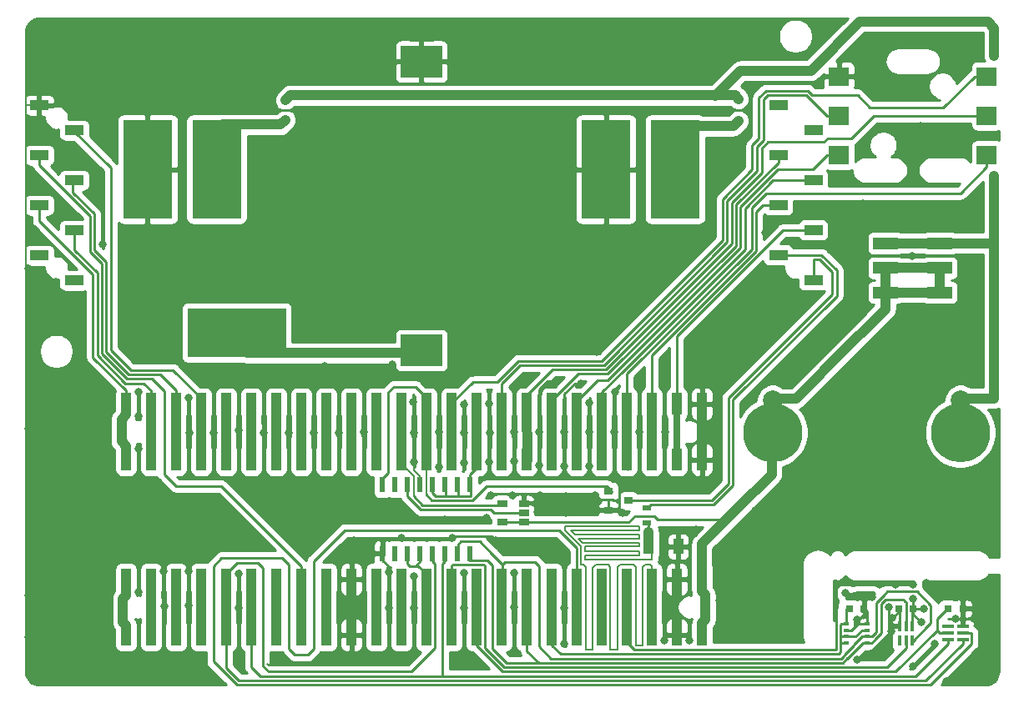
<source format=gtl>
G04 #@! TF.GenerationSoftware,KiCad,Pcbnew,(5.1.4)-1*
G04 #@! TF.CreationDate,2020-03-06T20:10:17-08:00*
G04 #@! TF.ProjectId,Light_intensity_data_logger,4c696768-745f-4696-9e74-656e73697479,rev?*
G04 #@! TF.SameCoordinates,Original*
G04 #@! TF.FileFunction,Copper,L1,Top*
G04 #@! TF.FilePolarity,Positive*
%FSLAX46Y46*%
G04 Gerber Fmt 4.6, Leading zero omitted, Abs format (unit mm)*
G04 Created by KiCad (PCBNEW (5.1.4)-1) date 2020-03-06 20:10:17*
%MOMM*%
%LPD*%
G04 APERTURE LIST*
%ADD10R,1.020000X2.220000*%
%ADD11R,0.600000X1.590000*%
%ADD12R,1.060000X0.650000*%
%ADD13R,0.900000X0.800000*%
%ADD14R,1.905000X1.016000*%
%ADD15R,1.000000X1.600000*%
%ADD16R,4.200000X3.200000*%
%ADD17R,2.000000X1.900000*%
%ADD18R,0.800000X0.750000*%
%ADD19C,2.000000*%
%ADD20C,6.000000*%
%ADD21R,0.400000X1.000000*%
%ADD22R,10.000000X5.000000*%
%ADD23R,0.450000X0.600000*%
%ADD24R,5.000000X10.000000*%
%ADD25R,0.500000X0.350000*%
%ADD26R,1.200000X0.350000*%
%ADD27R,2.500000X1.200000*%
%ADD28R,0.900000X0.500000*%
%ADD29C,0.800000*%
%ADD30C,1.000000*%
%ADD31C,0.250000*%
%ADD32C,0.200000*%
%ADD33C,0.254000*%
G04 APERTURE END LIST*
D10*
X83810000Y-89624000D03*
X83810000Y-95276000D03*
X86350000Y-89624000D03*
X86350000Y-95276000D03*
X88890000Y-89624000D03*
X91430000Y-95276000D03*
X88890000Y-95276000D03*
X91430000Y-89624000D03*
X101590000Y-89624000D03*
X96510000Y-95276000D03*
X101590000Y-95276000D03*
X99050000Y-89624000D03*
X99050000Y-95276000D03*
X93970000Y-89624000D03*
X93970000Y-95276000D03*
X96510000Y-89624000D03*
X109210000Y-95276000D03*
X111750000Y-89624000D03*
X104130000Y-89624000D03*
X106670000Y-89624000D03*
X106670000Y-95276000D03*
X111750000Y-95276000D03*
X109210000Y-89624000D03*
X104130000Y-95276000D03*
X116830000Y-95276000D03*
X121910000Y-89624000D03*
X119370000Y-95276000D03*
X121910000Y-95276000D03*
X119370000Y-89624000D03*
X114290000Y-95276000D03*
X114290000Y-89624000D03*
X116830000Y-89624000D03*
X126990000Y-95276000D03*
X129530000Y-89624000D03*
X129530000Y-95276000D03*
X132070000Y-95276000D03*
X124450000Y-89624000D03*
X132070000Y-89624000D03*
X124450000Y-95276000D03*
X126990000Y-89624000D03*
X134610000Y-95276000D03*
X137150000Y-89624000D03*
X139690000Y-89624000D03*
X139690000Y-95276000D03*
X134610000Y-89624000D03*
X137150000Y-95276000D03*
X142230000Y-89624000D03*
X142230000Y-95276000D03*
X142230000Y-77466000D03*
X142230000Y-71814000D03*
X139690000Y-77466000D03*
X139690000Y-71814000D03*
X137150000Y-77466000D03*
X137150000Y-71814000D03*
X134610000Y-77466000D03*
X134610000Y-71814000D03*
X132070000Y-77466000D03*
X132070000Y-71814000D03*
X129530000Y-77466000D03*
X129530000Y-71814000D03*
X126990000Y-77466000D03*
X126990000Y-71814000D03*
X124450000Y-77466000D03*
X124450000Y-71814000D03*
X121910000Y-77466000D03*
X121910000Y-71814000D03*
X119370000Y-77466000D03*
X119370000Y-71814000D03*
X116830000Y-77466000D03*
X116830000Y-71814000D03*
X114290000Y-77466000D03*
X114290000Y-71814000D03*
X111750000Y-77466000D03*
X111750000Y-71814000D03*
X109210000Y-77466000D03*
X109210000Y-71814000D03*
X106670000Y-77466000D03*
X106670000Y-71814000D03*
X104130000Y-77466000D03*
X104130000Y-71814000D03*
X101590000Y-77466000D03*
X101590000Y-71814000D03*
X99050000Y-77466000D03*
X99050000Y-71814000D03*
X96510000Y-77466000D03*
X96510000Y-71814000D03*
X93970000Y-77466000D03*
X93970000Y-71814000D03*
X91430000Y-77466000D03*
X91430000Y-71814000D03*
X88890000Y-77466000D03*
X88890000Y-71814000D03*
X86350000Y-77466000D03*
X86350000Y-71814000D03*
X83810000Y-77466000D03*
X83810000Y-71814000D03*
D11*
X109820000Y-87010000D03*
X111090000Y-87010000D03*
X112360000Y-87010000D03*
X113630000Y-87010000D03*
X114900000Y-87010000D03*
X116170000Y-87010000D03*
X117440000Y-87010000D03*
X118710000Y-87010000D03*
X118710000Y-80020000D03*
X117440000Y-80020000D03*
X116170000Y-80020000D03*
X114900000Y-80020000D03*
X113630000Y-80020000D03*
X112360000Y-80020000D03*
X111090000Y-80020000D03*
X109820000Y-80020000D03*
D12*
X124160000Y-83830000D03*
X124160000Y-82880000D03*
X124160000Y-81930000D03*
X121960000Y-81930000D03*
X121960000Y-83830000D03*
D13*
X132760000Y-80690000D03*
X132760000Y-82590000D03*
X134760000Y-81640000D03*
D14*
X153538540Y-54167460D03*
X153538540Y-49087460D03*
X149982540Y-51627460D03*
X149982540Y-46547460D03*
X149982540Y-56707460D03*
X153538540Y-44007460D03*
X153538540Y-59247460D03*
X149982540Y-41467460D03*
X75002540Y-41487460D03*
X78558540Y-44027460D03*
X75002540Y-46567460D03*
X78558540Y-49107460D03*
X75002540Y-51647460D03*
X78558540Y-54187460D03*
X75002540Y-56727460D03*
X78558540Y-59267460D03*
D15*
X139830000Y-86310000D03*
X136830000Y-86310000D03*
D16*
X113780000Y-66370000D03*
X113780000Y-37070000D03*
D17*
X171140000Y-46560000D03*
X171140000Y-42560000D03*
X171140000Y-38560000D03*
X156140000Y-46560000D03*
X156140000Y-42560000D03*
X156140000Y-38560000D03*
D18*
X168690000Y-92610000D03*
X167190000Y-92610000D03*
X163690000Y-92610000D03*
X162190000Y-92610000D03*
D19*
X168450000Y-71430000D03*
X149400000Y-71430000D03*
D20*
X149400000Y-74730000D03*
X168450000Y-74730000D03*
D21*
X162940000Y-95860000D03*
X162290000Y-95860000D03*
X163590000Y-95860000D03*
X162290000Y-94360000D03*
X162940000Y-94360000D03*
X163590000Y-94360000D03*
D22*
X95060000Y-64590000D03*
D23*
X146000000Y-40950000D03*
X146000000Y-43050000D03*
D24*
X132500000Y-48000000D03*
X139500000Y-48000000D03*
D25*
X156915001Y-94135000D03*
X156915001Y-94785000D03*
X156915001Y-95435000D03*
X156915001Y-96085000D03*
X158965000Y-96085000D03*
X158965000Y-95435000D03*
X158965000Y-94785000D03*
X158965000Y-94135000D03*
D26*
X168690000Y-95720000D03*
X167190000Y-95720000D03*
X168690000Y-95070000D03*
X168690000Y-94420000D03*
X167190000Y-95070000D03*
X167190000Y-94420000D03*
D27*
X166350000Y-60510000D03*
X166350000Y-58010000D03*
X166350000Y-55510000D03*
X160850000Y-55510000D03*
X160850000Y-58010000D03*
X160850000Y-60510000D03*
D28*
X136680000Y-83900000D03*
X136680000Y-82400000D03*
D23*
X100000000Y-40950000D03*
X100000000Y-43050000D03*
D18*
X157190000Y-92590000D03*
X158690000Y-92590000D03*
D24*
X86000000Y-48000000D03*
X93000000Y-48000000D03*
D29*
X161560000Y-93560000D03*
X161480000Y-94880000D03*
X161188703Y-92437044D03*
X158100000Y-91370000D03*
X159470000Y-91420000D03*
X167940000Y-93600000D03*
X169810000Y-93640000D03*
X158010000Y-97810000D03*
X160320000Y-96470000D03*
X139690000Y-91410000D03*
X139664999Y-93535001D03*
X142255001Y-75734999D03*
X106670000Y-91640000D03*
X106670000Y-93490000D03*
X116770000Y-48940000D03*
X88580000Y-41150000D03*
X92300000Y-41040000D03*
X104460000Y-38560000D03*
X108700000Y-38620000D03*
X157170000Y-36260000D03*
X159490000Y-34790000D03*
X163170000Y-34420000D03*
X170340000Y-34530000D03*
X166460000Y-34470000D03*
X124980000Y-57710000D03*
X122020000Y-47240000D03*
X121100000Y-59810000D03*
X112580000Y-57500000D03*
X116000000Y-60490000D03*
X117000000Y-66000000D03*
X114000000Y-63000000D03*
X110000000Y-65000000D03*
X109000000Y-58000000D03*
X105000000Y-61000000D03*
X102000000Y-65000000D03*
X100000000Y-58000000D03*
X90990000Y-57440000D03*
X95000000Y-60000000D03*
X97500000Y-68670000D03*
X104000000Y-68000000D03*
X74000000Y-35000000D03*
X76000000Y-33000000D03*
X80000000Y-33000000D03*
X85000000Y-33000000D03*
X90000000Y-33000000D03*
X95000000Y-33000000D03*
X100000000Y-33000000D03*
X105000000Y-33000000D03*
X110000000Y-33000000D03*
X115000000Y-33000000D03*
X120000000Y-33000000D03*
X124000000Y-33000000D03*
X129000000Y-33000000D03*
X134000000Y-33000000D03*
X139000000Y-33000000D03*
X144000000Y-33000000D03*
X150000000Y-33000000D03*
X155000000Y-33000000D03*
X119910000Y-38790000D03*
X124770000Y-38920000D03*
X130130000Y-38860000D03*
X135050000Y-38860000D03*
X139790000Y-38860000D03*
X148000000Y-36000000D03*
X96910000Y-51330000D03*
X101790000Y-44230000D03*
X110010000Y-42340000D03*
X115230000Y-42170000D03*
X120370000Y-42090000D03*
X126000000Y-46000000D03*
X110440000Y-48590000D03*
X96570000Y-46880000D03*
X102050000Y-49540000D03*
X105210000Y-42340000D03*
X125070000Y-42090000D03*
X124000000Y-51000000D03*
X170400000Y-52860000D03*
X118130000Y-92510000D03*
X120040000Y-98500000D03*
X117000000Y-98500000D03*
X113000000Y-92500000D03*
X113000000Y-97000000D03*
X111000000Y-98000000D03*
X79310000Y-92610000D03*
X73930000Y-95520000D03*
X79260000Y-100030000D03*
X74400000Y-99730000D03*
X82230000Y-90420000D03*
X86170000Y-99930000D03*
X90160000Y-92260000D03*
X87730000Y-92330000D03*
X90400000Y-99220000D03*
X171930000Y-86310000D03*
X166330000Y-85860000D03*
X161690000Y-85860000D03*
X158100000Y-86030000D03*
X154010000Y-86000000D03*
X152010000Y-89000000D03*
X152010000Y-93000000D03*
X152100000Y-95620000D03*
X148270000Y-95710000D03*
X143770000Y-95670000D03*
X144030000Y-91780000D03*
X143740000Y-86920000D03*
X147650000Y-82630000D03*
X147950000Y-91770000D03*
X157630000Y-80300000D03*
X155930000Y-69360000D03*
X153370000Y-75030000D03*
X153170000Y-72440000D03*
X160900000Y-65170000D03*
X167010000Y-100000000D03*
X171010000Y-100000000D03*
X171200000Y-96010000D03*
X172000000Y-93000000D03*
X171790000Y-89600000D03*
X165010000Y-90000000D03*
X166690000Y-91300000D03*
X169860000Y-91410000D03*
X169180000Y-98100000D03*
X99230000Y-97700000D03*
X89490000Y-42870000D03*
X89490000Y-45490000D03*
X89490000Y-47980000D03*
X89490000Y-50500000D03*
X89520000Y-53330000D03*
X134610000Y-41990000D03*
X132540000Y-41970000D03*
X129180000Y-42090000D03*
X128730000Y-44860000D03*
X128610000Y-48100000D03*
X128810000Y-51130000D03*
X117150000Y-37120000D03*
X114000000Y-34530000D03*
X110620000Y-34920000D03*
X117010000Y-34890000D03*
X100340000Y-74720000D03*
X105360000Y-74740000D03*
X105410000Y-70050000D03*
X95260000Y-92520000D03*
X95260000Y-89070000D03*
X95500000Y-98580000D03*
X118090000Y-88990000D03*
X123190000Y-92490000D03*
X123180000Y-89010000D03*
X123170000Y-97100000D03*
X128300000Y-96210000D03*
X128280000Y-92500000D03*
X138400000Y-95830000D03*
X140970000Y-95830000D03*
X163640000Y-98450000D03*
X165860000Y-96190000D03*
X144090000Y-37930000D03*
X82330000Y-95470000D03*
X157940000Y-93710000D03*
X156810000Y-91020000D03*
X110790000Y-67830000D03*
X97820000Y-74730000D03*
X100310000Y-69640000D03*
X90180000Y-88820000D03*
X87600000Y-88820000D03*
X85100000Y-90960000D03*
X171890000Y-78160000D03*
X170400000Y-57060000D03*
X158470000Y-57380000D03*
X167100000Y-52700000D03*
X171940000Y-82030000D03*
X170430000Y-61310000D03*
X170470000Y-65890000D03*
X165270000Y-72370000D03*
X166050000Y-78020000D03*
X151080000Y-78330000D03*
X147040000Y-39760000D03*
X159960000Y-72940000D03*
X73910000Y-91270000D03*
X78150000Y-96850000D03*
X150920000Y-69570000D03*
X155100000Y-65380000D03*
X158110000Y-62730000D03*
X171940000Y-72760000D03*
X170410000Y-69810000D03*
X163540000Y-56770000D03*
X164790000Y-61980000D03*
X80930000Y-50820000D03*
X76850000Y-47840000D03*
X78720000Y-46720000D03*
X76070000Y-44720000D03*
X74420000Y-43580000D03*
X74080000Y-39490000D03*
X78620000Y-40270000D03*
X78380000Y-35810000D03*
X82430000Y-45890000D03*
X82260000Y-39940000D03*
X96360000Y-38480000D03*
X95230000Y-74540000D03*
X92680000Y-74740000D03*
X90220000Y-74720000D03*
X85100000Y-73030000D03*
X85060000Y-70580000D03*
X85100000Y-76330000D03*
X90240000Y-79090000D03*
X92720000Y-79150000D03*
X95310000Y-79310000D03*
X97780000Y-79370000D03*
X100430000Y-79350000D03*
X95210000Y-69110000D03*
X91810000Y-68920000D03*
X87520000Y-66910000D03*
X84330000Y-65530000D03*
X84070000Y-61100000D03*
X83720000Y-54600000D03*
X87190000Y-54340000D03*
X87360000Y-58850000D03*
X146290000Y-45170000D03*
X145620000Y-48200000D03*
X143470000Y-50500000D03*
X143250000Y-54690000D03*
X140530000Y-57530000D03*
X138290000Y-59790000D03*
X136260000Y-61870000D03*
X133610000Y-64520000D03*
X131580000Y-66530000D03*
X127890000Y-66430000D03*
X123710000Y-66450000D03*
X121550000Y-68120000D03*
X119020000Y-68630000D03*
X116940000Y-69780000D03*
X114150000Y-68980000D03*
X107940000Y-70200000D03*
X107960000Y-74700000D03*
X113020000Y-74720000D03*
X112960000Y-71590000D03*
X113020000Y-77720000D03*
X82750000Y-87590000D03*
X85050000Y-87930000D03*
X92320000Y-87200000D03*
X95180000Y-86460000D03*
X98260000Y-86410000D03*
X95520000Y-83700000D03*
X93080000Y-81270000D03*
X88870000Y-81300000D03*
X86590000Y-79540000D03*
X82620000Y-79340000D03*
X81920000Y-74570000D03*
X82310000Y-70430000D03*
X79490000Y-67670000D03*
X79280000Y-63360000D03*
X79220000Y-60780000D03*
X76720000Y-59400000D03*
X73900000Y-58110000D03*
X73990000Y-62980000D03*
X73990000Y-68420000D03*
X73930000Y-74340000D03*
X74010000Y-79790000D03*
X74180000Y-85950000D03*
X77960000Y-74960000D03*
X78550000Y-84350000D03*
X74780000Y-54770000D03*
X74260000Y-49250000D03*
X77310000Y-52650000D03*
X90130000Y-71160000D03*
X97940000Y-82950000D03*
X101910000Y-86970000D03*
X104710000Y-84290000D03*
X108680000Y-83460000D03*
X112410000Y-83250000D03*
X104000000Y-80110000D03*
X108390000Y-80280000D03*
X104330000Y-97590000D03*
X108090000Y-97450000D03*
X110450000Y-88890000D03*
X110480000Y-92510000D03*
X104760000Y-87570000D03*
X116880000Y-85420000D03*
X111730000Y-85410000D03*
X106930000Y-85710000D03*
X121280000Y-85680000D03*
X124930000Y-85780000D03*
X128110000Y-87510000D03*
X138350000Y-84620000D03*
X141640000Y-84590000D03*
X133390000Y-70570000D03*
X135890000Y-69330000D03*
X138400000Y-67360000D03*
X133320000Y-74700000D03*
X135900000Y-74710000D03*
X138480000Y-74650000D03*
X141890000Y-79940000D03*
X135390000Y-79810000D03*
X143760000Y-70030000D03*
X141440000Y-67800000D03*
X153250000Y-60980000D03*
X151300000Y-63030000D03*
X148930000Y-65440000D03*
X146180000Y-68190000D03*
X142070000Y-64530000D03*
X144580000Y-61950000D03*
X147680000Y-58780000D03*
X150330000Y-58780000D03*
X151340000Y-55260000D03*
X156740000Y-54530000D03*
X151340000Y-53000000D03*
X154540000Y-51670000D03*
X158590000Y-51500000D03*
X163810000Y-51530000D03*
X163620000Y-49320000D03*
X158310000Y-45680000D03*
X156130000Y-49060000D03*
X161070000Y-43740000D03*
X164440000Y-43630000D03*
X168640000Y-43660000D03*
X170410000Y-44540000D03*
X168230000Y-46450000D03*
X164030000Y-46740000D03*
X158520000Y-39380000D03*
X161780000Y-40640000D03*
X164830000Y-40610000D03*
X168970000Y-37940000D03*
X143320000Y-42050000D03*
X154120000Y-39300000D03*
X118120000Y-71870000D03*
X118120000Y-74730000D03*
X118070000Y-77810000D03*
X120670000Y-71770000D03*
X120700000Y-74750000D03*
X120670000Y-77730000D03*
X123200000Y-74680000D03*
X123200000Y-77660000D03*
X127390000Y-69520000D03*
X125760000Y-74680000D03*
X125730000Y-78080000D03*
X129940000Y-69800000D03*
X128240000Y-74700000D03*
X128290000Y-78180000D03*
X130790000Y-74700000D03*
X130790000Y-78180000D03*
X130820000Y-71700000D03*
X124300000Y-69060000D03*
X148650000Y-54410000D03*
X133290000Y-79160000D03*
X138730000Y-80040000D03*
X134210000Y-82860000D03*
X131340000Y-82740000D03*
X131390000Y-81130000D03*
X120370000Y-83390000D03*
X116120000Y-83550000D03*
X101960000Y-81830000D03*
X125830000Y-81080000D03*
X120770000Y-81110000D03*
X123000000Y-81090000D03*
X125550000Y-82800000D03*
X128410000Y-82870000D03*
X128410000Y-81170000D03*
X131000000Y-60310000D03*
X131740000Y-56870000D03*
X117400000Y-53920000D03*
X105930000Y-53180000D03*
X81420000Y-55590000D03*
X146510000Y-71850000D03*
X138400000Y-87670000D03*
X113010000Y-89330000D03*
X115550000Y-74670000D03*
X115590000Y-78250000D03*
X102860000Y-70090000D03*
X102890000Y-74740000D03*
X158550000Y-33020000D03*
X160900000Y-33020000D03*
X162850000Y-33020000D03*
X165120000Y-33020000D03*
X167110000Y-33020000D03*
X169050000Y-33020000D03*
X171170000Y-33020000D03*
X171900000Y-34420000D03*
X171900000Y-36450000D03*
X171860000Y-48580000D03*
X171860000Y-50570000D03*
X171860000Y-52830000D03*
X171860000Y-54910000D03*
X171860000Y-56770000D03*
X171860000Y-58600000D03*
X171870000Y-60850000D03*
X171870000Y-63520000D03*
X171870000Y-66070000D03*
X164740000Y-92620000D03*
X163640000Y-91600000D03*
X163638807Y-90149999D03*
X161910000Y-90149999D03*
X164480000Y-93960000D03*
X160250000Y-90150000D03*
D30*
X114000000Y-66650000D02*
X96110000Y-66650000D01*
X96110000Y-66650000D02*
X95420000Y-65960000D01*
D31*
X95100000Y-65580000D02*
X96400000Y-65580000D01*
X96400000Y-65580000D02*
X97730000Y-66910000D01*
X158965000Y-93710000D02*
X158970000Y-93705000D01*
X158965000Y-94135000D02*
X158965000Y-93710000D01*
X158970000Y-92830000D02*
X158730000Y-92590000D01*
X158420000Y-92850000D02*
X158670000Y-92600000D01*
X162290000Y-94360000D02*
X162290000Y-93610000D01*
X168690000Y-92610000D02*
X168690000Y-94430000D01*
X158970000Y-93480000D02*
X158970000Y-92830000D01*
X158970000Y-93705000D02*
X158970000Y-93480000D01*
X162290000Y-93380000D02*
X162290000Y-92650000D01*
X162290000Y-93610000D02*
X162290000Y-93380000D01*
D30*
X132500000Y-50500000D02*
X132500000Y-48000000D01*
X139690000Y-89594000D02*
X139690000Y-91410000D01*
X139664999Y-95204999D02*
X139670000Y-95210000D01*
X142255001Y-73919001D02*
X142255001Y-75734999D01*
X142230000Y-71784000D02*
X142230000Y-73580000D01*
X142230000Y-73894000D02*
X142255001Y-73919001D01*
X142255001Y-77654999D02*
X142210000Y-77700000D01*
X106670000Y-89594000D02*
X106670000Y-91640000D01*
X106670000Y-95860000D02*
X106670000Y-95246000D01*
D31*
X156915001Y-94785000D02*
X157415001Y-94785000D01*
X158060001Y-94140000D02*
X158980000Y-94140000D01*
X162190000Y-92610000D02*
X162190000Y-92930000D01*
X162190000Y-92930000D02*
X161560000Y-93560000D01*
X161480000Y-94880000D02*
X161480000Y-93620000D01*
X161480000Y-93620000D02*
X161188703Y-93328703D01*
X161188703Y-93328703D02*
X161188703Y-92437044D01*
X157685000Y-93625000D02*
X157740000Y-93570000D01*
X157685000Y-94515000D02*
X158060001Y-94140000D01*
X157415001Y-94785000D02*
X157685000Y-94515000D01*
X158100000Y-91370000D02*
X159420000Y-91370000D01*
X159420000Y-91370000D02*
X159470000Y-91420000D01*
X158690000Y-91965000D02*
X158700000Y-91955000D01*
X158690000Y-92590000D02*
X158690000Y-91965000D01*
X158700000Y-91955000D02*
X158700000Y-91380000D01*
X158690000Y-93215000D02*
X158325000Y-93580000D01*
X158690000Y-92590000D02*
X158690000Y-93215000D01*
X157740000Y-94135685D02*
X157730000Y-94145685D01*
X157740000Y-93570000D02*
X157740000Y-94135685D01*
X157730000Y-94145685D02*
X157730000Y-94450000D01*
X167680000Y-93620000D02*
X167180000Y-93620000D01*
X168580000Y-93620000D02*
X169790000Y-93620000D01*
X169790000Y-93620000D02*
X169810000Y-93640000D01*
X167180000Y-93620000D02*
X169840000Y-93620000D01*
X169840000Y-93620000D02*
X169850000Y-93630000D01*
X161480000Y-94880000D02*
X158550000Y-97810000D01*
X158550000Y-97810000D02*
X158010000Y-97810000D01*
D30*
X139664999Y-93535001D02*
X139664999Y-95204999D01*
X142230000Y-73580000D02*
X142230000Y-73894000D01*
X142255001Y-75734999D02*
X142255001Y-77654999D01*
X106670000Y-91640000D02*
X106670000Y-93490000D01*
X106670000Y-93490000D02*
X106670000Y-95860000D01*
D31*
X106710000Y-88940000D02*
X106670000Y-88940000D01*
D30*
X132560000Y-50840000D02*
X132560000Y-49380000D01*
D31*
X110144305Y-98290010D02*
X98190010Y-98290010D01*
X111000000Y-98000000D02*
X110434315Y-98000000D01*
X110434315Y-98000000D02*
X110144305Y-98290010D01*
D32*
X98190010Y-98290010D02*
X98140000Y-98240000D01*
D31*
X103000000Y-45000000D02*
X102230000Y-44230000D01*
X102230000Y-44230000D02*
X102230000Y-44210000D01*
X102230000Y-44210000D02*
X101970000Y-43950000D01*
X158970000Y-93480000D02*
X158720000Y-93480000D01*
X158720000Y-93480000D02*
X158810000Y-93390000D01*
X158810000Y-93390000D02*
X158810000Y-92980000D01*
X158720000Y-93480000D02*
X158600000Y-93480000D01*
X158600000Y-93480000D02*
X158540000Y-93540000D01*
X157810000Y-93580000D02*
X157940000Y-93710000D01*
X157780000Y-93580000D02*
X157810000Y-93580000D01*
X157780000Y-93580000D02*
X157710000Y-93580000D01*
X158325000Y-93580000D02*
X157780000Y-93580000D01*
X158100000Y-91370000D02*
X157160000Y-91370000D01*
X157160000Y-91370000D02*
X156810000Y-91020000D01*
X117000000Y-65434315D02*
X116970000Y-65404315D01*
X117000000Y-66000000D02*
X117000000Y-65434315D01*
X116970000Y-65404315D02*
X116970000Y-64990000D01*
X116970000Y-64990000D02*
X114970000Y-62990000D01*
X114970000Y-62990000D02*
X113960000Y-62990000D01*
X101790000Y-43664315D02*
X101750000Y-43624315D01*
X101790000Y-44230000D02*
X101790000Y-43664315D01*
X101750000Y-43624315D02*
X101750000Y-42220000D01*
X101750000Y-42220000D02*
X101510000Y-41980000D01*
X101510000Y-41980000D02*
X96870000Y-41980000D01*
X96870000Y-41980000D02*
X95510000Y-40620000D01*
X139680000Y-89620000D02*
X139680000Y-88260000D01*
X139680000Y-88260000D02*
X139680000Y-86330000D01*
D32*
X73900000Y-58110000D02*
X73750000Y-58110000D01*
X73750000Y-58110000D02*
X73620000Y-57980000D01*
X73620000Y-57980000D02*
X73620000Y-50030000D01*
X73620000Y-50030000D02*
X74200000Y-49450000D01*
X74200000Y-49450000D02*
X74200000Y-49400000D01*
D31*
X146689999Y-44770001D02*
X146689999Y-44680001D01*
X146290000Y-45170000D02*
X146689999Y-44770001D01*
X146689999Y-44680001D02*
X147140000Y-44230000D01*
X147140000Y-44230000D02*
X147140000Y-42100000D01*
X147140000Y-42100000D02*
X147020000Y-41980000D01*
X147020000Y-41980000D02*
X143150000Y-41980000D01*
X129330000Y-69755685D02*
X129320725Y-69755685D01*
X129940000Y-69800000D02*
X129374315Y-69800000D01*
X129374315Y-69800000D02*
X129330000Y-69755685D01*
X129320725Y-69755685D02*
X128280000Y-70796410D01*
X128280000Y-70796410D02*
X128280000Y-71450000D01*
X128280000Y-71450000D02*
X128280000Y-74690000D01*
X128280000Y-74690000D02*
X128230000Y-74740000D01*
X128230000Y-74740000D02*
X128230000Y-74750000D01*
X127390000Y-69520000D02*
X126540000Y-69520000D01*
X126540000Y-69520000D02*
X125710000Y-70350000D01*
X125710000Y-70350000D02*
X125710000Y-74680000D01*
X125710000Y-74680000D02*
X125710000Y-74690000D01*
X126824315Y-69520000D02*
X125850000Y-70494315D01*
X127390000Y-69520000D02*
X126824315Y-69520000D01*
X125850000Y-70494315D02*
X125850000Y-70830000D01*
X125850000Y-70830000D02*
X125760000Y-70920000D01*
X120880001Y-85280001D02*
X116989999Y-85280001D01*
X121280000Y-85680000D02*
X120880001Y-85280001D01*
X116989999Y-85280001D02*
X116840000Y-85430000D01*
X132760000Y-82590000D02*
X132710000Y-82590000D01*
X133210000Y-81550000D02*
X133230000Y-81570000D01*
X133230000Y-81570000D02*
X133470000Y-81570000D01*
X133920000Y-80490000D02*
X134570000Y-79840000D01*
X134570000Y-79840000D02*
X135350000Y-79840000D01*
X132780000Y-81550000D02*
X132780000Y-82610000D01*
X132780000Y-81550000D02*
X133210000Y-81550000D01*
X132780000Y-82610000D02*
X132770000Y-82620000D01*
X133810001Y-82460001D02*
X133810001Y-81209999D01*
X134210000Y-82860000D02*
X133810001Y-82460001D01*
D32*
X113020000Y-77720000D02*
X113020000Y-78584302D01*
X113020000Y-78584302D02*
X113580000Y-79144302D01*
X113580000Y-79144302D02*
X113580000Y-79600000D01*
D31*
X132780000Y-81550000D02*
X130550000Y-81550000D01*
X130550000Y-81550000D02*
X130510000Y-81510000D01*
D32*
X74260000Y-48684315D02*
X73650000Y-48074315D01*
X74260000Y-49250000D02*
X74260000Y-48684315D01*
X73650000Y-48074315D02*
X73650000Y-39820000D01*
X73650000Y-39820000D02*
X74050000Y-39420000D01*
X73850040Y-41487460D02*
X73847500Y-41490000D01*
X75002540Y-41487460D02*
X73850040Y-41487460D01*
X73847500Y-41490000D02*
X73650000Y-41490000D01*
D31*
X133810001Y-81209999D02*
X133810001Y-80849999D01*
X133810001Y-80849999D02*
X134860000Y-79800000D01*
X134860000Y-79800000D02*
X135370000Y-79800000D01*
X110450000Y-88324315D02*
X109840000Y-87714315D01*
X110450000Y-88890000D02*
X110450000Y-88324315D01*
X109840000Y-87714315D02*
X109840000Y-87000000D01*
D30*
X93230000Y-45050000D02*
X93310000Y-45130000D01*
X93310000Y-45130000D02*
X93310000Y-45680000D01*
X93000000Y-48000000D02*
X93000000Y-44090000D01*
X93000000Y-44090000D02*
X93630000Y-43460000D01*
X93630000Y-43460000D02*
X99510000Y-43460000D01*
X99510000Y-43460000D02*
X99980000Y-42990000D01*
X151780000Y-37990000D02*
X146130000Y-37990000D01*
X146130000Y-37990000D02*
X143610000Y-40510000D01*
X151780000Y-37990000D02*
X153290000Y-37990000D01*
X153290000Y-37990000D02*
X158260000Y-33020000D01*
X158260000Y-33020000D02*
X158270000Y-33010000D01*
X102675000Y-40500000D02*
X100450000Y-40500000D01*
X100450000Y-40500000D02*
X99980000Y-40970000D01*
X142830000Y-40500000D02*
X145580000Y-40500000D01*
X142830000Y-40500000D02*
X143720000Y-40500000D01*
X102675000Y-40500000D02*
X142830000Y-40500000D01*
X145580000Y-40500000D02*
X145940000Y-40860000D01*
X158260000Y-33020000D02*
X158550000Y-33020000D01*
X171230000Y-33020000D02*
X171900000Y-33690000D01*
X171900000Y-33690000D02*
X171900000Y-34420000D01*
X158550000Y-33020000D02*
X160900000Y-33020000D01*
X160900000Y-33020000D02*
X162850000Y-33020000D01*
X162850000Y-33020000D02*
X165120000Y-33020000D01*
X165120000Y-33020000D02*
X167110000Y-33020000D01*
X167110000Y-33020000D02*
X169050000Y-33020000D01*
X169050000Y-33020000D02*
X171170000Y-33020000D01*
X171170000Y-33020000D02*
X171230000Y-33020000D01*
X171900000Y-34420000D02*
X171900000Y-36450000D01*
X171900000Y-36450000D02*
X171900000Y-36450000D01*
X171860000Y-58600000D02*
X171860000Y-56770000D01*
X171860000Y-50570000D02*
X171860000Y-48650000D01*
X171860000Y-52830000D02*
X171860000Y-50570000D01*
X171860000Y-54910000D02*
X171860000Y-52830000D01*
X171860000Y-56770000D02*
X171860000Y-54910000D01*
X171860000Y-58600000D02*
X171860000Y-58600000D01*
X171870000Y-60850000D02*
X171870000Y-57670000D01*
X171870000Y-63520000D02*
X171870000Y-60850000D01*
X171870000Y-66070000D02*
X171870000Y-63520000D01*
X168450000Y-71430000D02*
X168450000Y-72844213D01*
X168450000Y-72844213D02*
X168450000Y-74950000D01*
X171870000Y-66070000D02*
X171870000Y-66635685D01*
X168390000Y-71430000D02*
X168390000Y-74610000D01*
X168390000Y-74610000D02*
X168320000Y-74680000D01*
X168470000Y-73700000D02*
X169884213Y-73700000D01*
X171870000Y-66070000D02*
X171870000Y-71270000D01*
X171870000Y-71270000D02*
X168370000Y-71270000D01*
X168370000Y-71270000D02*
X168370000Y-74310000D01*
X168370000Y-74310000D02*
X168540000Y-74480000D01*
X160850000Y-55510000D02*
X163100000Y-55510000D01*
X163100000Y-55510000D02*
X171830000Y-55510000D01*
X171830000Y-55510000D02*
X171840000Y-55500000D01*
X142255001Y-95344999D02*
X142210000Y-95390000D01*
X142270000Y-88526758D02*
X142270000Y-89560000D01*
D31*
X142220000Y-89620000D02*
X142220000Y-88260000D01*
D30*
X142220000Y-86030000D02*
X142220000Y-89360000D01*
X149400000Y-71430000D02*
X149400000Y-74640000D01*
X149400000Y-74640000D02*
X149200000Y-74840000D01*
X149340000Y-71440000D02*
X149340000Y-74660000D01*
X142220000Y-86030000D02*
X142230000Y-86030000D01*
X149280000Y-76690000D02*
X149280000Y-74620000D01*
X160870000Y-58010000D02*
X166330000Y-58010000D01*
X160870000Y-60510000D02*
X166410000Y-60510000D01*
X166410000Y-60510000D02*
X166420000Y-60500000D01*
X160870000Y-58010000D02*
X160870000Y-59610000D01*
X160870000Y-59610000D02*
X160870000Y-60600000D01*
X166370000Y-58010000D02*
X166370000Y-59610000D01*
X166370000Y-59610000D02*
X166370000Y-60600000D01*
X159480000Y-63580000D02*
X160860000Y-62200000D01*
X160860000Y-62200000D02*
X160870000Y-62190000D01*
X160870000Y-62190000D02*
X160870000Y-59340000D01*
X150824213Y-73215787D02*
X149440000Y-74600000D01*
X149440000Y-74600000D02*
X149440000Y-71360000D01*
X149440000Y-71360000D02*
X149360000Y-71280000D01*
X159480000Y-63580000D02*
X159480000Y-63590000D01*
X159480000Y-63590000D02*
X157080000Y-65990000D01*
X157080000Y-65990000D02*
X151780000Y-71290000D01*
X151780000Y-71290000D02*
X149330000Y-71290000D01*
X149400000Y-72844213D02*
X149350000Y-72894213D01*
X149400000Y-71430000D02*
X149400000Y-72844213D01*
X149350000Y-72894213D02*
X149350000Y-75300000D01*
X149350000Y-75300000D02*
X149330000Y-75320000D01*
X149300000Y-78960000D02*
X149300000Y-74830000D01*
X149300000Y-74830000D02*
X149240000Y-74770000D01*
D31*
X145760000Y-82500000D02*
X145080000Y-83180000D01*
D30*
X145760000Y-82500000D02*
X149300000Y-78960000D01*
X142230000Y-86030000D02*
X145760000Y-82500000D01*
D31*
X134810000Y-83810000D02*
X130340000Y-83810000D01*
X135440000Y-83180000D02*
X134810000Y-83810000D01*
X130340000Y-83810000D02*
X121830000Y-83810000D01*
X121830000Y-83810000D02*
X121820000Y-83800000D01*
X135440000Y-83180000D02*
X137370000Y-83180000D01*
X137735001Y-83545001D02*
X144365001Y-83545001D01*
X137370000Y-83180000D02*
X137735001Y-83545001D01*
X144365001Y-83545001D02*
X144540000Y-83720000D01*
D30*
X142230000Y-89624000D02*
X142230000Y-90850000D01*
X142230000Y-90850000D02*
X142580000Y-91200000D01*
X142580000Y-91200000D02*
X142580000Y-93740000D01*
X142580000Y-93740000D02*
X142230000Y-94090000D01*
X142230000Y-94090000D02*
X142230000Y-95430000D01*
X139664999Y-77754999D02*
X139670000Y-77760000D01*
D31*
X139680000Y-73170000D02*
X139400000Y-73450000D01*
X139680000Y-71810000D02*
X139680000Y-73170000D01*
X139400000Y-73450000D02*
X139400000Y-77300000D01*
X139400000Y-77300000D02*
X139670000Y-77570000D01*
X139680000Y-71810000D02*
X139680000Y-72440000D01*
X139680000Y-72440000D02*
X139400000Y-72720000D01*
X139400000Y-72720000D02*
X139400000Y-73540000D01*
X139400000Y-73540000D02*
X139400000Y-72530000D01*
X139400000Y-72530000D02*
X139610000Y-72740000D01*
X139610000Y-72740000D02*
X139610000Y-76560000D01*
X139610000Y-76560000D02*
X139760000Y-76560000D01*
X139760000Y-76560000D02*
X139820000Y-76500000D01*
X139820000Y-76500000D02*
X139820000Y-72500000D01*
X150477038Y-54167460D02*
X139710000Y-64934498D01*
X153538540Y-54167460D02*
X150477038Y-54167460D01*
X139710000Y-64934498D02*
X139710000Y-72270000D01*
X153488540Y-49107460D02*
X153044040Y-49107460D01*
D30*
X132070000Y-71784000D02*
X132070000Y-77530000D01*
X132070000Y-77530000D02*
X132070000Y-77436000D01*
D31*
X132140000Y-72530000D02*
X132110000Y-72560000D01*
X132020000Y-72010000D02*
X132060000Y-71810000D01*
X132300000Y-70940000D02*
X132020000Y-72010000D01*
X146600000Y-51953590D02*
X146600000Y-56120000D01*
X153538540Y-49087460D02*
X149466130Y-49087460D01*
X149466130Y-49087460D02*
X146600000Y-51953590D01*
X134340000Y-68395268D02*
X132110000Y-70625268D01*
X146600000Y-56120000D02*
X134340000Y-68380000D01*
X134340000Y-68380000D02*
X134340000Y-68395268D01*
X132110000Y-70625268D02*
X132110000Y-72500000D01*
D30*
X137150000Y-71784000D02*
X137150000Y-77570000D01*
X137150000Y-77570000D02*
X137150000Y-77436000D01*
D31*
X150000000Y-51690000D02*
X149982540Y-51627460D01*
X137120000Y-66888088D02*
X137120000Y-72340000D01*
X147720009Y-56288079D02*
X147720009Y-52319991D01*
X137120000Y-66888088D02*
X147720009Y-56288079D01*
X147720009Y-52319991D02*
X148400000Y-51640000D01*
X148400000Y-51640000D02*
X150010000Y-51640000D01*
D30*
X126990000Y-71784000D02*
X126990000Y-77390000D01*
X126990000Y-77390000D02*
X126990000Y-77436000D01*
D31*
X149982540Y-47298230D02*
X145699980Y-51580790D01*
X149982540Y-46547460D02*
X149982540Y-47298230D01*
X145699980Y-51580790D02*
X145699980Y-55747200D01*
X145699980Y-55747200D02*
X132667180Y-68780000D01*
X132667180Y-68780000D02*
X129660000Y-68780000D01*
X129660000Y-68780000D02*
X126980000Y-71460000D01*
X149760000Y-56780000D02*
X149810000Y-56730000D01*
X145360000Y-80070000D02*
X145360000Y-71390000D01*
X145360000Y-71390000D02*
X155910000Y-60840000D01*
X155910000Y-60840000D02*
X155910000Y-58220000D01*
X155910000Y-58220000D02*
X154370000Y-56680000D01*
X154370000Y-56680000D02*
X149840000Y-56680000D01*
X145360000Y-80070000D02*
X143409990Y-82020010D01*
X143409990Y-82020010D02*
X137059990Y-82020010D01*
X137059990Y-82020010D02*
X136690000Y-82390000D01*
D30*
X88890000Y-71784000D02*
X88890000Y-77360000D01*
D31*
X88880000Y-71810000D02*
X88880000Y-70450000D01*
X78430000Y-50340000D02*
X78430000Y-49220000D01*
X87256780Y-68826780D02*
X86653190Y-68826780D01*
X88880000Y-70450000D02*
X87256780Y-68826780D01*
X86653190Y-68826780D02*
X84099600Y-68826780D01*
X81810028Y-66537208D02*
X81810028Y-64776382D01*
X84099600Y-68826780D02*
X81810028Y-66537208D01*
X81810028Y-64776382D02*
X81810027Y-57393617D01*
X81810027Y-57393617D02*
X80590010Y-56173600D01*
X80590010Y-56173600D02*
X80590010Y-53860000D01*
X80590010Y-53860000D02*
X80590010Y-52520010D01*
X80590010Y-52520010D02*
X78430000Y-50360000D01*
D30*
X83800000Y-71810000D02*
X83800000Y-72930000D01*
X83800000Y-72930000D02*
X83350000Y-73380000D01*
X83350000Y-73380000D02*
X83350000Y-75640000D01*
X83350000Y-75640000D02*
X83790000Y-76080000D01*
X83790000Y-76080000D02*
X83790000Y-77270000D01*
D31*
X83800000Y-70450000D02*
X80460000Y-67110000D01*
X83800000Y-71810000D02*
X83800000Y-70450000D01*
X80460000Y-67110000D02*
X80460000Y-58700000D01*
X80460000Y-58700000D02*
X74980000Y-53220000D01*
X74980000Y-53220000D02*
X74980000Y-51640000D01*
D30*
X86375001Y-73988399D02*
X86375001Y-77394999D01*
X86350000Y-71784000D02*
X86350000Y-73963398D01*
X86350000Y-73963398D02*
X86375001Y-73988399D01*
D31*
X86340000Y-71810000D02*
X86340000Y-71210000D01*
X83740000Y-69740000D02*
X80910010Y-66910010D01*
X85630000Y-69740000D02*
X83740000Y-69740000D01*
X86340000Y-71810000D02*
X86340000Y-70450000D01*
X86340000Y-70450000D02*
X85630000Y-69740000D01*
X80910010Y-66910010D02*
X80910009Y-58513599D01*
X80910009Y-58513599D02*
X78590000Y-56193590D01*
X78590000Y-56193590D02*
X78590000Y-54140000D01*
D30*
X137150000Y-89594000D02*
X137150000Y-95570000D01*
X137150000Y-95570000D02*
X137150000Y-95246000D01*
D31*
X137140000Y-86420000D02*
X136940000Y-86220000D01*
X136940000Y-86220000D02*
X136780000Y-86060000D01*
D32*
X137150000Y-95276000D02*
X137150000Y-95910000D01*
X137150000Y-88314000D02*
X136986000Y-88150000D01*
X137150000Y-89624000D02*
X137150000Y-88314000D01*
X136986000Y-88150000D02*
X136500000Y-88150000D01*
X136500000Y-88150000D02*
X136260000Y-88390000D01*
X136260000Y-96330000D02*
X136255010Y-96334990D01*
X136260000Y-88390000D02*
X136260000Y-96330000D01*
X136255010Y-96334990D02*
X135516044Y-96334990D01*
X135516044Y-88370042D02*
X135286002Y-88140000D01*
X135516044Y-96334990D02*
X135516044Y-88370042D01*
X135286002Y-88140000D02*
X133970000Y-88140000D01*
X133970000Y-88140000D02*
X133700000Y-88410000D01*
X133700000Y-88410000D02*
X133700000Y-96785000D01*
X133700000Y-96785000D02*
X132940000Y-96785000D01*
X132940000Y-96785000D02*
X132940000Y-88370000D01*
X132940000Y-88370000D02*
X132740000Y-88170000D01*
X132740000Y-88170000D02*
X131440000Y-88170000D01*
X131440000Y-88170000D02*
X131170000Y-88440000D01*
X131170000Y-88440000D02*
X131170000Y-96785000D01*
X131170000Y-96785000D02*
X130450000Y-96785000D01*
X130420000Y-96550000D02*
X130420000Y-88450000D01*
X130420000Y-96770000D02*
X130435000Y-96785000D01*
X130420000Y-96550000D02*
X130420000Y-96770000D01*
X130435000Y-96785000D02*
X130440000Y-96785000D01*
X130420000Y-88390000D02*
X130180000Y-88150000D01*
X130420000Y-88450000D02*
X130420000Y-88390000D01*
X130180000Y-88150000D02*
X129985010Y-88150000D01*
X129985010Y-86293956D02*
X128340000Y-84648946D01*
X129985010Y-88150000D02*
X129985010Y-86293956D01*
X128340000Y-84648946D02*
X128340000Y-84235010D01*
X128340000Y-84235010D02*
X135845010Y-84235010D01*
X135845010Y-84235010D02*
X135840000Y-84240020D01*
X135840000Y-84240020D02*
X135840000Y-84590000D01*
X135840000Y-84590000D02*
X135840000Y-84680000D01*
X135840000Y-84680000D02*
X128940000Y-84680000D01*
X128940000Y-84680000D02*
X129340000Y-85080000D01*
X129340000Y-85080000D02*
X135850000Y-85080000D01*
X135850000Y-85080000D02*
X135850000Y-85480000D01*
X135850000Y-85480000D02*
X129730000Y-85480000D01*
X129730000Y-85480000D02*
X130160000Y-85910000D01*
X130160000Y-85910000D02*
X135860000Y-85910000D01*
X135860000Y-85910000D02*
X135860000Y-86290000D01*
X135860000Y-86290000D02*
X135860000Y-86310000D01*
X135860000Y-86310000D02*
X130380000Y-86310000D01*
X130380000Y-86310000D02*
X130380000Y-86750000D01*
X130380000Y-86750000D02*
X135850000Y-86750000D01*
X135850000Y-86750000D02*
X135850000Y-87170000D01*
X135850000Y-87170000D02*
X130380000Y-87170000D01*
X130380000Y-87170000D02*
X130380000Y-87610000D01*
X130380000Y-87610000D02*
X130390000Y-87600000D01*
X130390000Y-87600000D02*
X137150000Y-87600000D01*
X137150000Y-87600000D02*
X137150000Y-86570000D01*
X137150000Y-86570000D02*
X137060000Y-86570000D01*
X137060000Y-86570000D02*
X136890000Y-86400000D01*
D30*
X136830000Y-86310000D02*
X136830000Y-84850000D01*
D31*
X136830000Y-84850000D02*
X136830000Y-83910000D01*
D30*
X134610000Y-71784000D02*
X134610000Y-77390000D01*
X134610000Y-77390000D02*
X134610000Y-77436000D01*
D31*
X134590000Y-70760000D02*
X134590000Y-71860000D01*
X134570000Y-77520000D02*
X134600000Y-77462000D01*
X134720000Y-78460000D02*
X134570000Y-77520000D01*
X171140000Y-47760000D02*
X168480000Y-50420000D01*
X171140000Y-46560000D02*
X171140000Y-47760000D01*
X168480000Y-50420000D02*
X148770000Y-50420000D01*
X147270000Y-51920000D02*
X147270000Y-56101678D01*
X148770000Y-50420000D02*
X147270000Y-51920000D01*
X147270000Y-56101678D02*
X134620000Y-68751678D01*
X134620000Y-68751678D02*
X134620000Y-72750000D01*
D30*
X116830000Y-89594000D02*
X116830000Y-95590000D01*
X116830000Y-95590000D02*
X116830000Y-95246000D01*
D31*
X162940000Y-96610000D02*
X160989960Y-98560040D01*
X162940000Y-95860000D02*
X162940000Y-96610000D01*
X160989960Y-98560040D02*
X150536400Y-98560040D01*
X122980040Y-98560040D02*
X122260040Y-98560040D01*
X116850000Y-88710000D02*
X116850000Y-89640000D01*
X122260040Y-98560040D02*
X122186450Y-98560040D01*
X122186450Y-98560040D02*
X120250000Y-96623590D01*
X120250000Y-96623590D02*
X120250000Y-88320000D01*
X116820000Y-89620000D02*
X116820000Y-88260000D01*
X150536400Y-98560040D02*
X125866430Y-98560040D01*
X125866430Y-98560040D02*
X122930000Y-98560040D01*
X120250000Y-88304998D02*
X120095002Y-88150000D01*
X120250000Y-88320000D02*
X120250000Y-88304998D01*
X120095002Y-88150000D02*
X116930000Y-88150000D01*
X116930000Y-88150000D02*
X116810000Y-88270000D01*
D30*
X114290000Y-89594000D02*
X114290000Y-95490000D01*
X114290000Y-95490000D02*
X114290000Y-95246000D01*
D31*
X114280000Y-89620000D02*
X114280000Y-89150000D01*
X114280000Y-89620000D02*
X114280000Y-89170000D01*
X114280000Y-89170000D02*
X113930000Y-88820000D01*
X113610000Y-87640000D02*
X113610000Y-87020000D01*
X112380000Y-87640000D02*
X112380000Y-86980000D01*
X112355000Y-88060000D02*
X112565000Y-88270000D01*
X112355000Y-87015000D02*
X112355000Y-88060000D01*
X112565000Y-88270000D02*
X113200000Y-88270000D01*
X113200000Y-88270000D02*
X113640000Y-87830000D01*
X113640000Y-87830000D02*
X113640000Y-87060000D01*
X113200000Y-88270000D02*
X113480000Y-88270000D01*
X113480000Y-88270000D02*
X114220000Y-89010000D01*
X114220000Y-89010000D02*
X114220000Y-89610000D01*
D30*
X93970000Y-89594000D02*
X93970000Y-95480000D01*
X93970000Y-95480000D02*
X93970000Y-95246000D01*
D31*
X164924930Y-99910070D02*
X164061340Y-99910070D01*
X168690000Y-95720000D02*
X168690000Y-96145000D01*
X168690000Y-96145000D02*
X164924930Y-99910070D01*
X164061340Y-99910070D02*
X161440000Y-99910070D01*
X123096400Y-99910070D02*
X97940070Y-99910070D01*
X93940000Y-95910000D02*
X93940000Y-95260000D01*
X93960000Y-89020000D02*
X95050000Y-87930000D01*
X93960000Y-89620000D02*
X93960000Y-89020000D01*
X93960000Y-95272000D02*
X93960000Y-98630000D01*
X93960000Y-98630000D02*
X95240070Y-99910070D01*
X95240070Y-99910070D02*
X98370000Y-99910070D01*
X95050000Y-87930000D02*
X96980000Y-87930000D01*
X112749950Y-99010050D02*
X112710000Y-99010050D01*
X115170000Y-96590000D02*
X112749950Y-99010050D01*
X161440000Y-99910070D02*
X159242800Y-99910070D01*
X159242800Y-99910070D02*
X123010000Y-99910070D01*
X115170000Y-96590000D02*
X115170000Y-88270000D01*
X115170000Y-88270000D02*
X115170000Y-88030000D01*
X115170000Y-88030000D02*
X114890000Y-87750000D01*
X114890000Y-87750000D02*
X114890000Y-87000000D01*
X97714992Y-98451402D02*
X97714992Y-91955008D01*
X112749950Y-99010050D02*
X98273640Y-99010050D01*
X98273640Y-99010050D02*
X97714992Y-98451402D01*
X97714992Y-91955008D02*
X97710000Y-91950016D01*
X97710000Y-88480000D02*
X97160001Y-87930001D01*
X97710000Y-91950016D02*
X97710000Y-88480000D01*
X97160001Y-87930001D02*
X96720000Y-87930001D01*
D30*
X96510000Y-89594000D02*
X96520000Y-95830000D01*
X96520000Y-95830000D02*
X96510000Y-95246000D01*
D31*
X163874940Y-99460060D02*
X161362760Y-99460060D01*
X167190000Y-95720000D02*
X167190000Y-96145000D01*
X167190000Y-96145000D02*
X163874940Y-99460060D01*
X161362760Y-99460060D02*
X159056400Y-99460060D01*
X96540000Y-95890000D02*
X96540000Y-95220000D01*
X115519940Y-99460060D02*
X100110060Y-99460060D01*
X115659940Y-99460060D02*
X115519940Y-99460060D01*
X122910000Y-99460060D02*
X115659940Y-99460060D01*
X115870000Y-96730000D02*
X115870000Y-90040000D01*
X115870000Y-96730000D02*
X115870000Y-99460000D01*
X96500000Y-95272000D02*
X96500000Y-96632000D01*
X96500000Y-98530000D02*
X97430000Y-99460000D01*
X96500000Y-96632000D02*
X96500000Y-98530000D01*
X97440060Y-99460060D02*
X97753670Y-99460060D01*
X97430000Y-99460000D02*
X97440000Y-99460000D01*
X97440000Y-99460000D02*
X97440060Y-99460060D01*
X97753670Y-99460060D02*
X100190000Y-99460060D01*
X159056400Y-99460060D02*
X122220000Y-99460060D01*
X115870000Y-90040000D02*
X115870000Y-88280000D01*
X115870000Y-88280000D02*
X115870000Y-88050000D01*
X115870000Y-88050000D02*
X116170000Y-87750000D01*
X116170000Y-87750000D02*
X116170000Y-87020000D01*
D30*
X119370000Y-71784000D02*
X119410000Y-77540000D01*
X119410000Y-77540000D02*
X119370000Y-77436000D01*
D31*
X115200000Y-81180000D02*
X114910000Y-80890000D01*
X114910000Y-80890000D02*
X114910000Y-80060000D01*
X116220000Y-81180000D02*
X116220000Y-79980000D01*
X116220000Y-81180000D02*
X115200000Y-81180000D01*
X116220000Y-79980000D02*
X116210000Y-79970000D01*
X117510000Y-81180000D02*
X117510000Y-80020000D01*
X117510000Y-81180000D02*
X116220000Y-81180000D01*
X117510000Y-80020000D02*
X117450000Y-79960000D01*
X118750000Y-81180000D02*
X118750000Y-80020000D01*
X118750000Y-81180000D02*
X117510000Y-81180000D01*
X118750000Y-80020000D02*
X118720000Y-79990000D01*
X119410000Y-78275000D02*
X119410000Y-77530000D01*
X118705000Y-78980000D02*
X119390000Y-78295000D01*
X118705000Y-80025000D02*
X118705000Y-78980000D01*
X119390000Y-78295000D02*
X119390000Y-77370000D01*
D30*
X116830000Y-71784000D02*
X116840000Y-77440000D01*
X116840000Y-77440000D02*
X116830000Y-77436000D01*
D31*
X169890000Y-38560000D02*
X166730000Y-41720000D01*
X171140000Y-38560000D02*
X169890000Y-38560000D01*
X166730000Y-41720000D02*
X159280000Y-41720000D01*
X159280000Y-41720000D02*
X158040000Y-40480000D01*
X158040000Y-40480000D02*
X154740000Y-40480000D01*
X153446410Y-40480000D02*
X152986400Y-40019990D01*
X154740000Y-40480000D02*
X153446410Y-40480000D01*
X148713599Y-40019991D02*
X148019990Y-40713600D01*
X152986400Y-40019990D02*
X148713599Y-40019991D01*
X148019990Y-44887190D02*
X147340000Y-45567180D01*
X148019990Y-40713600D02*
X148019990Y-44887190D01*
X147340000Y-45567180D02*
X147340000Y-48031540D01*
X144349950Y-51021590D02*
X144349950Y-55188000D01*
X147340000Y-48031540D02*
X144349950Y-51021590D01*
X144349950Y-55188000D02*
X141088975Y-58448975D01*
X141088975Y-58448975D02*
X133203975Y-66333975D01*
X133203975Y-66333975D02*
X132107980Y-67429970D01*
X123623032Y-67429970D02*
X121473002Y-69580000D01*
X132107980Y-67429970D02*
X123623032Y-67429970D01*
X121473002Y-69580000D02*
X119030000Y-69580000D01*
X119030000Y-69580000D02*
X116780000Y-71830000D01*
D30*
X121910000Y-71784000D02*
X121930000Y-77530000D01*
X121930000Y-77530000D02*
X121910000Y-77436000D01*
D31*
X154890000Y-42560000D02*
X152800000Y-40470000D01*
X156140000Y-42560000D02*
X154890000Y-42560000D01*
X152800000Y-40470000D02*
X148900000Y-40470000D01*
X148900000Y-40470000D02*
X148470000Y-40900000D01*
X148470000Y-45073590D02*
X147849990Y-45693600D01*
X148470000Y-40900000D02*
X148470000Y-45073590D01*
X147849990Y-45693600D02*
X147849990Y-48157960D01*
X147849990Y-48157960D02*
X144799960Y-51207990D01*
X144799960Y-51207990D02*
X144799960Y-55374400D01*
X144799960Y-55374400D02*
X132294380Y-67879980D01*
X132294380Y-67879980D02*
X125440020Y-67879980D01*
X125440020Y-67879980D02*
X123809432Y-67879980D01*
X123809432Y-67879980D02*
X121920000Y-69769412D01*
X121920000Y-69769412D02*
X121920000Y-71910000D01*
D30*
X109210000Y-89594000D02*
X109210000Y-95650000D01*
X109210000Y-95650000D02*
X109210000Y-95246000D01*
X104130000Y-89594000D02*
X104130000Y-95800000D01*
X104130000Y-95800000D02*
X104130000Y-95246000D01*
X121910000Y-89594000D02*
X121910000Y-95570000D01*
X121910000Y-95570000D02*
X121910000Y-95246000D01*
D31*
X158965000Y-95435000D02*
X159465000Y-95435000D01*
X159465000Y-95435000D02*
X159900000Y-95000000D01*
X159900000Y-92016335D02*
X160654301Y-91262034D01*
X159900000Y-95000000D02*
X159900000Y-94010000D01*
X159900000Y-94010000D02*
X159900000Y-92016335D01*
X158465000Y-95435000D02*
X157650000Y-96250000D01*
X158965000Y-95435000D02*
X158465000Y-95435000D01*
X157650000Y-96250000D02*
X157650000Y-96360003D01*
X125700000Y-96197002D02*
X125700000Y-88260000D01*
X125700000Y-88260000D02*
X125300000Y-87860000D01*
X157650000Y-96360003D02*
X156779993Y-97230010D01*
X160654301Y-91262034D02*
X161041336Y-90874999D01*
X161041336Y-90874999D02*
X163988001Y-90874999D01*
X165085001Y-94404999D02*
X163610000Y-95880000D01*
X165465001Y-92271999D02*
X165465001Y-94048001D01*
X163988001Y-90874999D02*
X164068001Y-90874999D01*
X164068001Y-90874999D02*
X165465001Y-92271999D01*
X165465001Y-94048001D02*
X165205001Y-94308001D01*
X165205001Y-94308001D02*
X165031501Y-94481501D01*
X126940020Y-97660020D02*
X125700000Y-96420000D01*
X125700000Y-96420000D02*
X125700000Y-95930000D01*
X156516385Y-97493618D02*
X156516385Y-97497205D01*
X156779993Y-97230010D02*
X156516385Y-97493618D01*
X156353570Y-97660020D02*
X152385600Y-97660020D01*
X156516385Y-97497205D02*
X156353570Y-97660020D01*
X152385600Y-97660020D02*
X151440000Y-97660020D01*
X121900000Y-89620000D02*
X121900000Y-88697180D01*
X151440000Y-97660020D02*
X126940020Y-97660020D01*
X126940020Y-97660020D02*
X126840000Y-97560000D01*
X121995000Y-88090000D02*
X122000000Y-88095000D01*
X122000000Y-88095000D02*
X122000000Y-89260000D01*
X119340000Y-85800000D02*
X117780000Y-85800000D01*
X117780000Y-85800000D02*
X117470000Y-86110000D01*
X117470000Y-86110000D02*
X117470000Y-86970000D01*
X121772500Y-87867500D02*
X120925000Y-87020000D01*
X122000000Y-88095000D02*
X121772500Y-87867500D01*
X125300000Y-87860000D02*
X122210000Y-87860000D01*
X122210000Y-87860000D02*
X121980000Y-88090000D01*
X120925000Y-87020000D02*
X120925000Y-87015000D01*
X120925000Y-87015000D02*
X119710000Y-85800000D01*
X119710000Y-85800000D02*
X119200000Y-85800000D01*
D30*
X124450000Y-89594000D02*
X124450000Y-95310000D01*
X124450000Y-95310000D02*
X124450000Y-95246000D01*
D31*
X162940000Y-94360000D02*
X162940000Y-91940000D01*
X162940000Y-91940000D02*
X162840000Y-91840000D01*
X160840702Y-91712043D02*
X160460000Y-92092745D01*
X161672043Y-91712043D02*
X160840702Y-91712043D01*
X160460000Y-95076410D02*
X159790000Y-95746410D01*
X160460000Y-92092745D02*
X160460000Y-95076410D01*
X159790000Y-95746410D02*
X159651400Y-95885010D01*
X159310002Y-96100000D02*
X158930000Y-96100000D01*
X159436410Y-96100000D02*
X159651400Y-95885010D01*
X159310002Y-96100000D02*
X159436410Y-96100000D01*
X159651400Y-95885010D02*
X159703205Y-95833205D01*
X162840000Y-91840000D02*
X162760000Y-91760000D01*
X162760000Y-91760000D02*
X162712044Y-91712044D01*
X162712044Y-91712044D02*
X161630000Y-91712044D01*
X158561413Y-96085000D02*
X157446403Y-97200010D01*
X158965000Y-96085000D02*
X158561413Y-96085000D01*
X157446403Y-97200010D02*
X156966394Y-97680019D01*
X125680030Y-98110030D02*
X124490000Y-96920000D01*
X124490000Y-96920000D02*
X124490000Y-96050000D01*
X152199200Y-98110030D02*
X156539970Y-98110030D01*
X156539970Y-98110030D02*
X157000000Y-97650000D01*
X122420030Y-98110030D02*
X120980000Y-96670000D01*
X125680030Y-98110030D02*
X122420030Y-98110030D01*
X120980000Y-96610000D02*
X120990000Y-96600000D01*
X120980000Y-96670000D02*
X120980000Y-96610000D01*
X120990000Y-96600000D02*
X120990000Y-90890000D01*
X120990000Y-90890000D02*
X120990000Y-88480000D01*
X120990000Y-88480000D02*
X120990000Y-88423590D01*
X150509970Y-98110030D02*
X125160030Y-98110030D01*
X150509970Y-98110030D02*
X150350000Y-98110030D01*
X152199200Y-98110030D02*
X150509970Y-98110030D01*
X125160030Y-98110030D02*
X125160000Y-98110000D01*
X125160000Y-98110000D02*
X125150000Y-98110000D01*
X120990000Y-88480000D02*
X120990000Y-88210000D01*
X120990000Y-88210000D02*
X120750000Y-87970000D01*
X120750000Y-87970000D02*
X120750000Y-87960000D01*
X120489990Y-87699990D02*
X118649990Y-87699990D01*
X120750000Y-87960000D02*
X120489990Y-87699990D01*
X118649990Y-87699990D02*
X118690000Y-87659980D01*
X118690000Y-87659980D02*
X118690000Y-87040000D01*
D30*
X139500000Y-48000000D02*
X139500000Y-44640000D01*
X139500000Y-44640000D02*
X140530000Y-43610000D01*
X140530000Y-43610000D02*
X145410000Y-43610000D01*
X145410000Y-43610000D02*
X145940000Y-43080000D01*
X99050000Y-71784000D02*
X99050000Y-77360000D01*
X99050000Y-77360000D02*
X99090000Y-77400000D01*
X96510000Y-73894000D02*
X96520000Y-73904000D01*
X96510000Y-71784000D02*
X96510000Y-73894000D01*
X96520000Y-73904000D02*
X96520000Y-77310000D01*
X132070000Y-89594000D02*
X132070000Y-95510000D01*
X132070000Y-95510000D02*
X132070000Y-95246000D01*
D31*
X132070000Y-89590000D02*
X132090000Y-89590000D01*
X156375001Y-95435000D02*
X156370001Y-95440000D01*
X156875001Y-95435000D02*
X156375001Y-95435000D01*
X156370001Y-95440000D02*
X156300000Y-95440000D01*
X156300000Y-94210001D02*
X156300000Y-96090000D01*
X156300000Y-96090000D02*
X156860000Y-96090000D01*
X156375001Y-94135000D02*
X156300000Y-94210001D01*
X156875001Y-94135000D02*
X156375001Y-94135000D01*
X156915001Y-94135000D02*
X156915001Y-92634999D01*
X156915001Y-92634999D02*
X156940000Y-92610000D01*
D30*
X126990000Y-89594000D02*
X126990000Y-95530000D01*
X126990000Y-95530000D02*
X126990000Y-95246000D01*
D31*
X158465000Y-94785000D02*
X157800000Y-95450000D01*
X158965000Y-94785000D02*
X158465000Y-94785000D01*
X157800000Y-95450000D02*
X156810000Y-95450000D01*
X156300000Y-96090000D02*
X156300000Y-96100000D01*
X131010010Y-97210010D02*
X127880010Y-97210010D01*
X127880010Y-97210010D02*
X126980000Y-96310000D01*
X126980000Y-96310000D02*
X126980000Y-95400000D01*
X156300000Y-96990000D02*
X156079990Y-97210010D01*
X156300000Y-96090000D02*
X156300000Y-96990000D01*
X156079990Y-97210010D02*
X152572000Y-97210010D01*
X152572000Y-97210010D02*
X151550000Y-97210010D01*
X151550000Y-97210010D02*
X130870010Y-97210010D01*
X130870010Y-97210010D02*
X130870000Y-97210000D01*
X163590000Y-94360000D02*
X163590000Y-93610000D01*
X163590000Y-93610000D02*
X163590000Y-92660000D01*
D30*
X134610000Y-89594000D02*
X134610000Y-95650000D01*
X134610000Y-95650000D02*
X134610000Y-95246000D01*
D31*
X134430000Y-95840000D02*
X134430000Y-95280000D01*
X163690000Y-92900000D02*
X163690000Y-92610000D01*
X163690000Y-92610000D02*
X163690000Y-91985000D01*
X163690000Y-91985000D02*
X163690000Y-91570000D01*
X163638807Y-90149999D02*
X161910000Y-90149999D01*
X164340000Y-92610000D02*
X164350000Y-92600000D01*
X163690000Y-92610000D02*
X164340000Y-92610000D01*
X164350000Y-92600000D02*
X164740000Y-92600000D01*
X161910000Y-90149999D02*
X158246999Y-90149999D01*
X135340000Y-96760000D02*
X135300000Y-96720000D01*
X135340000Y-96760000D02*
X134930000Y-96350000D01*
X134930000Y-96350000D02*
X134620000Y-96040000D01*
X134620000Y-96040000D02*
X134620000Y-95370000D01*
X163690000Y-92610000D02*
X163690000Y-93170000D01*
X163690000Y-93170000D02*
X164480000Y-93960000D01*
X158246999Y-90149999D02*
X158000001Y-90149999D01*
X155849991Y-92300009D02*
X155849990Y-95903600D01*
X155849990Y-96750010D02*
X155840000Y-96760000D01*
X155849990Y-95903600D02*
X155849990Y-96750010D01*
X155840000Y-96760000D02*
X155040000Y-96760000D01*
X155040000Y-96760000D02*
X152758400Y-96760000D01*
X152758400Y-96760000D02*
X151430000Y-96760000D01*
X155849991Y-92300009D02*
X155849991Y-90169991D01*
X155849991Y-90169991D02*
X155869982Y-90150000D01*
X155869982Y-90150000D02*
X158220000Y-90150000D01*
X151430000Y-96760000D02*
X135340000Y-96760000D01*
X135340000Y-96760000D02*
X135250000Y-96670000D01*
X167190000Y-92610000D02*
X167165000Y-92610000D01*
X166095010Y-94805010D02*
X166380000Y-95090000D01*
X166380000Y-95090000D02*
X167160000Y-95090000D01*
X166095010Y-94805010D02*
X166095010Y-93654990D01*
X166095010Y-93654990D02*
X167150000Y-92600000D01*
D30*
X119370000Y-89594000D02*
X119370000Y-95680000D01*
X119370000Y-95680000D02*
X119370000Y-95246000D01*
D31*
X161889970Y-99010050D02*
X161176360Y-99010050D01*
X166095010Y-94805010D02*
X161889970Y-99010050D01*
X161176360Y-99010050D02*
X158870000Y-99010050D01*
X122000050Y-99010050D02*
X119370000Y-96380000D01*
X119370000Y-96380000D02*
X119370000Y-95180000D01*
X158870000Y-99010050D02*
X122000050Y-99010050D01*
X122000050Y-99010050D02*
X121915000Y-98925000D01*
D30*
X114290000Y-71784000D02*
X114270000Y-77490000D01*
X114270000Y-77490000D02*
X114290000Y-77436000D01*
D32*
X114280000Y-77462000D02*
X114280000Y-78060000D01*
X114280000Y-78060000D02*
X114260000Y-78080000D01*
X114260000Y-78080000D02*
X114260000Y-81050000D01*
D31*
X114260000Y-81050000D02*
X114840009Y-81630009D01*
X114840009Y-81630009D02*
X118936400Y-81630010D01*
X120400000Y-80166410D02*
X132556410Y-80166410D01*
X132556410Y-80166410D02*
X133100000Y-80710000D01*
X133100000Y-80710000D02*
X133100000Y-80760000D01*
X118936400Y-81630010D02*
X120400000Y-80166410D01*
X114290000Y-71214000D02*
X113166000Y-70090000D01*
X114290000Y-71814000D02*
X114290000Y-71214000D01*
X113166000Y-70090000D02*
X110960000Y-70090000D01*
X110960000Y-70090000D02*
X110410000Y-70640000D01*
X110410000Y-70640000D02*
X110410000Y-78790000D01*
X110410000Y-78790000D02*
X109800000Y-79400000D01*
X109800000Y-79400000D02*
X109800000Y-80020000D01*
D30*
X101590000Y-71784000D02*
X101570000Y-77460000D01*
X101570000Y-77460000D02*
X101590000Y-77436000D01*
X93970000Y-71784000D02*
X93970000Y-77350000D01*
D31*
X93920000Y-71250000D02*
X93920000Y-71910000D01*
X93920000Y-71910000D02*
X93950000Y-71910000D01*
D30*
X101590000Y-89594000D02*
X101590000Y-95610000D01*
X101590000Y-95610000D02*
X101590000Y-95246000D01*
D31*
X101580000Y-88260000D02*
X93500000Y-80180000D01*
X101580000Y-89620000D02*
X101580000Y-88260000D01*
X93500000Y-80180000D02*
X88900000Y-80180000D01*
X87690000Y-78970000D02*
X87690000Y-70500000D01*
X88900000Y-80180000D02*
X87690000Y-78970000D01*
X87690000Y-70500000D02*
X86466790Y-69276790D01*
X86466790Y-69276790D02*
X83913200Y-69276790D01*
X83913200Y-69276790D02*
X81360018Y-66723608D01*
X81360018Y-66723608D02*
X81360018Y-64589982D01*
X81360018Y-64589982D02*
X81360018Y-57580018D01*
X81360018Y-57580018D02*
X80140000Y-56360000D01*
X80140000Y-56360000D02*
X80140000Y-53723418D01*
X80140000Y-53723418D02*
X80140000Y-53380000D01*
X80140000Y-52706410D02*
X75000000Y-47566410D01*
X80140000Y-53380000D02*
X80140000Y-52706410D01*
X75000000Y-47566410D02*
X75000000Y-46500000D01*
D30*
X111750000Y-71784000D02*
X111770000Y-77510000D01*
X111770000Y-77510000D02*
X111750000Y-77436000D01*
D31*
X111740000Y-77462000D02*
X111740000Y-78062000D01*
X111740000Y-71810000D02*
X111740000Y-71210000D01*
D32*
X111740000Y-77462000D02*
X111740000Y-77940000D01*
D31*
X113860018Y-82080018D02*
X119122801Y-82080019D01*
X112990000Y-81210000D02*
X113860018Y-82080018D01*
D32*
X112990000Y-81210000D02*
X112990000Y-80990000D01*
X112990000Y-80990000D02*
X112990000Y-79120000D01*
X112990000Y-79120000D02*
X112040000Y-78170000D01*
X112040000Y-78170000D02*
X111990000Y-78170000D01*
D31*
X119122801Y-82080019D02*
X121749981Y-82080019D01*
X121749981Y-82080019D02*
X121870000Y-81960000D01*
X121870000Y-81960000D02*
X122000000Y-81960000D01*
X153120000Y-59540000D02*
X153120000Y-59250000D01*
X153160000Y-59160000D02*
X153410000Y-59160000D01*
X155440000Y-59946420D02*
X155440000Y-60673590D01*
X155440000Y-60673590D02*
X144909990Y-71203600D01*
X144909990Y-71203600D02*
X144909990Y-79883600D01*
X144909990Y-79883600D02*
X143223590Y-81570000D01*
X143223590Y-81570000D02*
X134860000Y-81570000D01*
X153538540Y-58489460D02*
X153540000Y-58488000D01*
X153538540Y-59247460D02*
X153538540Y-58489460D01*
X153550000Y-57130000D02*
X154183590Y-57130000D01*
X153540000Y-58488000D02*
X153540000Y-57140000D01*
X153540000Y-57140000D02*
X153550000Y-57130000D01*
X155450000Y-58396410D02*
X155450000Y-60663590D01*
X154183590Y-57130000D02*
X155450000Y-58396410D01*
X155450000Y-60663590D02*
X155366795Y-60746795D01*
D30*
X124450000Y-71784000D02*
X124510000Y-77550000D01*
X124510000Y-77550000D02*
X124450000Y-77436000D01*
D31*
X171140000Y-42560000D02*
X159700000Y-42560000D01*
X159700000Y-42560000D02*
X157410000Y-44850000D01*
X157410000Y-44850000D02*
X155020000Y-44850000D01*
X155020000Y-44850000D02*
X154630000Y-45240000D01*
X154630000Y-45240000D02*
X148940000Y-45240000D01*
X148300000Y-45880000D02*
X148300000Y-48344360D01*
X148940000Y-45240000D02*
X148300000Y-45880000D01*
X145249970Y-51394390D02*
X145249970Y-55560800D01*
X148300000Y-48344360D02*
X145249970Y-51394390D01*
X132480780Y-68329990D02*
X127070010Y-68329990D01*
X145249970Y-55560800D02*
X132480780Y-68329990D01*
X127070010Y-68329990D02*
X124540000Y-70860000D01*
X124540000Y-70860000D02*
X124540000Y-72240000D01*
D30*
X129530000Y-71784000D02*
X129530000Y-77550000D01*
X129530000Y-77550000D02*
X129530000Y-77436000D01*
D31*
X129530000Y-72030000D02*
X129490000Y-72070000D01*
X129490000Y-72070000D02*
X129580000Y-72070000D01*
X129580000Y-72070000D02*
X129580000Y-72120000D01*
X129580000Y-72120000D02*
X129580000Y-71890000D01*
X129640000Y-71950000D02*
X129520000Y-71810000D01*
X129570000Y-71130000D02*
X129640000Y-71950000D01*
X154890000Y-46560000D02*
X153480000Y-47970000D01*
X156140000Y-46560000D02*
X154890000Y-46560000D01*
X149947180Y-47970000D02*
X146149990Y-51767190D01*
X153480000Y-47970000D02*
X149947180Y-47970000D01*
X146149990Y-51767190D02*
X146149990Y-55933600D01*
X146149990Y-55933600D02*
X132673590Y-69410000D01*
X132673590Y-69410000D02*
X131640000Y-69410000D01*
X131640000Y-69410000D02*
X129590000Y-71460000D01*
X129590000Y-71460000D02*
X129590000Y-71770000D01*
D30*
X83784999Y-95454999D02*
X83790000Y-95460000D01*
D31*
X83750000Y-95810000D02*
X83750000Y-95160000D01*
D30*
X83800000Y-89620000D02*
X83800000Y-91230000D01*
X83800000Y-91230000D02*
X83470000Y-91560000D01*
X83470000Y-91560000D02*
X83470000Y-93940000D01*
X83470000Y-93940000D02*
X83810000Y-94280000D01*
X83810000Y-94280000D02*
X83810000Y-95160000D01*
X91430000Y-89594000D02*
X91430000Y-95410000D01*
X91430000Y-95410000D02*
X91430000Y-95246000D01*
X99050000Y-89594000D02*
X99040000Y-95480000D01*
X99040000Y-95480000D02*
X99050000Y-95246000D01*
D31*
X99050000Y-88603590D02*
X99050000Y-89600000D01*
D30*
X109210000Y-71784000D02*
X109220000Y-77450000D01*
X109220000Y-77450000D02*
X109210000Y-77436000D01*
D31*
X109340000Y-78080000D02*
X109340000Y-78070000D01*
X113673617Y-82530027D02*
X112330000Y-81186410D01*
X119309200Y-82530028D02*
X113673617Y-82530027D01*
X112330000Y-81186410D02*
X112330000Y-79910000D01*
X119309200Y-82530028D02*
X120780028Y-82530028D01*
X120780028Y-82530028D02*
X121140000Y-82890000D01*
X121140000Y-82890000D02*
X124120000Y-82890000D01*
X124120000Y-82890000D02*
X124130000Y-82900000D01*
X169615001Y-96155001D02*
X165409922Y-100360080D01*
X169615001Y-95145001D02*
X169615001Y-96155001D01*
X168690000Y-95070000D02*
X169540000Y-95070000D01*
X169540000Y-95070000D02*
X169615001Y-95145001D01*
D30*
X129530000Y-89594000D02*
X129530000Y-95430000D01*
X129530000Y-95430000D02*
X129530000Y-95246000D01*
D31*
X129240000Y-88660000D02*
X129510000Y-88930000D01*
X129510000Y-88930000D02*
X129510000Y-89600000D01*
X95053669Y-100360079D02*
X92660000Y-97966410D01*
X165409922Y-100360080D02*
X95053669Y-100360079D01*
X92660000Y-97966410D02*
X92660000Y-88320000D01*
X129560000Y-87540000D02*
X129560000Y-89880000D01*
X129560000Y-86470000D02*
X127720010Y-84630010D01*
X129560000Y-87540000D02*
X129560000Y-86470000D01*
X93500009Y-87479991D02*
X99669991Y-87479991D01*
X92660000Y-88320000D02*
X93500009Y-87479991D01*
X99669991Y-87479991D02*
X100340000Y-88150000D01*
X100340000Y-88150000D02*
X100340000Y-96700000D01*
X100340000Y-96700000D02*
X100930000Y-97290000D01*
X100930000Y-97290000D02*
X102270000Y-97290000D01*
X102270000Y-97290000D02*
X102840000Y-96720000D01*
X102840000Y-96720000D02*
X102840000Y-87780000D01*
X105989990Y-84630010D02*
X114817190Y-84630010D01*
X102840000Y-87780000D02*
X105989990Y-84630010D01*
X114817190Y-84630010D02*
X127710010Y-84630010D01*
X127710010Y-84630010D02*
X127810000Y-84730000D01*
D30*
X91430000Y-71784000D02*
X91430000Y-77490000D01*
D31*
X88586770Y-68376770D02*
X86839590Y-68376770D01*
X91420000Y-71810000D02*
X91420000Y-71210000D01*
X91420000Y-71210000D02*
X88586770Y-68376770D01*
X86839590Y-68376770D02*
X84286000Y-68376770D01*
X84286000Y-68376770D02*
X82260038Y-66350808D01*
X82260038Y-66350808D02*
X82260038Y-47850038D01*
X82260038Y-47850038D02*
X78480000Y-44070000D01*
D30*
X86375001Y-91798399D02*
X86375001Y-95374999D01*
X86350000Y-89594000D02*
X86350000Y-91773398D01*
X86350000Y-91773398D02*
X86375001Y-91798399D01*
X86375001Y-95374999D02*
X86370000Y-95380000D01*
X88890000Y-89594000D02*
X88880000Y-95370000D01*
X88880000Y-95370000D02*
X88890000Y-95246000D01*
X106670000Y-71784000D02*
X106690000Y-77400000D01*
X106690000Y-77400000D02*
X106670000Y-77436000D01*
X104130000Y-71784000D02*
X104150000Y-77430000D01*
X104150000Y-77430000D02*
X104130000Y-77436000D01*
X111750000Y-89594000D02*
X111750000Y-95780000D01*
X111750000Y-95780000D02*
X111750000Y-95246000D01*
D31*
X111740000Y-89620000D02*
X111740000Y-89570000D01*
X111740000Y-89620000D02*
X111740000Y-88920000D01*
D33*
G36*
X156838286Y-89361714D02*
G01*
X157087248Y-89566031D01*
X157371285Y-89717852D01*
X157679484Y-89811343D01*
X157919678Y-89835000D01*
X163775996Y-89835000D01*
X163783817Y-90114999D01*
X161078658Y-90114999D01*
X161041335Y-90111323D01*
X161004012Y-90114999D01*
X161004003Y-90114999D01*
X160892350Y-90125996D01*
X160749089Y-90169453D01*
X160622857Y-90236926D01*
X158988038Y-90133255D01*
X158975991Y-90133063D01*
X158025991Y-90163063D01*
X158006453Y-90165202D01*
X157512173Y-90258462D01*
X157469774Y-90216063D01*
X157300256Y-90102795D01*
X157111898Y-90024774D01*
X156911939Y-89985000D01*
X156708061Y-89985000D01*
X156508102Y-90024774D01*
X156319744Y-90102795D01*
X156150226Y-90216063D01*
X156006063Y-90360226D01*
X155892795Y-90529744D01*
X155814774Y-90718102D01*
X155775000Y-90918061D01*
X155775000Y-91121939D01*
X155814774Y-91321898D01*
X155892795Y-91510256D01*
X156006063Y-91679774D01*
X156059433Y-91733144D01*
X155835945Y-92752810D01*
X155833158Y-92786342D01*
X155872070Y-93564577D01*
X155835000Y-93594999D01*
X155811200Y-93623999D01*
X155789000Y-93646199D01*
X155759999Y-93670000D01*
X155714040Y-93726002D01*
X155665026Y-93785725D01*
X155635000Y-93841899D01*
X155635000Y-89702609D01*
X155756440Y-89752911D01*
X155917760Y-89785000D01*
X156082240Y-89785000D01*
X156243560Y-89752911D01*
X156395521Y-89689967D01*
X156532281Y-89598587D01*
X156648587Y-89482281D01*
X156739967Y-89345521D01*
X156768488Y-89276665D01*
X156838286Y-89361714D01*
X156838286Y-89361714D01*
G37*
X156838286Y-89361714D02*
X157087248Y-89566031D01*
X157371285Y-89717852D01*
X157679484Y-89811343D01*
X157919678Y-89835000D01*
X163775996Y-89835000D01*
X163783817Y-90114999D01*
X161078658Y-90114999D01*
X161041335Y-90111323D01*
X161004012Y-90114999D01*
X161004003Y-90114999D01*
X160892350Y-90125996D01*
X160749089Y-90169453D01*
X160622857Y-90236926D01*
X158988038Y-90133255D01*
X158975991Y-90133063D01*
X158025991Y-90163063D01*
X158006453Y-90165202D01*
X157512173Y-90258462D01*
X157469774Y-90216063D01*
X157300256Y-90102795D01*
X157111898Y-90024774D01*
X156911939Y-89985000D01*
X156708061Y-89985000D01*
X156508102Y-90024774D01*
X156319744Y-90102795D01*
X156150226Y-90216063D01*
X156006063Y-90360226D01*
X155892795Y-90529744D01*
X155814774Y-90718102D01*
X155775000Y-90918061D01*
X155775000Y-91121939D01*
X155814774Y-91321898D01*
X155892795Y-91510256D01*
X156006063Y-91679774D01*
X156059433Y-91733144D01*
X155835945Y-92752810D01*
X155833158Y-92786342D01*
X155872070Y-93564577D01*
X155835000Y-93594999D01*
X155811200Y-93623999D01*
X155789000Y-93646199D01*
X155759999Y-93670000D01*
X155714040Y-93726002D01*
X155665026Y-93785725D01*
X155635000Y-93841899D01*
X155635000Y-89702609D01*
X155756440Y-89752911D01*
X155917760Y-89785000D01*
X156082240Y-89785000D01*
X156243560Y-89752911D01*
X156395521Y-89689967D01*
X156532281Y-89598587D01*
X156648587Y-89482281D01*
X156739967Y-89345521D01*
X156768488Y-89276665D01*
X156838286Y-89361714D01*
G36*
X172340001Y-98967711D02*
G01*
X172311375Y-99259660D01*
X172235965Y-99509429D01*
X172113477Y-99739794D01*
X171948579Y-99941979D01*
X171747546Y-100108288D01*
X171518046Y-100232378D01*
X171268805Y-100309531D01*
X170978911Y-100340000D01*
X166504803Y-100340000D01*
X170126004Y-96718800D01*
X170155002Y-96695002D01*
X170249975Y-96579277D01*
X170320547Y-96447248D01*
X170364004Y-96303987D01*
X170375001Y-96192334D01*
X170375001Y-96192326D01*
X170378677Y-96155001D01*
X170375001Y-96117676D01*
X170375001Y-95182323D01*
X170378677Y-95145000D01*
X170375001Y-95107678D01*
X170375001Y-95107668D01*
X170364004Y-94996015D01*
X170320547Y-94852754D01*
X170249975Y-94720725D01*
X170155002Y-94605000D01*
X170126003Y-94581201D01*
X170103802Y-94559000D01*
X170080001Y-94529999D01*
X169964276Y-94435026D01*
X169925000Y-94414032D01*
X169925000Y-94292998D01*
X169845252Y-94292998D01*
X169925000Y-94213250D01*
X169913564Y-94109711D01*
X169875189Y-93990659D01*
X169814325Y-93881381D01*
X169733312Y-93786077D01*
X169635263Y-93708409D01*
X169523945Y-93651362D01*
X169403637Y-93617129D01*
X169278961Y-93607023D01*
X169225234Y-93607551D01*
X169334180Y-93574502D01*
X169444494Y-93515537D01*
X169541185Y-93436185D01*
X169620537Y-93339494D01*
X169679502Y-93229180D01*
X169715812Y-93109482D01*
X169728072Y-92985000D01*
X169725000Y-92895750D01*
X169566250Y-92737000D01*
X168817000Y-92737000D01*
X168817000Y-93461250D01*
X168970750Y-93615000D01*
X168817000Y-93768750D01*
X168817000Y-94256928D01*
X168563000Y-94256928D01*
X168563000Y-93768750D01*
X168409250Y-93615000D01*
X168563000Y-93461250D01*
X168563000Y-92737000D01*
X168543000Y-92737000D01*
X168543000Y-92483000D01*
X168563000Y-92483000D01*
X168563000Y-91758750D01*
X168817000Y-91758750D01*
X168817000Y-92483000D01*
X169566250Y-92483000D01*
X169725000Y-92324250D01*
X169728072Y-92235000D01*
X169715812Y-92110518D01*
X169679502Y-91990820D01*
X169620537Y-91880506D01*
X169541185Y-91783815D01*
X169444494Y-91704463D01*
X169334180Y-91645498D01*
X169214482Y-91609188D01*
X169090000Y-91596928D01*
X168975750Y-91600000D01*
X168817000Y-91758750D01*
X168563000Y-91758750D01*
X168404250Y-91600000D01*
X168290000Y-91596928D01*
X168165518Y-91609188D01*
X168045820Y-91645498D01*
X167940000Y-91702061D01*
X167834180Y-91645498D01*
X167714482Y-91609188D01*
X167590000Y-91596928D01*
X166790000Y-91596928D01*
X166665518Y-91609188D01*
X166545820Y-91645498D01*
X166435506Y-91704463D01*
X166338815Y-91783815D01*
X166259463Y-91880506D01*
X166200498Y-91990820D01*
X166187201Y-92034654D01*
X166170547Y-91979752D01*
X166099975Y-91847723D01*
X166005002Y-91731998D01*
X165976005Y-91708201D01*
X164648246Y-90380443D01*
X164673807Y-90251938D01*
X164673807Y-90048060D01*
X164634033Y-89848101D01*
X164628606Y-89835000D01*
X170080322Y-89835000D01*
X170320516Y-89811343D01*
X170628715Y-89717852D01*
X170912752Y-89566031D01*
X171161714Y-89361714D01*
X171354338Y-89127000D01*
X172340001Y-89127000D01*
X172340001Y-98967711D01*
X172340001Y-98967711D01*
G37*
X172340001Y-98967711D02*
X172311375Y-99259660D01*
X172235965Y-99509429D01*
X172113477Y-99739794D01*
X171948579Y-99941979D01*
X171747546Y-100108288D01*
X171518046Y-100232378D01*
X171268805Y-100309531D01*
X170978911Y-100340000D01*
X166504803Y-100340000D01*
X170126004Y-96718800D01*
X170155002Y-96695002D01*
X170249975Y-96579277D01*
X170320547Y-96447248D01*
X170364004Y-96303987D01*
X170375001Y-96192334D01*
X170375001Y-96192326D01*
X170378677Y-96155001D01*
X170375001Y-96117676D01*
X170375001Y-95182323D01*
X170378677Y-95145000D01*
X170375001Y-95107678D01*
X170375001Y-95107668D01*
X170364004Y-94996015D01*
X170320547Y-94852754D01*
X170249975Y-94720725D01*
X170155002Y-94605000D01*
X170126003Y-94581201D01*
X170103802Y-94559000D01*
X170080001Y-94529999D01*
X169964276Y-94435026D01*
X169925000Y-94414032D01*
X169925000Y-94292998D01*
X169845252Y-94292998D01*
X169925000Y-94213250D01*
X169913564Y-94109711D01*
X169875189Y-93990659D01*
X169814325Y-93881381D01*
X169733312Y-93786077D01*
X169635263Y-93708409D01*
X169523945Y-93651362D01*
X169403637Y-93617129D01*
X169278961Y-93607023D01*
X169225234Y-93607551D01*
X169334180Y-93574502D01*
X169444494Y-93515537D01*
X169541185Y-93436185D01*
X169620537Y-93339494D01*
X169679502Y-93229180D01*
X169715812Y-93109482D01*
X169728072Y-92985000D01*
X169725000Y-92895750D01*
X169566250Y-92737000D01*
X168817000Y-92737000D01*
X168817000Y-93461250D01*
X168970750Y-93615000D01*
X168817000Y-93768750D01*
X168817000Y-94256928D01*
X168563000Y-94256928D01*
X168563000Y-93768750D01*
X168409250Y-93615000D01*
X168563000Y-93461250D01*
X168563000Y-92737000D01*
X168543000Y-92737000D01*
X168543000Y-92483000D01*
X168563000Y-92483000D01*
X168563000Y-91758750D01*
X168817000Y-91758750D01*
X168817000Y-92483000D01*
X169566250Y-92483000D01*
X169725000Y-92324250D01*
X169728072Y-92235000D01*
X169715812Y-92110518D01*
X169679502Y-91990820D01*
X169620537Y-91880506D01*
X169541185Y-91783815D01*
X169444494Y-91704463D01*
X169334180Y-91645498D01*
X169214482Y-91609188D01*
X169090000Y-91596928D01*
X168975750Y-91600000D01*
X168817000Y-91758750D01*
X168563000Y-91758750D01*
X168404250Y-91600000D01*
X168290000Y-91596928D01*
X168165518Y-91609188D01*
X168045820Y-91645498D01*
X167940000Y-91702061D01*
X167834180Y-91645498D01*
X167714482Y-91609188D01*
X167590000Y-91596928D01*
X166790000Y-91596928D01*
X166665518Y-91609188D01*
X166545820Y-91645498D01*
X166435506Y-91704463D01*
X166338815Y-91783815D01*
X166259463Y-91880506D01*
X166200498Y-91990820D01*
X166187201Y-92034654D01*
X166170547Y-91979752D01*
X166099975Y-91847723D01*
X166005002Y-91731998D01*
X165976005Y-91708201D01*
X164648246Y-90380443D01*
X164673807Y-90251938D01*
X164673807Y-90048060D01*
X164634033Y-89848101D01*
X164628606Y-89835000D01*
X170080322Y-89835000D01*
X170320516Y-89811343D01*
X170628715Y-89717852D01*
X170912752Y-89566031D01*
X171161714Y-89361714D01*
X171354338Y-89127000D01*
X172340001Y-89127000D01*
X172340001Y-98967711D01*
G36*
X73695546Y-57765997D02*
G01*
X73805860Y-57824962D01*
X73925558Y-57861272D01*
X74050040Y-57873532D01*
X75551059Y-57873532D01*
X75550000Y-57878856D01*
X75550000Y-58121144D01*
X75597269Y-58358778D01*
X75689989Y-58582623D01*
X75824597Y-58784079D01*
X75995921Y-58955403D01*
X76197377Y-59090011D01*
X76421222Y-59182731D01*
X76658856Y-59230000D01*
X76901144Y-59230000D01*
X76967968Y-59216708D01*
X76967968Y-59775460D01*
X76980228Y-59899942D01*
X77016538Y-60019640D01*
X77075503Y-60129954D01*
X77154855Y-60226645D01*
X77251546Y-60305997D01*
X77361860Y-60364962D01*
X77481558Y-60401272D01*
X77606040Y-60413532D01*
X79511040Y-60413532D01*
X79635522Y-60401272D01*
X79700001Y-60381713D01*
X79700000Y-67072678D01*
X79696324Y-67110000D01*
X79700000Y-67147322D01*
X79700000Y-67147332D01*
X79710997Y-67258985D01*
X79754454Y-67402246D01*
X79825026Y-67534276D01*
X79851319Y-67566314D01*
X79919999Y-67650001D01*
X79949003Y-67673804D01*
X82719039Y-70443841D01*
X82710498Y-70459820D01*
X82674188Y-70579518D01*
X82661928Y-70704000D01*
X82661928Y-72462941D01*
X82586865Y-72538004D01*
X82543551Y-72573551D01*
X82401716Y-72746377D01*
X82306776Y-72924000D01*
X82296324Y-72943554D01*
X82231423Y-73157502D01*
X82209509Y-73380000D01*
X82215000Y-73435752D01*
X82215001Y-75584239D01*
X82209509Y-75640000D01*
X82231423Y-75862498D01*
X82296324Y-76076446D01*
X82312361Y-76106449D01*
X82401717Y-76273623D01*
X82543552Y-76446449D01*
X82586860Y-76481991D01*
X82655000Y-76550131D01*
X82655000Y-77325752D01*
X82661928Y-77396094D01*
X82661928Y-78576000D01*
X82674188Y-78700482D01*
X82710498Y-78820180D01*
X82769463Y-78930494D01*
X82848815Y-79027185D01*
X82945506Y-79106537D01*
X83055820Y-79165502D01*
X83175518Y-79201812D01*
X83300000Y-79214072D01*
X84320000Y-79214072D01*
X84444482Y-79201812D01*
X84564180Y-79165502D01*
X84674494Y-79106537D01*
X84771185Y-79027185D01*
X84850537Y-78930494D01*
X84909502Y-78820180D01*
X84945812Y-78700482D01*
X84958072Y-78576000D01*
X84958072Y-76356000D01*
X84945812Y-76231518D01*
X84925000Y-76162910D01*
X84925000Y-76135751D01*
X84930491Y-76080000D01*
X84924582Y-76019999D01*
X84908828Y-75860049D01*
X84958856Y-75870000D01*
X85201144Y-75870000D01*
X85240002Y-75862271D01*
X85240002Y-76146422D01*
X85214188Y-76231518D01*
X85201928Y-76356000D01*
X85201928Y-78576000D01*
X85214188Y-78700482D01*
X85250498Y-78820180D01*
X85309463Y-78930494D01*
X85388815Y-79027185D01*
X85485506Y-79106537D01*
X85595820Y-79165502D01*
X85715518Y-79201812D01*
X85840000Y-79214072D01*
X86860000Y-79214072D01*
X86966654Y-79203568D01*
X86981047Y-79251014D01*
X86984454Y-79262246D01*
X87055026Y-79394276D01*
X87088469Y-79435026D01*
X87149999Y-79510001D01*
X87179002Y-79533803D01*
X88336205Y-80691008D01*
X88359999Y-80720001D01*
X88388992Y-80743795D01*
X88388996Y-80743799D01*
X88443681Y-80788677D01*
X88475724Y-80814974D01*
X88607753Y-80885546D01*
X88751014Y-80929003D01*
X88862667Y-80940000D01*
X88862676Y-80940000D01*
X88899999Y-80943676D01*
X88937322Y-80940000D01*
X93185199Y-80940000D01*
X98965189Y-86719991D01*
X93537331Y-86719991D01*
X93500008Y-86716315D01*
X93462685Y-86719991D01*
X93462676Y-86719991D01*
X93351023Y-86730988D01*
X93229823Y-86767753D01*
X93207762Y-86774445D01*
X93075732Y-86845017D01*
X93003756Y-86904087D01*
X92960008Y-86939990D01*
X92936210Y-86968988D01*
X92148998Y-87756201D01*
X92120000Y-87779999D01*
X92096202Y-87808997D01*
X92096201Y-87808998D01*
X92033699Y-87885156D01*
X91940000Y-87875928D01*
X90920000Y-87875928D01*
X90795518Y-87888188D01*
X90675820Y-87924498D01*
X90565506Y-87983463D01*
X90468815Y-88062815D01*
X90389463Y-88159506D01*
X90330498Y-88269820D01*
X90294188Y-88389518D01*
X90281928Y-88514000D01*
X90281928Y-90734000D01*
X90294188Y-90858482D01*
X90295000Y-90861160D01*
X90295001Y-94038839D01*
X90294188Y-94041518D01*
X90281928Y-94166000D01*
X90281928Y-96386000D01*
X90294188Y-96510482D01*
X90330498Y-96630180D01*
X90389463Y-96740494D01*
X90468815Y-96837185D01*
X90565506Y-96916537D01*
X90675820Y-96975502D01*
X90795518Y-97011812D01*
X90920000Y-97024072D01*
X91900000Y-97024072D01*
X91900000Y-97929088D01*
X91896324Y-97966410D01*
X91900000Y-98003732D01*
X91900000Y-98003742D01*
X91910997Y-98115395D01*
X91954041Y-98257294D01*
X91954454Y-98258656D01*
X92025026Y-98390686D01*
X92048618Y-98419432D01*
X92119999Y-98506411D01*
X92149003Y-98530214D01*
X93958788Y-100340000D01*
X75032279Y-100340000D01*
X74740340Y-100311375D01*
X74490571Y-100235965D01*
X74260206Y-100113477D01*
X74058021Y-99948579D01*
X73891712Y-99747546D01*
X73767622Y-99518046D01*
X73690469Y-99268805D01*
X73660000Y-98978911D01*
X73660000Y-91560000D01*
X82329509Y-91560000D01*
X82335000Y-91615752D01*
X82335001Y-93884239D01*
X82329509Y-93940000D01*
X82351423Y-94162498D01*
X82416324Y-94376446D01*
X82451062Y-94441436D01*
X82521717Y-94573623D01*
X82661928Y-94744470D01*
X82661928Y-95278130D01*
X82644508Y-95454999D01*
X82661928Y-95631868D01*
X82661928Y-96386000D01*
X82674188Y-96510482D01*
X82710498Y-96630180D01*
X82769463Y-96740494D01*
X82848815Y-96837185D01*
X82945506Y-96916537D01*
X83055820Y-96975502D01*
X83175518Y-97011812D01*
X83300000Y-97024072D01*
X84320000Y-97024072D01*
X84444482Y-97011812D01*
X84564180Y-96975502D01*
X84674494Y-96916537D01*
X84771185Y-96837185D01*
X84850537Y-96740494D01*
X84909502Y-96630180D01*
X84945812Y-96510482D01*
X84958072Y-96386000D01*
X84958072Y-94166000D01*
X84945812Y-94041518D01*
X84909502Y-93921820D01*
X84850537Y-93811506D01*
X84839093Y-93797562D01*
X84758284Y-93646377D01*
X84752131Y-93638879D01*
X84958856Y-93680000D01*
X85201144Y-93680000D01*
X85240002Y-93672271D01*
X85240002Y-93956422D01*
X85214188Y-94041518D01*
X85201928Y-94166000D01*
X85201928Y-96386000D01*
X85214188Y-96510482D01*
X85250498Y-96630180D01*
X85309463Y-96740494D01*
X85388815Y-96837185D01*
X85485506Y-96916537D01*
X85595820Y-96975502D01*
X85715518Y-97011812D01*
X85840000Y-97024072D01*
X86860000Y-97024072D01*
X86984482Y-97011812D01*
X87104180Y-96975502D01*
X87214494Y-96916537D01*
X87311185Y-96837185D01*
X87390537Y-96740494D01*
X87449502Y-96630180D01*
X87485812Y-96510482D01*
X87498072Y-96386000D01*
X87498072Y-95551869D01*
X87510001Y-95430751D01*
X87510001Y-95430741D01*
X87515491Y-95375000D01*
X87510001Y-95319258D01*
X87510001Y-91854151D01*
X87515492Y-91798399D01*
X87497036Y-91611014D01*
X87493578Y-91575900D01*
X87485000Y-91547622D01*
X87485000Y-90861159D01*
X87485812Y-90858482D01*
X87498072Y-90734000D01*
X87498072Y-88514000D01*
X87741928Y-88514000D01*
X87741928Y-90734000D01*
X87752834Y-90844731D01*
X87747176Y-94112716D01*
X87741928Y-94166000D01*
X87741928Y-96386000D01*
X87754188Y-96510482D01*
X87790498Y-96630180D01*
X87849463Y-96740494D01*
X87928815Y-96837185D01*
X88025506Y-96916537D01*
X88135820Y-96975502D01*
X88255518Y-97011812D01*
X88380000Y-97024072D01*
X89400000Y-97024072D01*
X89524482Y-97011812D01*
X89644180Y-96975502D01*
X89754494Y-96916537D01*
X89851185Y-96837185D01*
X89930537Y-96740494D01*
X89989502Y-96630180D01*
X90025812Y-96510482D01*
X90038072Y-96386000D01*
X90038072Y-94166000D01*
X90025812Y-94041518D01*
X90017349Y-94013620D01*
X90022794Y-90868429D01*
X90025812Y-90858482D01*
X90038072Y-90734000D01*
X90038072Y-88514000D01*
X90025812Y-88389518D01*
X89989502Y-88269820D01*
X89930537Y-88159506D01*
X89851185Y-88062815D01*
X89754494Y-87983463D01*
X89644180Y-87924498D01*
X89524482Y-87888188D01*
X89400000Y-87875928D01*
X88380000Y-87875928D01*
X88255518Y-87888188D01*
X88135820Y-87924498D01*
X88025506Y-87983463D01*
X87928815Y-88062815D01*
X87849463Y-88159506D01*
X87790498Y-88269820D01*
X87754188Y-88389518D01*
X87741928Y-88514000D01*
X87498072Y-88514000D01*
X87485812Y-88389518D01*
X87449502Y-88269820D01*
X87390537Y-88159506D01*
X87311185Y-88062815D01*
X87214494Y-87983463D01*
X87104180Y-87924498D01*
X86984482Y-87888188D01*
X86860000Y-87875928D01*
X85840000Y-87875928D01*
X85715518Y-87888188D01*
X85595820Y-87924498D01*
X85485506Y-87983463D01*
X85388815Y-88062815D01*
X85309463Y-88159506D01*
X85250498Y-88269820D01*
X85214188Y-88389518D01*
X85201928Y-88514000D01*
X85201928Y-90734000D01*
X85214188Y-90858482D01*
X85215001Y-90861161D01*
X85215001Y-91222756D01*
X85201144Y-91220000D01*
X84958856Y-91220000D01*
X84939877Y-91223775D01*
X84935000Y-91174259D01*
X84935000Y-90894124D01*
X84945812Y-90858482D01*
X84958072Y-90734000D01*
X84958072Y-88514000D01*
X84945812Y-88389518D01*
X84909502Y-88269820D01*
X84850537Y-88159506D01*
X84771185Y-88062815D01*
X84674494Y-87983463D01*
X84564180Y-87924498D01*
X84444482Y-87888188D01*
X84320000Y-87875928D01*
X83300000Y-87875928D01*
X83175518Y-87888188D01*
X83055820Y-87924498D01*
X82945506Y-87983463D01*
X82848815Y-88062815D01*
X82769463Y-88159506D01*
X82710498Y-88269820D01*
X82674188Y-88389518D01*
X82661928Y-88514000D01*
X82661928Y-90734000D01*
X82663831Y-90753321D01*
X82663551Y-90753551D01*
X82521716Y-90926377D01*
X82423706Y-91109744D01*
X82416324Y-91123554D01*
X82351423Y-91337502D01*
X82329509Y-91560000D01*
X73660000Y-91560000D01*
X73660000Y-66316415D01*
X74980420Y-66316415D01*
X74980420Y-66663105D01*
X75048056Y-67003133D01*
X75180728Y-67323433D01*
X75373339Y-67611695D01*
X75618485Y-67856841D01*
X75906747Y-68049452D01*
X76227047Y-68182124D01*
X76567075Y-68249760D01*
X76913765Y-68249760D01*
X77253793Y-68182124D01*
X77574093Y-68049452D01*
X77862355Y-67856841D01*
X78107501Y-67611695D01*
X78300112Y-67323433D01*
X78432784Y-67003133D01*
X78500420Y-66663105D01*
X78500420Y-66316415D01*
X78432784Y-65976387D01*
X78300112Y-65656087D01*
X78107501Y-65367825D01*
X77862355Y-65122679D01*
X77574093Y-64930068D01*
X77253793Y-64797396D01*
X76913765Y-64729760D01*
X76567075Y-64729760D01*
X76227047Y-64797396D01*
X75906747Y-64930068D01*
X75618485Y-65122679D01*
X75373339Y-65367825D01*
X75180728Y-65656087D01*
X75048056Y-65976387D01*
X74980420Y-66316415D01*
X73660000Y-66316415D01*
X73660000Y-57736825D01*
X73695546Y-57765997D01*
X73695546Y-57765997D01*
G37*
X73695546Y-57765997D02*
X73805860Y-57824962D01*
X73925558Y-57861272D01*
X74050040Y-57873532D01*
X75551059Y-57873532D01*
X75550000Y-57878856D01*
X75550000Y-58121144D01*
X75597269Y-58358778D01*
X75689989Y-58582623D01*
X75824597Y-58784079D01*
X75995921Y-58955403D01*
X76197377Y-59090011D01*
X76421222Y-59182731D01*
X76658856Y-59230000D01*
X76901144Y-59230000D01*
X76967968Y-59216708D01*
X76967968Y-59775460D01*
X76980228Y-59899942D01*
X77016538Y-60019640D01*
X77075503Y-60129954D01*
X77154855Y-60226645D01*
X77251546Y-60305997D01*
X77361860Y-60364962D01*
X77481558Y-60401272D01*
X77606040Y-60413532D01*
X79511040Y-60413532D01*
X79635522Y-60401272D01*
X79700001Y-60381713D01*
X79700000Y-67072678D01*
X79696324Y-67110000D01*
X79700000Y-67147322D01*
X79700000Y-67147332D01*
X79710997Y-67258985D01*
X79754454Y-67402246D01*
X79825026Y-67534276D01*
X79851319Y-67566314D01*
X79919999Y-67650001D01*
X79949003Y-67673804D01*
X82719039Y-70443841D01*
X82710498Y-70459820D01*
X82674188Y-70579518D01*
X82661928Y-70704000D01*
X82661928Y-72462941D01*
X82586865Y-72538004D01*
X82543551Y-72573551D01*
X82401716Y-72746377D01*
X82306776Y-72924000D01*
X82296324Y-72943554D01*
X82231423Y-73157502D01*
X82209509Y-73380000D01*
X82215000Y-73435752D01*
X82215001Y-75584239D01*
X82209509Y-75640000D01*
X82231423Y-75862498D01*
X82296324Y-76076446D01*
X82312361Y-76106449D01*
X82401717Y-76273623D01*
X82543552Y-76446449D01*
X82586860Y-76481991D01*
X82655000Y-76550131D01*
X82655000Y-77325752D01*
X82661928Y-77396094D01*
X82661928Y-78576000D01*
X82674188Y-78700482D01*
X82710498Y-78820180D01*
X82769463Y-78930494D01*
X82848815Y-79027185D01*
X82945506Y-79106537D01*
X83055820Y-79165502D01*
X83175518Y-79201812D01*
X83300000Y-79214072D01*
X84320000Y-79214072D01*
X84444482Y-79201812D01*
X84564180Y-79165502D01*
X84674494Y-79106537D01*
X84771185Y-79027185D01*
X84850537Y-78930494D01*
X84909502Y-78820180D01*
X84945812Y-78700482D01*
X84958072Y-78576000D01*
X84958072Y-76356000D01*
X84945812Y-76231518D01*
X84925000Y-76162910D01*
X84925000Y-76135751D01*
X84930491Y-76080000D01*
X84924582Y-76019999D01*
X84908828Y-75860049D01*
X84958856Y-75870000D01*
X85201144Y-75870000D01*
X85240002Y-75862271D01*
X85240002Y-76146422D01*
X85214188Y-76231518D01*
X85201928Y-76356000D01*
X85201928Y-78576000D01*
X85214188Y-78700482D01*
X85250498Y-78820180D01*
X85309463Y-78930494D01*
X85388815Y-79027185D01*
X85485506Y-79106537D01*
X85595820Y-79165502D01*
X85715518Y-79201812D01*
X85840000Y-79214072D01*
X86860000Y-79214072D01*
X86966654Y-79203568D01*
X86981047Y-79251014D01*
X86984454Y-79262246D01*
X87055026Y-79394276D01*
X87088469Y-79435026D01*
X87149999Y-79510001D01*
X87179002Y-79533803D01*
X88336205Y-80691008D01*
X88359999Y-80720001D01*
X88388992Y-80743795D01*
X88388996Y-80743799D01*
X88443681Y-80788677D01*
X88475724Y-80814974D01*
X88607753Y-80885546D01*
X88751014Y-80929003D01*
X88862667Y-80940000D01*
X88862676Y-80940000D01*
X88899999Y-80943676D01*
X88937322Y-80940000D01*
X93185199Y-80940000D01*
X98965189Y-86719991D01*
X93537331Y-86719991D01*
X93500008Y-86716315D01*
X93462685Y-86719991D01*
X93462676Y-86719991D01*
X93351023Y-86730988D01*
X93229823Y-86767753D01*
X93207762Y-86774445D01*
X93075732Y-86845017D01*
X93003756Y-86904087D01*
X92960008Y-86939990D01*
X92936210Y-86968988D01*
X92148998Y-87756201D01*
X92120000Y-87779999D01*
X92096202Y-87808997D01*
X92096201Y-87808998D01*
X92033699Y-87885156D01*
X91940000Y-87875928D01*
X90920000Y-87875928D01*
X90795518Y-87888188D01*
X90675820Y-87924498D01*
X90565506Y-87983463D01*
X90468815Y-88062815D01*
X90389463Y-88159506D01*
X90330498Y-88269820D01*
X90294188Y-88389518D01*
X90281928Y-88514000D01*
X90281928Y-90734000D01*
X90294188Y-90858482D01*
X90295000Y-90861160D01*
X90295001Y-94038839D01*
X90294188Y-94041518D01*
X90281928Y-94166000D01*
X90281928Y-96386000D01*
X90294188Y-96510482D01*
X90330498Y-96630180D01*
X90389463Y-96740494D01*
X90468815Y-96837185D01*
X90565506Y-96916537D01*
X90675820Y-96975502D01*
X90795518Y-97011812D01*
X90920000Y-97024072D01*
X91900000Y-97024072D01*
X91900000Y-97929088D01*
X91896324Y-97966410D01*
X91900000Y-98003732D01*
X91900000Y-98003742D01*
X91910997Y-98115395D01*
X91954041Y-98257294D01*
X91954454Y-98258656D01*
X92025026Y-98390686D01*
X92048618Y-98419432D01*
X92119999Y-98506411D01*
X92149003Y-98530214D01*
X93958788Y-100340000D01*
X75032279Y-100340000D01*
X74740340Y-100311375D01*
X74490571Y-100235965D01*
X74260206Y-100113477D01*
X74058021Y-99948579D01*
X73891712Y-99747546D01*
X73767622Y-99518046D01*
X73690469Y-99268805D01*
X73660000Y-98978911D01*
X73660000Y-91560000D01*
X82329509Y-91560000D01*
X82335000Y-91615752D01*
X82335001Y-93884239D01*
X82329509Y-93940000D01*
X82351423Y-94162498D01*
X82416324Y-94376446D01*
X82451062Y-94441436D01*
X82521717Y-94573623D01*
X82661928Y-94744470D01*
X82661928Y-95278130D01*
X82644508Y-95454999D01*
X82661928Y-95631868D01*
X82661928Y-96386000D01*
X82674188Y-96510482D01*
X82710498Y-96630180D01*
X82769463Y-96740494D01*
X82848815Y-96837185D01*
X82945506Y-96916537D01*
X83055820Y-96975502D01*
X83175518Y-97011812D01*
X83300000Y-97024072D01*
X84320000Y-97024072D01*
X84444482Y-97011812D01*
X84564180Y-96975502D01*
X84674494Y-96916537D01*
X84771185Y-96837185D01*
X84850537Y-96740494D01*
X84909502Y-96630180D01*
X84945812Y-96510482D01*
X84958072Y-96386000D01*
X84958072Y-94166000D01*
X84945812Y-94041518D01*
X84909502Y-93921820D01*
X84850537Y-93811506D01*
X84839093Y-93797562D01*
X84758284Y-93646377D01*
X84752131Y-93638879D01*
X84958856Y-93680000D01*
X85201144Y-93680000D01*
X85240002Y-93672271D01*
X85240002Y-93956422D01*
X85214188Y-94041518D01*
X85201928Y-94166000D01*
X85201928Y-96386000D01*
X85214188Y-96510482D01*
X85250498Y-96630180D01*
X85309463Y-96740494D01*
X85388815Y-96837185D01*
X85485506Y-96916537D01*
X85595820Y-96975502D01*
X85715518Y-97011812D01*
X85840000Y-97024072D01*
X86860000Y-97024072D01*
X86984482Y-97011812D01*
X87104180Y-96975502D01*
X87214494Y-96916537D01*
X87311185Y-96837185D01*
X87390537Y-96740494D01*
X87449502Y-96630180D01*
X87485812Y-96510482D01*
X87498072Y-96386000D01*
X87498072Y-95551869D01*
X87510001Y-95430751D01*
X87510001Y-95430741D01*
X87515491Y-95375000D01*
X87510001Y-95319258D01*
X87510001Y-91854151D01*
X87515492Y-91798399D01*
X87497036Y-91611014D01*
X87493578Y-91575900D01*
X87485000Y-91547622D01*
X87485000Y-90861159D01*
X87485812Y-90858482D01*
X87498072Y-90734000D01*
X87498072Y-88514000D01*
X87741928Y-88514000D01*
X87741928Y-90734000D01*
X87752834Y-90844731D01*
X87747176Y-94112716D01*
X87741928Y-94166000D01*
X87741928Y-96386000D01*
X87754188Y-96510482D01*
X87790498Y-96630180D01*
X87849463Y-96740494D01*
X87928815Y-96837185D01*
X88025506Y-96916537D01*
X88135820Y-96975502D01*
X88255518Y-97011812D01*
X88380000Y-97024072D01*
X89400000Y-97024072D01*
X89524482Y-97011812D01*
X89644180Y-96975502D01*
X89754494Y-96916537D01*
X89851185Y-96837185D01*
X89930537Y-96740494D01*
X89989502Y-96630180D01*
X90025812Y-96510482D01*
X90038072Y-96386000D01*
X90038072Y-94166000D01*
X90025812Y-94041518D01*
X90017349Y-94013620D01*
X90022794Y-90868429D01*
X90025812Y-90858482D01*
X90038072Y-90734000D01*
X90038072Y-88514000D01*
X90025812Y-88389518D01*
X89989502Y-88269820D01*
X89930537Y-88159506D01*
X89851185Y-88062815D01*
X89754494Y-87983463D01*
X89644180Y-87924498D01*
X89524482Y-87888188D01*
X89400000Y-87875928D01*
X88380000Y-87875928D01*
X88255518Y-87888188D01*
X88135820Y-87924498D01*
X88025506Y-87983463D01*
X87928815Y-88062815D01*
X87849463Y-88159506D01*
X87790498Y-88269820D01*
X87754188Y-88389518D01*
X87741928Y-88514000D01*
X87498072Y-88514000D01*
X87485812Y-88389518D01*
X87449502Y-88269820D01*
X87390537Y-88159506D01*
X87311185Y-88062815D01*
X87214494Y-87983463D01*
X87104180Y-87924498D01*
X86984482Y-87888188D01*
X86860000Y-87875928D01*
X85840000Y-87875928D01*
X85715518Y-87888188D01*
X85595820Y-87924498D01*
X85485506Y-87983463D01*
X85388815Y-88062815D01*
X85309463Y-88159506D01*
X85250498Y-88269820D01*
X85214188Y-88389518D01*
X85201928Y-88514000D01*
X85201928Y-90734000D01*
X85214188Y-90858482D01*
X85215001Y-90861161D01*
X85215001Y-91222756D01*
X85201144Y-91220000D01*
X84958856Y-91220000D01*
X84939877Y-91223775D01*
X84935000Y-91174259D01*
X84935000Y-90894124D01*
X84945812Y-90858482D01*
X84958072Y-90734000D01*
X84958072Y-88514000D01*
X84945812Y-88389518D01*
X84909502Y-88269820D01*
X84850537Y-88159506D01*
X84771185Y-88062815D01*
X84674494Y-87983463D01*
X84564180Y-87924498D01*
X84444482Y-87888188D01*
X84320000Y-87875928D01*
X83300000Y-87875928D01*
X83175518Y-87888188D01*
X83055820Y-87924498D01*
X82945506Y-87983463D01*
X82848815Y-88062815D01*
X82769463Y-88159506D01*
X82710498Y-88269820D01*
X82674188Y-88389518D01*
X82661928Y-88514000D01*
X82661928Y-90734000D01*
X82663831Y-90753321D01*
X82663551Y-90753551D01*
X82521716Y-90926377D01*
X82423706Y-91109744D01*
X82416324Y-91123554D01*
X82351423Y-91337502D01*
X82329509Y-91560000D01*
X73660000Y-91560000D01*
X73660000Y-66316415D01*
X74980420Y-66316415D01*
X74980420Y-66663105D01*
X75048056Y-67003133D01*
X75180728Y-67323433D01*
X75373339Y-67611695D01*
X75618485Y-67856841D01*
X75906747Y-68049452D01*
X76227047Y-68182124D01*
X76567075Y-68249760D01*
X76913765Y-68249760D01*
X77253793Y-68182124D01*
X77574093Y-68049452D01*
X77862355Y-67856841D01*
X78107501Y-67611695D01*
X78300112Y-67323433D01*
X78432784Y-67003133D01*
X78500420Y-66663105D01*
X78500420Y-66316415D01*
X78432784Y-65976387D01*
X78300112Y-65656087D01*
X78107501Y-65367825D01*
X77862355Y-65122679D01*
X77574093Y-64930068D01*
X77253793Y-64797396D01*
X76913765Y-64729760D01*
X76567075Y-64729760D01*
X76227047Y-64797396D01*
X75906747Y-64930068D01*
X75618485Y-65122679D01*
X75373339Y-65367825D01*
X75180728Y-65656087D01*
X75048056Y-65976387D01*
X74980420Y-66316415D01*
X73660000Y-66316415D01*
X73660000Y-57736825D01*
X73695546Y-57765997D01*
G36*
X95361928Y-90734000D02*
G01*
X95374188Y-90858482D01*
X95377042Y-90867891D01*
X95382089Y-94015471D01*
X95374188Y-94041518D01*
X95361928Y-94166000D01*
X95361928Y-96386000D01*
X95374188Y-96510482D01*
X95410498Y-96630180D01*
X95469463Y-96740494D01*
X95548815Y-96837185D01*
X95645506Y-96916537D01*
X95740000Y-96967046D01*
X95740001Y-98492668D01*
X95736324Y-98530000D01*
X95740001Y-98567333D01*
X95750998Y-98678986D01*
X95762048Y-98715413D01*
X95794454Y-98822246D01*
X95865026Y-98954276D01*
X95936201Y-99041002D01*
X95960000Y-99070001D01*
X95988998Y-99093799D01*
X96045269Y-99150070D01*
X95554872Y-99150070D01*
X94720000Y-98315199D01*
X94720000Y-96976770D01*
X94724180Y-96975502D01*
X94834494Y-96916537D01*
X94931185Y-96837185D01*
X95010537Y-96740494D01*
X95069502Y-96630180D01*
X95105812Y-96510482D01*
X95118072Y-96386000D01*
X95118072Y-94166000D01*
X95105812Y-94041518D01*
X95105000Y-94038841D01*
X95105000Y-90861159D01*
X95105812Y-90858482D01*
X95118072Y-90734000D01*
X95118072Y-88936730D01*
X95361928Y-88692874D01*
X95361928Y-90734000D01*
X95361928Y-90734000D01*
G37*
X95361928Y-90734000D02*
X95374188Y-90858482D01*
X95377042Y-90867891D01*
X95382089Y-94015471D01*
X95374188Y-94041518D01*
X95361928Y-94166000D01*
X95361928Y-96386000D01*
X95374188Y-96510482D01*
X95410498Y-96630180D01*
X95469463Y-96740494D01*
X95548815Y-96837185D01*
X95645506Y-96916537D01*
X95740000Y-96967046D01*
X95740001Y-98492668D01*
X95736324Y-98530000D01*
X95740001Y-98567333D01*
X95750998Y-98678986D01*
X95762048Y-98715413D01*
X95794454Y-98822246D01*
X95865026Y-98954276D01*
X95936201Y-99041002D01*
X95960000Y-99070001D01*
X95988998Y-99093799D01*
X96045269Y-99150070D01*
X95554872Y-99150070D01*
X94720000Y-98315199D01*
X94720000Y-96976770D01*
X94724180Y-96975502D01*
X94834494Y-96916537D01*
X94931185Y-96837185D01*
X95010537Y-96740494D01*
X95069502Y-96630180D01*
X95105812Y-96510482D01*
X95118072Y-96386000D01*
X95118072Y-94166000D01*
X95105812Y-94041518D01*
X95105000Y-94038841D01*
X95105000Y-90861159D01*
X95105812Y-90858482D01*
X95118072Y-90734000D01*
X95118072Y-88936730D01*
X95361928Y-88692874D01*
X95361928Y-90734000D01*
G36*
X118221928Y-90734000D02*
G01*
X118234188Y-90858482D01*
X118235000Y-90861160D01*
X118235001Y-94038839D01*
X118234188Y-94041518D01*
X118221928Y-94166000D01*
X118221928Y-96386000D01*
X118234188Y-96510482D01*
X118270498Y-96630180D01*
X118329463Y-96740494D01*
X118408815Y-96837185D01*
X118505506Y-96916537D01*
X118615820Y-96975502D01*
X118735518Y-97011812D01*
X118860000Y-97024072D01*
X118939271Y-97024072D01*
X120615258Y-98700060D01*
X116630000Y-98700060D01*
X116630000Y-97024072D01*
X117340000Y-97024072D01*
X117464482Y-97011812D01*
X117584180Y-96975502D01*
X117694494Y-96916537D01*
X117791185Y-96837185D01*
X117870537Y-96740494D01*
X117929502Y-96630180D01*
X117965812Y-96510482D01*
X117978072Y-96386000D01*
X117978072Y-94166000D01*
X117965812Y-94041518D01*
X117965000Y-94038841D01*
X117965000Y-90861159D01*
X117965812Y-90858482D01*
X117978072Y-90734000D01*
X117978072Y-88910000D01*
X118221928Y-88910000D01*
X118221928Y-90734000D01*
X118221928Y-90734000D01*
G37*
X118221928Y-90734000D02*
X118234188Y-90858482D01*
X118235000Y-90861160D01*
X118235001Y-94038839D01*
X118234188Y-94041518D01*
X118221928Y-94166000D01*
X118221928Y-96386000D01*
X118234188Y-96510482D01*
X118270498Y-96630180D01*
X118329463Y-96740494D01*
X118408815Y-96837185D01*
X118505506Y-96916537D01*
X118615820Y-96975502D01*
X118735518Y-97011812D01*
X118860000Y-97024072D01*
X118939271Y-97024072D01*
X120615258Y-98700060D01*
X116630000Y-98700060D01*
X116630000Y-97024072D01*
X117340000Y-97024072D01*
X117464482Y-97011812D01*
X117584180Y-96975502D01*
X117694494Y-96916537D01*
X117791185Y-96837185D01*
X117870537Y-96740494D01*
X117929502Y-96630180D01*
X117965812Y-96510482D01*
X117978072Y-96386000D01*
X117978072Y-94166000D01*
X117965812Y-94041518D01*
X117965000Y-94038841D01*
X117965000Y-90861159D01*
X117965812Y-90858482D01*
X117978072Y-90734000D01*
X117978072Y-88910000D01*
X118221928Y-88910000D01*
X118221928Y-90734000D01*
G36*
X165964188Y-96019482D02*
G01*
X166000498Y-96139180D01*
X166042479Y-96217719D01*
X163560139Y-98700060D01*
X163274761Y-98700060D01*
X165963395Y-96011427D01*
X165964188Y-96019482D01*
X165964188Y-96019482D01*
G37*
X165964188Y-96019482D02*
X166000498Y-96139180D01*
X166042479Y-96217719D01*
X163560139Y-98700060D01*
X163274761Y-98700060D01*
X165963395Y-96011427D01*
X165964188Y-96019482D01*
G36*
X116959003Y-85546196D02*
G01*
X116929999Y-85569999D01*
X116895843Y-85611619D01*
X116875569Y-85636322D01*
X116805000Y-85674043D01*
X116714180Y-85625498D01*
X116594482Y-85589188D01*
X116470000Y-85576928D01*
X115870000Y-85576928D01*
X115745518Y-85589188D01*
X115625820Y-85625498D01*
X115535000Y-85674043D01*
X115444180Y-85625498D01*
X115324482Y-85589188D01*
X115200000Y-85576928D01*
X114600000Y-85576928D01*
X114475518Y-85589188D01*
X114355820Y-85625498D01*
X114265000Y-85674043D01*
X114174180Y-85625498D01*
X114054482Y-85589188D01*
X113930000Y-85576928D01*
X113330000Y-85576928D01*
X113205518Y-85589188D01*
X113085820Y-85625498D01*
X112995000Y-85674043D01*
X112904180Y-85625498D01*
X112784482Y-85589188D01*
X112660000Y-85576928D01*
X112060000Y-85576928D01*
X111935518Y-85589188D01*
X111815820Y-85625498D01*
X111725000Y-85674043D01*
X111634180Y-85625498D01*
X111514482Y-85589188D01*
X111390000Y-85576928D01*
X110790000Y-85576928D01*
X110665518Y-85589188D01*
X110545820Y-85625498D01*
X110455000Y-85674043D01*
X110364180Y-85625498D01*
X110244482Y-85589188D01*
X110120000Y-85576928D01*
X110105750Y-85580000D01*
X109947000Y-85738750D01*
X109947000Y-86883000D01*
X109967000Y-86883000D01*
X109967000Y-87137000D01*
X109947000Y-87137000D01*
X109947000Y-87157000D01*
X109693000Y-87157000D01*
X109693000Y-87137000D01*
X109043750Y-87137000D01*
X108885000Y-87295750D01*
X108881928Y-87805000D01*
X108888914Y-87875928D01*
X108700000Y-87875928D01*
X108575518Y-87888188D01*
X108455820Y-87924498D01*
X108345506Y-87983463D01*
X108248815Y-88062815D01*
X108169463Y-88159506D01*
X108110498Y-88269820D01*
X108074188Y-88389518D01*
X108061928Y-88514000D01*
X108061928Y-90734000D01*
X108074188Y-90858482D01*
X108075000Y-90861160D01*
X108075001Y-94038839D01*
X108074188Y-94041518D01*
X108061928Y-94166000D01*
X108061928Y-96386000D01*
X108074188Y-96510482D01*
X108110498Y-96630180D01*
X108169463Y-96740494D01*
X108248815Y-96837185D01*
X108345506Y-96916537D01*
X108455820Y-96975502D01*
X108575518Y-97011812D01*
X108700000Y-97024072D01*
X109720000Y-97024072D01*
X109844482Y-97011812D01*
X109964180Y-96975502D01*
X110074494Y-96916537D01*
X110171185Y-96837185D01*
X110250537Y-96740494D01*
X110309502Y-96630180D01*
X110345812Y-96510482D01*
X110358072Y-96386000D01*
X110358072Y-94166000D01*
X110345812Y-94041518D01*
X110345000Y-94038841D01*
X110345000Y-90861159D01*
X110345812Y-90858482D01*
X110358072Y-90734000D01*
X110358072Y-88514000D01*
X110346821Y-88399768D01*
X110364180Y-88394502D01*
X110455000Y-88345957D01*
X110545820Y-88394502D01*
X110611728Y-88414495D01*
X110601928Y-88514000D01*
X110601928Y-90734000D01*
X110614188Y-90858482D01*
X110615000Y-90861159D01*
X110615001Y-94038839D01*
X110614188Y-94041518D01*
X110601928Y-94166000D01*
X110601928Y-96386000D01*
X110614188Y-96510482D01*
X110650498Y-96630180D01*
X110709463Y-96740494D01*
X110788815Y-96837185D01*
X110885506Y-96916537D01*
X110995820Y-96975502D01*
X111115518Y-97011812D01*
X111240000Y-97024072D01*
X112260000Y-97024072D01*
X112384482Y-97011812D01*
X112504180Y-96975502D01*
X112614494Y-96916537D01*
X112711185Y-96837185D01*
X112790537Y-96740494D01*
X112849502Y-96630180D01*
X112885812Y-96510482D01*
X112898072Y-96386000D01*
X112898072Y-94166000D01*
X112885812Y-94041518D01*
X112885000Y-94038841D01*
X112885000Y-90861159D01*
X112885812Y-90858482D01*
X112898072Y-90734000D01*
X112898072Y-89030000D01*
X113141928Y-89030000D01*
X113141928Y-90734000D01*
X113154188Y-90858482D01*
X113155000Y-90861160D01*
X113155001Y-94038839D01*
X113154188Y-94041518D01*
X113141928Y-94166000D01*
X113141928Y-96386000D01*
X113154188Y-96510482D01*
X113190498Y-96630180D01*
X113249463Y-96740494D01*
X113328815Y-96837185D01*
X113425506Y-96916537D01*
X113535820Y-96975502D01*
X113655518Y-97011812D01*
X113671784Y-97013414D01*
X112435149Y-98250050D01*
X98588442Y-98250050D01*
X98474992Y-98136601D01*
X98474992Y-97017669D01*
X98540000Y-97024072D01*
X99560000Y-97024072D01*
X99646891Y-97015514D01*
X99705026Y-97124276D01*
X99775386Y-97210009D01*
X99800000Y-97240001D01*
X99828998Y-97263799D01*
X100366200Y-97801002D01*
X100389999Y-97830001D01*
X100418997Y-97853799D01*
X100505723Y-97924974D01*
X100627375Y-97989999D01*
X100637753Y-97995546D01*
X100781014Y-98039003D01*
X100892667Y-98050000D01*
X100892677Y-98050000D01*
X100929999Y-98053676D01*
X100967322Y-98050000D01*
X102232678Y-98050000D01*
X102270000Y-98053676D01*
X102307322Y-98050000D01*
X102307333Y-98050000D01*
X102418986Y-98039003D01*
X102562247Y-97995546D01*
X102694276Y-97924974D01*
X102810001Y-97830001D01*
X102833803Y-97800998D01*
X103351004Y-97283798D01*
X103380001Y-97260001D01*
X103474974Y-97144276D01*
X103543265Y-97016515D01*
X103620000Y-97024072D01*
X104640000Y-97024072D01*
X104764482Y-97011812D01*
X104884180Y-96975502D01*
X104994494Y-96916537D01*
X105091185Y-96837185D01*
X105170537Y-96740494D01*
X105229502Y-96630180D01*
X105265812Y-96510482D01*
X105278072Y-96386000D01*
X105521928Y-96386000D01*
X105534188Y-96510482D01*
X105570498Y-96630180D01*
X105629463Y-96740494D01*
X105708815Y-96837185D01*
X105805506Y-96916537D01*
X105915820Y-96975502D01*
X106035518Y-97011812D01*
X106160000Y-97024072D01*
X106384250Y-97021000D01*
X106543000Y-96862250D01*
X106543000Y-95403000D01*
X106797000Y-95403000D01*
X106797000Y-96862250D01*
X106955750Y-97021000D01*
X107180000Y-97024072D01*
X107304482Y-97011812D01*
X107424180Y-96975502D01*
X107534494Y-96916537D01*
X107631185Y-96837185D01*
X107710537Y-96740494D01*
X107769502Y-96630180D01*
X107805812Y-96510482D01*
X107818072Y-96386000D01*
X107815000Y-95561750D01*
X107656250Y-95403000D01*
X106797000Y-95403000D01*
X106543000Y-95403000D01*
X105683750Y-95403000D01*
X105525000Y-95561750D01*
X105521928Y-96386000D01*
X105278072Y-96386000D01*
X105278072Y-94166000D01*
X105521928Y-94166000D01*
X105525000Y-94990250D01*
X105683750Y-95149000D01*
X106543000Y-95149000D01*
X106543000Y-93689750D01*
X106797000Y-93689750D01*
X106797000Y-95149000D01*
X107656250Y-95149000D01*
X107815000Y-94990250D01*
X107818072Y-94166000D01*
X107805812Y-94041518D01*
X107769502Y-93921820D01*
X107710537Y-93811506D01*
X107631185Y-93714815D01*
X107534494Y-93635463D01*
X107424180Y-93576498D01*
X107304482Y-93540188D01*
X107180000Y-93527928D01*
X106955750Y-93531000D01*
X106797000Y-93689750D01*
X106543000Y-93689750D01*
X106384250Y-93531000D01*
X106160000Y-93527928D01*
X106035518Y-93540188D01*
X105915820Y-93576498D01*
X105805506Y-93635463D01*
X105708815Y-93714815D01*
X105629463Y-93811506D01*
X105570498Y-93921820D01*
X105534188Y-94041518D01*
X105521928Y-94166000D01*
X105278072Y-94166000D01*
X105265812Y-94041518D01*
X105265000Y-94038841D01*
X105265000Y-90861159D01*
X105265812Y-90858482D01*
X105278072Y-90734000D01*
X105521928Y-90734000D01*
X105534188Y-90858482D01*
X105570498Y-90978180D01*
X105629463Y-91088494D01*
X105708815Y-91185185D01*
X105805506Y-91264537D01*
X105915820Y-91323502D01*
X106035518Y-91359812D01*
X106160000Y-91372072D01*
X106384250Y-91369000D01*
X106543000Y-91210250D01*
X106543000Y-89751000D01*
X106797000Y-89751000D01*
X106797000Y-91210250D01*
X106955750Y-91369000D01*
X107180000Y-91372072D01*
X107304482Y-91359812D01*
X107424180Y-91323502D01*
X107534494Y-91264537D01*
X107631185Y-91185185D01*
X107710537Y-91088494D01*
X107769502Y-90978180D01*
X107805812Y-90858482D01*
X107818072Y-90734000D01*
X107815000Y-89909750D01*
X107656250Y-89751000D01*
X106797000Y-89751000D01*
X106543000Y-89751000D01*
X105683750Y-89751000D01*
X105525000Y-89909750D01*
X105521928Y-90734000D01*
X105278072Y-90734000D01*
X105278072Y-88514000D01*
X105521928Y-88514000D01*
X105525000Y-89338250D01*
X105683750Y-89497000D01*
X106543000Y-89497000D01*
X106543000Y-88037750D01*
X106797000Y-88037750D01*
X106797000Y-89497000D01*
X107656250Y-89497000D01*
X107815000Y-89338250D01*
X107818072Y-88514000D01*
X107805812Y-88389518D01*
X107769502Y-88269820D01*
X107710537Y-88159506D01*
X107631185Y-88062815D01*
X107534494Y-87983463D01*
X107424180Y-87924498D01*
X107304482Y-87888188D01*
X107180000Y-87875928D01*
X106955750Y-87879000D01*
X106797000Y-88037750D01*
X106543000Y-88037750D01*
X106384250Y-87879000D01*
X106160000Y-87875928D01*
X106035518Y-87888188D01*
X105915820Y-87924498D01*
X105805506Y-87983463D01*
X105708815Y-88062815D01*
X105629463Y-88159506D01*
X105570498Y-88269820D01*
X105534188Y-88389518D01*
X105521928Y-88514000D01*
X105278072Y-88514000D01*
X105265812Y-88389518D01*
X105229502Y-88269820D01*
X105170537Y-88159506D01*
X105091185Y-88062815D01*
X104994494Y-87983463D01*
X104884180Y-87924498D01*
X104764482Y-87888188D01*
X104640000Y-87875928D01*
X103818873Y-87875928D01*
X105479801Y-86215000D01*
X108881928Y-86215000D01*
X108885000Y-86724250D01*
X109043750Y-86883000D01*
X109693000Y-86883000D01*
X109693000Y-85738750D01*
X109534250Y-85580000D01*
X109520000Y-85576928D01*
X109395518Y-85589188D01*
X109275820Y-85625498D01*
X109165506Y-85684463D01*
X109068815Y-85763815D01*
X108989463Y-85860506D01*
X108930498Y-85970820D01*
X108894188Y-86090518D01*
X108881928Y-86215000D01*
X105479801Y-86215000D01*
X106304792Y-85390010D01*
X117115189Y-85390010D01*
X116959003Y-85546196D01*
X116959003Y-85546196D01*
G37*
X116959003Y-85546196D02*
X116929999Y-85569999D01*
X116895843Y-85611619D01*
X116875569Y-85636322D01*
X116805000Y-85674043D01*
X116714180Y-85625498D01*
X116594482Y-85589188D01*
X116470000Y-85576928D01*
X115870000Y-85576928D01*
X115745518Y-85589188D01*
X115625820Y-85625498D01*
X115535000Y-85674043D01*
X115444180Y-85625498D01*
X115324482Y-85589188D01*
X115200000Y-85576928D01*
X114600000Y-85576928D01*
X114475518Y-85589188D01*
X114355820Y-85625498D01*
X114265000Y-85674043D01*
X114174180Y-85625498D01*
X114054482Y-85589188D01*
X113930000Y-85576928D01*
X113330000Y-85576928D01*
X113205518Y-85589188D01*
X113085820Y-85625498D01*
X112995000Y-85674043D01*
X112904180Y-85625498D01*
X112784482Y-85589188D01*
X112660000Y-85576928D01*
X112060000Y-85576928D01*
X111935518Y-85589188D01*
X111815820Y-85625498D01*
X111725000Y-85674043D01*
X111634180Y-85625498D01*
X111514482Y-85589188D01*
X111390000Y-85576928D01*
X110790000Y-85576928D01*
X110665518Y-85589188D01*
X110545820Y-85625498D01*
X110455000Y-85674043D01*
X110364180Y-85625498D01*
X110244482Y-85589188D01*
X110120000Y-85576928D01*
X110105750Y-85580000D01*
X109947000Y-85738750D01*
X109947000Y-86883000D01*
X109967000Y-86883000D01*
X109967000Y-87137000D01*
X109947000Y-87137000D01*
X109947000Y-87157000D01*
X109693000Y-87157000D01*
X109693000Y-87137000D01*
X109043750Y-87137000D01*
X108885000Y-87295750D01*
X108881928Y-87805000D01*
X108888914Y-87875928D01*
X108700000Y-87875928D01*
X108575518Y-87888188D01*
X108455820Y-87924498D01*
X108345506Y-87983463D01*
X108248815Y-88062815D01*
X108169463Y-88159506D01*
X108110498Y-88269820D01*
X108074188Y-88389518D01*
X108061928Y-88514000D01*
X108061928Y-90734000D01*
X108074188Y-90858482D01*
X108075000Y-90861160D01*
X108075001Y-94038839D01*
X108074188Y-94041518D01*
X108061928Y-94166000D01*
X108061928Y-96386000D01*
X108074188Y-96510482D01*
X108110498Y-96630180D01*
X108169463Y-96740494D01*
X108248815Y-96837185D01*
X108345506Y-96916537D01*
X108455820Y-96975502D01*
X108575518Y-97011812D01*
X108700000Y-97024072D01*
X109720000Y-97024072D01*
X109844482Y-97011812D01*
X109964180Y-96975502D01*
X110074494Y-96916537D01*
X110171185Y-96837185D01*
X110250537Y-96740494D01*
X110309502Y-96630180D01*
X110345812Y-96510482D01*
X110358072Y-96386000D01*
X110358072Y-94166000D01*
X110345812Y-94041518D01*
X110345000Y-94038841D01*
X110345000Y-90861159D01*
X110345812Y-90858482D01*
X110358072Y-90734000D01*
X110358072Y-88514000D01*
X110346821Y-88399768D01*
X110364180Y-88394502D01*
X110455000Y-88345957D01*
X110545820Y-88394502D01*
X110611728Y-88414495D01*
X110601928Y-88514000D01*
X110601928Y-90734000D01*
X110614188Y-90858482D01*
X110615000Y-90861159D01*
X110615001Y-94038839D01*
X110614188Y-94041518D01*
X110601928Y-94166000D01*
X110601928Y-96386000D01*
X110614188Y-96510482D01*
X110650498Y-96630180D01*
X110709463Y-96740494D01*
X110788815Y-96837185D01*
X110885506Y-96916537D01*
X110995820Y-96975502D01*
X111115518Y-97011812D01*
X111240000Y-97024072D01*
X112260000Y-97024072D01*
X112384482Y-97011812D01*
X112504180Y-96975502D01*
X112614494Y-96916537D01*
X112711185Y-96837185D01*
X112790537Y-96740494D01*
X112849502Y-96630180D01*
X112885812Y-96510482D01*
X112898072Y-96386000D01*
X112898072Y-94166000D01*
X112885812Y-94041518D01*
X112885000Y-94038841D01*
X112885000Y-90861159D01*
X112885812Y-90858482D01*
X112898072Y-90734000D01*
X112898072Y-89030000D01*
X113141928Y-89030000D01*
X113141928Y-90734000D01*
X113154188Y-90858482D01*
X113155000Y-90861160D01*
X113155001Y-94038839D01*
X113154188Y-94041518D01*
X113141928Y-94166000D01*
X113141928Y-96386000D01*
X113154188Y-96510482D01*
X113190498Y-96630180D01*
X113249463Y-96740494D01*
X113328815Y-96837185D01*
X113425506Y-96916537D01*
X113535820Y-96975502D01*
X113655518Y-97011812D01*
X113671784Y-97013414D01*
X112435149Y-98250050D01*
X98588442Y-98250050D01*
X98474992Y-98136601D01*
X98474992Y-97017669D01*
X98540000Y-97024072D01*
X99560000Y-97024072D01*
X99646891Y-97015514D01*
X99705026Y-97124276D01*
X99775386Y-97210009D01*
X99800000Y-97240001D01*
X99828998Y-97263799D01*
X100366200Y-97801002D01*
X100389999Y-97830001D01*
X100418997Y-97853799D01*
X100505723Y-97924974D01*
X100627375Y-97989999D01*
X100637753Y-97995546D01*
X100781014Y-98039003D01*
X100892667Y-98050000D01*
X100892677Y-98050000D01*
X100929999Y-98053676D01*
X100967322Y-98050000D01*
X102232678Y-98050000D01*
X102270000Y-98053676D01*
X102307322Y-98050000D01*
X102307333Y-98050000D01*
X102418986Y-98039003D01*
X102562247Y-97995546D01*
X102694276Y-97924974D01*
X102810001Y-97830001D01*
X102833803Y-97800998D01*
X103351004Y-97283798D01*
X103380001Y-97260001D01*
X103474974Y-97144276D01*
X103543265Y-97016515D01*
X103620000Y-97024072D01*
X104640000Y-97024072D01*
X104764482Y-97011812D01*
X104884180Y-96975502D01*
X104994494Y-96916537D01*
X105091185Y-96837185D01*
X105170537Y-96740494D01*
X105229502Y-96630180D01*
X105265812Y-96510482D01*
X105278072Y-96386000D01*
X105521928Y-96386000D01*
X105534188Y-96510482D01*
X105570498Y-96630180D01*
X105629463Y-96740494D01*
X105708815Y-96837185D01*
X105805506Y-96916537D01*
X105915820Y-96975502D01*
X106035518Y-97011812D01*
X106160000Y-97024072D01*
X106384250Y-97021000D01*
X106543000Y-96862250D01*
X106543000Y-95403000D01*
X106797000Y-95403000D01*
X106797000Y-96862250D01*
X106955750Y-97021000D01*
X107180000Y-97024072D01*
X107304482Y-97011812D01*
X107424180Y-96975502D01*
X107534494Y-96916537D01*
X107631185Y-96837185D01*
X107710537Y-96740494D01*
X107769502Y-96630180D01*
X107805812Y-96510482D01*
X107818072Y-96386000D01*
X107815000Y-95561750D01*
X107656250Y-95403000D01*
X106797000Y-95403000D01*
X106543000Y-95403000D01*
X105683750Y-95403000D01*
X105525000Y-95561750D01*
X105521928Y-96386000D01*
X105278072Y-96386000D01*
X105278072Y-94166000D01*
X105521928Y-94166000D01*
X105525000Y-94990250D01*
X105683750Y-95149000D01*
X106543000Y-95149000D01*
X106543000Y-93689750D01*
X106797000Y-93689750D01*
X106797000Y-95149000D01*
X107656250Y-95149000D01*
X107815000Y-94990250D01*
X107818072Y-94166000D01*
X107805812Y-94041518D01*
X107769502Y-93921820D01*
X107710537Y-93811506D01*
X107631185Y-93714815D01*
X107534494Y-93635463D01*
X107424180Y-93576498D01*
X107304482Y-93540188D01*
X107180000Y-93527928D01*
X106955750Y-93531000D01*
X106797000Y-93689750D01*
X106543000Y-93689750D01*
X106384250Y-93531000D01*
X106160000Y-93527928D01*
X106035518Y-93540188D01*
X105915820Y-93576498D01*
X105805506Y-93635463D01*
X105708815Y-93714815D01*
X105629463Y-93811506D01*
X105570498Y-93921820D01*
X105534188Y-94041518D01*
X105521928Y-94166000D01*
X105278072Y-94166000D01*
X105265812Y-94041518D01*
X105265000Y-94038841D01*
X105265000Y-90861159D01*
X105265812Y-90858482D01*
X105278072Y-90734000D01*
X105521928Y-90734000D01*
X105534188Y-90858482D01*
X105570498Y-90978180D01*
X105629463Y-91088494D01*
X105708815Y-91185185D01*
X105805506Y-91264537D01*
X105915820Y-91323502D01*
X106035518Y-91359812D01*
X106160000Y-91372072D01*
X106384250Y-91369000D01*
X106543000Y-91210250D01*
X106543000Y-89751000D01*
X106797000Y-89751000D01*
X106797000Y-91210250D01*
X106955750Y-91369000D01*
X107180000Y-91372072D01*
X107304482Y-91359812D01*
X107424180Y-91323502D01*
X107534494Y-91264537D01*
X107631185Y-91185185D01*
X107710537Y-91088494D01*
X107769502Y-90978180D01*
X107805812Y-90858482D01*
X107818072Y-90734000D01*
X107815000Y-89909750D01*
X107656250Y-89751000D01*
X106797000Y-89751000D01*
X106543000Y-89751000D01*
X105683750Y-89751000D01*
X105525000Y-89909750D01*
X105521928Y-90734000D01*
X105278072Y-90734000D01*
X105278072Y-88514000D01*
X105521928Y-88514000D01*
X105525000Y-89338250D01*
X105683750Y-89497000D01*
X106543000Y-89497000D01*
X106543000Y-88037750D01*
X106797000Y-88037750D01*
X106797000Y-89497000D01*
X107656250Y-89497000D01*
X107815000Y-89338250D01*
X107818072Y-88514000D01*
X107805812Y-88389518D01*
X107769502Y-88269820D01*
X107710537Y-88159506D01*
X107631185Y-88062815D01*
X107534494Y-87983463D01*
X107424180Y-87924498D01*
X107304482Y-87888188D01*
X107180000Y-87875928D01*
X106955750Y-87879000D01*
X106797000Y-88037750D01*
X106543000Y-88037750D01*
X106384250Y-87879000D01*
X106160000Y-87875928D01*
X106035518Y-87888188D01*
X105915820Y-87924498D01*
X105805506Y-87983463D01*
X105708815Y-88062815D01*
X105629463Y-88159506D01*
X105570498Y-88269820D01*
X105534188Y-88389518D01*
X105521928Y-88514000D01*
X105278072Y-88514000D01*
X105265812Y-88389518D01*
X105229502Y-88269820D01*
X105170537Y-88159506D01*
X105091185Y-88062815D01*
X104994494Y-87983463D01*
X104884180Y-87924498D01*
X104764482Y-87888188D01*
X104640000Y-87875928D01*
X103818873Y-87875928D01*
X105479801Y-86215000D01*
X108881928Y-86215000D01*
X108885000Y-86724250D01*
X109043750Y-86883000D01*
X109693000Y-86883000D01*
X109693000Y-85738750D01*
X109534250Y-85580000D01*
X109520000Y-85576928D01*
X109395518Y-85589188D01*
X109275820Y-85625498D01*
X109165506Y-85684463D01*
X109068815Y-85763815D01*
X108989463Y-85860506D01*
X108930498Y-85970820D01*
X108894188Y-86090518D01*
X108881928Y-86215000D01*
X105479801Y-86215000D01*
X106304792Y-85390010D01*
X117115189Y-85390010D01*
X116959003Y-85546196D01*
G36*
X161259463Y-93339494D02*
G01*
X161338815Y-93436185D01*
X161435506Y-93515537D01*
X161527723Y-93564829D01*
X161495869Y-93627312D01*
X161461889Y-93747692D01*
X161452048Y-93872388D01*
X161455000Y-94074250D01*
X161613750Y-94233000D01*
X162101928Y-94233000D01*
X162101928Y-94487000D01*
X161613750Y-94487000D01*
X161455000Y-94645750D01*
X161452048Y-94847612D01*
X161461889Y-94972308D01*
X161495869Y-95092688D01*
X161504165Y-95108960D01*
X161500498Y-95115820D01*
X161464188Y-95235518D01*
X161451928Y-95360000D01*
X161451928Y-96360000D01*
X161464188Y-96484482D01*
X161500498Y-96604180D01*
X161559463Y-96714494D01*
X161638815Y-96811185D01*
X161652655Y-96822543D01*
X160675159Y-97800040D01*
X157921174Y-97800040D01*
X158010202Y-97711012D01*
X158823143Y-96898072D01*
X159215000Y-96898072D01*
X159339482Y-96885812D01*
X159418326Y-96861895D01*
X159436410Y-96863676D01*
X159473732Y-96860000D01*
X159473743Y-96860000D01*
X159585396Y-96849003D01*
X159728657Y-96805546D01*
X159860686Y-96734974D01*
X159976411Y-96640001D01*
X160000214Y-96610997D01*
X160353799Y-96257412D01*
X160971002Y-95640210D01*
X161000001Y-95616411D01*
X161049498Y-95556099D01*
X161094974Y-95500687D01*
X161165546Y-95368657D01*
X161166427Y-95365752D01*
X161209003Y-95225396D01*
X161220000Y-95113743D01*
X161220000Y-95113734D01*
X161223676Y-95076411D01*
X161220000Y-95039088D01*
X161220000Y-93265665D01*
X161259463Y-93339494D01*
X161259463Y-93339494D01*
G37*
X161259463Y-93339494D02*
X161338815Y-93436185D01*
X161435506Y-93515537D01*
X161527723Y-93564829D01*
X161495869Y-93627312D01*
X161461889Y-93747692D01*
X161452048Y-93872388D01*
X161455000Y-94074250D01*
X161613750Y-94233000D01*
X162101928Y-94233000D01*
X162101928Y-94487000D01*
X161613750Y-94487000D01*
X161455000Y-94645750D01*
X161452048Y-94847612D01*
X161461889Y-94972308D01*
X161495869Y-95092688D01*
X161504165Y-95108960D01*
X161500498Y-95115820D01*
X161464188Y-95235518D01*
X161451928Y-95360000D01*
X161451928Y-96360000D01*
X161464188Y-96484482D01*
X161500498Y-96604180D01*
X161559463Y-96714494D01*
X161638815Y-96811185D01*
X161652655Y-96822543D01*
X160675159Y-97800040D01*
X157921174Y-97800040D01*
X158010202Y-97711012D01*
X158823143Y-96898072D01*
X159215000Y-96898072D01*
X159339482Y-96885812D01*
X159418326Y-96861895D01*
X159436410Y-96863676D01*
X159473732Y-96860000D01*
X159473743Y-96860000D01*
X159585396Y-96849003D01*
X159728657Y-96805546D01*
X159860686Y-96734974D01*
X159976411Y-96640001D01*
X160000214Y-96610997D01*
X160353799Y-96257412D01*
X160971002Y-95640210D01*
X161000001Y-95616411D01*
X161049498Y-95556099D01*
X161094974Y-95500687D01*
X161165546Y-95368657D01*
X161166427Y-95365752D01*
X161209003Y-95225396D01*
X161220000Y-95113743D01*
X161220000Y-95113734D01*
X161223676Y-95076411D01*
X161220000Y-95039088D01*
X161220000Y-93265665D01*
X161259463Y-93339494D01*
G36*
X123301928Y-90734000D02*
G01*
X123314188Y-90858482D01*
X123315000Y-90861160D01*
X123315001Y-94038839D01*
X123314188Y-94041518D01*
X123301928Y-94166000D01*
X123301928Y-96386000D01*
X123314188Y-96510482D01*
X123350498Y-96630180D01*
X123409463Y-96740494D01*
X123488815Y-96837185D01*
X123585506Y-96916537D01*
X123695820Y-96975502D01*
X123732897Y-96986749D01*
X123740997Y-97068985D01*
X123781569Y-97202734D01*
X123784454Y-97212246D01*
X123855026Y-97344276D01*
X123859748Y-97350030D01*
X122734832Y-97350030D01*
X122408874Y-97024072D01*
X122420000Y-97024072D01*
X122544482Y-97011812D01*
X122664180Y-96975502D01*
X122774494Y-96916537D01*
X122871185Y-96837185D01*
X122950537Y-96740494D01*
X123009502Y-96630180D01*
X123045812Y-96510482D01*
X123058072Y-96386000D01*
X123058072Y-94166000D01*
X123045812Y-94041518D01*
X123045000Y-94038841D01*
X123045000Y-90861159D01*
X123045812Y-90858482D01*
X123058072Y-90734000D01*
X123058072Y-88620000D01*
X123301928Y-88620000D01*
X123301928Y-90734000D01*
X123301928Y-90734000D01*
G37*
X123301928Y-90734000D02*
X123314188Y-90858482D01*
X123315000Y-90861160D01*
X123315001Y-94038839D01*
X123314188Y-94041518D01*
X123301928Y-94166000D01*
X123301928Y-96386000D01*
X123314188Y-96510482D01*
X123350498Y-96630180D01*
X123409463Y-96740494D01*
X123488815Y-96837185D01*
X123585506Y-96916537D01*
X123695820Y-96975502D01*
X123732897Y-96986749D01*
X123740997Y-97068985D01*
X123781569Y-97202734D01*
X123784454Y-97212246D01*
X123855026Y-97344276D01*
X123859748Y-97350030D01*
X122734832Y-97350030D01*
X122408874Y-97024072D01*
X122420000Y-97024072D01*
X122544482Y-97011812D01*
X122664180Y-96975502D01*
X122774494Y-96916537D01*
X122871185Y-96837185D01*
X122950537Y-96740494D01*
X123009502Y-96630180D01*
X123045812Y-96510482D01*
X123058072Y-96386000D01*
X123058072Y-94166000D01*
X123045812Y-94041518D01*
X123045000Y-94038841D01*
X123045000Y-90861159D01*
X123045812Y-90858482D01*
X123058072Y-90734000D01*
X123058072Y-88620000D01*
X123301928Y-88620000D01*
X123301928Y-90734000D01*
G36*
X128800001Y-86784803D02*
G01*
X128800000Y-87502667D01*
X128800000Y-87917163D01*
X128775820Y-87924498D01*
X128665506Y-87983463D01*
X128568815Y-88062815D01*
X128489463Y-88159506D01*
X128430498Y-88269820D01*
X128394188Y-88389518D01*
X128381928Y-88514000D01*
X128381928Y-90734000D01*
X128394188Y-90858482D01*
X128395000Y-90861160D01*
X128395001Y-94038839D01*
X128394188Y-94041518D01*
X128381928Y-94166000D01*
X128381928Y-96386000D01*
X128388232Y-96450010D01*
X128194812Y-96450010D01*
X128137420Y-96392618D01*
X128138072Y-96386000D01*
X128138072Y-94166000D01*
X128125812Y-94041518D01*
X128125000Y-94038841D01*
X128125000Y-90861159D01*
X128125812Y-90858482D01*
X128138072Y-90734000D01*
X128138072Y-88514000D01*
X128125812Y-88389518D01*
X128089502Y-88269820D01*
X128030537Y-88159506D01*
X127951185Y-88062815D01*
X127854494Y-87983463D01*
X127744180Y-87924498D01*
X127624482Y-87888188D01*
X127500000Y-87875928D01*
X126480000Y-87875928D01*
X126362642Y-87887486D01*
X126334974Y-87835724D01*
X126240001Y-87719999D01*
X126211002Y-87696200D01*
X125863803Y-87349002D01*
X125840001Y-87319999D01*
X125724276Y-87225026D01*
X125592247Y-87154454D01*
X125448986Y-87110997D01*
X125337333Y-87100000D01*
X125337322Y-87100000D01*
X125300000Y-87096324D01*
X125262678Y-87100000D01*
X122247322Y-87100000D01*
X122209999Y-87096324D01*
X122172676Y-87100000D01*
X122172667Y-87100000D01*
X122088128Y-87108326D01*
X121511689Y-86531888D01*
X121488799Y-86503996D01*
X121488793Y-86503990D01*
X121465001Y-86474999D01*
X121436008Y-86451205D01*
X120374811Y-85390010D01*
X127405209Y-85390010D01*
X128800001Y-86784803D01*
X128800001Y-86784803D01*
G37*
X128800001Y-86784803D02*
X128800000Y-87502667D01*
X128800000Y-87917163D01*
X128775820Y-87924498D01*
X128665506Y-87983463D01*
X128568815Y-88062815D01*
X128489463Y-88159506D01*
X128430498Y-88269820D01*
X128394188Y-88389518D01*
X128381928Y-88514000D01*
X128381928Y-90734000D01*
X128394188Y-90858482D01*
X128395000Y-90861160D01*
X128395001Y-94038839D01*
X128394188Y-94041518D01*
X128381928Y-94166000D01*
X128381928Y-96386000D01*
X128388232Y-96450010D01*
X128194812Y-96450010D01*
X128137420Y-96392618D01*
X128138072Y-96386000D01*
X128138072Y-94166000D01*
X128125812Y-94041518D01*
X128125000Y-94038841D01*
X128125000Y-90861159D01*
X128125812Y-90858482D01*
X128138072Y-90734000D01*
X128138072Y-88514000D01*
X128125812Y-88389518D01*
X128089502Y-88269820D01*
X128030537Y-88159506D01*
X127951185Y-88062815D01*
X127854494Y-87983463D01*
X127744180Y-87924498D01*
X127624482Y-87888188D01*
X127500000Y-87875928D01*
X126480000Y-87875928D01*
X126362642Y-87887486D01*
X126334974Y-87835724D01*
X126240001Y-87719999D01*
X126211002Y-87696200D01*
X125863803Y-87349002D01*
X125840001Y-87319999D01*
X125724276Y-87225026D01*
X125592247Y-87154454D01*
X125448986Y-87110997D01*
X125337333Y-87100000D01*
X125337322Y-87100000D01*
X125300000Y-87096324D01*
X125262678Y-87100000D01*
X122247322Y-87100000D01*
X122209999Y-87096324D01*
X122172676Y-87100000D01*
X122172667Y-87100000D01*
X122088128Y-87108326D01*
X121511689Y-86531888D01*
X121488799Y-86503996D01*
X121488793Y-86503990D01*
X121465001Y-86474999D01*
X121436008Y-86451205D01*
X120374811Y-85390010D01*
X127405209Y-85390010D01*
X128800001Y-86784803D01*
G36*
X170725000Y-50625751D02*
G01*
X170725001Y-50625761D01*
X170725000Y-52885751D01*
X170725001Y-52885761D01*
X170725000Y-54375000D01*
X167946144Y-54375000D01*
X167844180Y-54320498D01*
X167724482Y-54284188D01*
X167600000Y-54271928D01*
X165100000Y-54271928D01*
X164975518Y-54284188D01*
X164855820Y-54320498D01*
X164753856Y-54375000D01*
X162446144Y-54375000D01*
X162344180Y-54320498D01*
X162224482Y-54284188D01*
X162100000Y-54271928D01*
X159600000Y-54271928D01*
X159475518Y-54284188D01*
X159355820Y-54320498D01*
X159245506Y-54379463D01*
X159148815Y-54458815D01*
X159069463Y-54555506D01*
X159010498Y-54665820D01*
X158974188Y-54785518D01*
X158961928Y-54910000D01*
X158961928Y-56110000D01*
X158974188Y-56234482D01*
X159010498Y-56354180D01*
X159069463Y-56464494D01*
X159148815Y-56561185D01*
X159245506Y-56640537D01*
X159355820Y-56699502D01*
X159475518Y-56735812D01*
X159600000Y-56748072D01*
X162100000Y-56748072D01*
X162224482Y-56735812D01*
X162344180Y-56699502D01*
X162446144Y-56645000D01*
X164753856Y-56645000D01*
X164855820Y-56699502D01*
X164975518Y-56735812D01*
X165100000Y-56748072D01*
X167600000Y-56748072D01*
X167724482Y-56735812D01*
X167844180Y-56699502D01*
X167946144Y-56645000D01*
X170725000Y-56645000D01*
X170725000Y-58544248D01*
X170719509Y-58600000D01*
X170735001Y-58757291D01*
X170735000Y-60905751D01*
X170735001Y-60905761D01*
X170735000Y-63575751D01*
X170735001Y-63575761D01*
X170735000Y-66014248D01*
X170735000Y-66014249D01*
X170735001Y-70135000D01*
X169454817Y-70135000D01*
X169224463Y-69981082D01*
X168926912Y-69857832D01*
X168611033Y-69795000D01*
X168288967Y-69795000D01*
X167973088Y-69857832D01*
X167675537Y-69981082D01*
X167407748Y-70160013D01*
X167180013Y-70387748D01*
X167001082Y-70655537D01*
X166877832Y-70953088D01*
X166815000Y-71268967D01*
X166815000Y-71472744D01*
X166728182Y-71508705D01*
X166132823Y-71906511D01*
X165626511Y-72412823D01*
X165228705Y-73008182D01*
X164954691Y-73669710D01*
X164815000Y-74371984D01*
X164815000Y-75088016D01*
X164954691Y-75790290D01*
X165228705Y-76451818D01*
X165626511Y-77047177D01*
X166132823Y-77553489D01*
X166728182Y-77951295D01*
X167389710Y-78225309D01*
X168091984Y-78365000D01*
X168808016Y-78365000D01*
X169510290Y-78225309D01*
X170171818Y-77951295D01*
X170767177Y-77553489D01*
X171273489Y-77047177D01*
X171671295Y-76451818D01*
X171945309Y-75790290D01*
X172085000Y-75088016D01*
X172085000Y-74371984D01*
X171945309Y-73669710D01*
X171671295Y-73008182D01*
X171273489Y-72412823D01*
X171265666Y-72405000D01*
X171814249Y-72405000D01*
X171870000Y-72410491D01*
X172092499Y-72388577D01*
X172306447Y-72323676D01*
X172340001Y-72305741D01*
X172340001Y-87373000D01*
X171411866Y-87373000D01*
X171366031Y-87287248D01*
X171161714Y-87038286D01*
X170912752Y-86833969D01*
X170628715Y-86682148D01*
X170320516Y-86588657D01*
X170080322Y-86565000D01*
X157919678Y-86565000D01*
X157679484Y-86588657D01*
X157371285Y-86682148D01*
X157087248Y-86833969D01*
X156838286Y-87038286D01*
X156768488Y-87123335D01*
X156739967Y-87054479D01*
X156648587Y-86917719D01*
X156532281Y-86801413D01*
X156395521Y-86710033D01*
X156243560Y-86647089D01*
X156082240Y-86615000D01*
X155917760Y-86615000D01*
X155756440Y-86647089D01*
X155604479Y-86710033D01*
X155467719Y-86801413D01*
X155351413Y-86917719D01*
X155260033Y-87054479D01*
X155231512Y-87123335D01*
X155161714Y-87038286D01*
X154912751Y-86833969D01*
X154628714Y-86682148D01*
X154320515Y-86588657D01*
X154000000Y-86557089D01*
X153679484Y-86588657D01*
X153371285Y-86682148D01*
X153087248Y-86833969D01*
X152838286Y-87038286D01*
X152633969Y-87287249D01*
X152482148Y-87571286D01*
X152388657Y-87879485D01*
X152365000Y-88119679D01*
X152365001Y-95280322D01*
X152388658Y-95520516D01*
X152482149Y-95828715D01*
X152573703Y-96000000D01*
X143378072Y-96000000D01*
X143378072Y-95521869D01*
X143395492Y-95345000D01*
X143378072Y-95168130D01*
X143378072Y-94553324D01*
X143386449Y-94546449D01*
X143528284Y-94373623D01*
X143633676Y-94176447D01*
X143698577Y-93962499D01*
X143715000Y-93795752D01*
X143720491Y-93740000D01*
X143715000Y-93684248D01*
X143715000Y-91255752D01*
X143720491Y-91200000D01*
X143708384Y-91077069D01*
X143698577Y-90977501D01*
X143633676Y-90763553D01*
X143528284Y-90566377D01*
X143386449Y-90393551D01*
X143378072Y-90386676D01*
X143378072Y-89817129D01*
X143388577Y-89782499D01*
X143405000Y-89615752D01*
X143405000Y-88471006D01*
X143388577Y-88304259D01*
X143355000Y-88193571D01*
X143355000Y-86510131D01*
X146601988Y-83263144D01*
X146601992Y-83263139D01*
X150063141Y-79801991D01*
X150106449Y-79766449D01*
X150248284Y-79593623D01*
X150353676Y-79396447D01*
X150418577Y-79182499D01*
X150435000Y-79015752D01*
X150435000Y-79015751D01*
X150440491Y-78960001D01*
X150435000Y-78904249D01*
X150435000Y-78230339D01*
X150460290Y-78225309D01*
X151121818Y-77951295D01*
X151717177Y-77553489D01*
X152223489Y-77047177D01*
X152621295Y-76451818D01*
X152895309Y-75790290D01*
X153035000Y-75088016D01*
X153035000Y-74371984D01*
X152895309Y-73669710D01*
X152621295Y-73008182D01*
X152223489Y-72412823D01*
X152168797Y-72358131D01*
X152216447Y-72343676D01*
X152413623Y-72238284D01*
X152586449Y-72096449D01*
X152621996Y-72053135D01*
X157921988Y-66753144D01*
X157921992Y-66753139D01*
X160243146Y-64431987D01*
X160286449Y-64396449D01*
X160322841Y-64352106D01*
X160367763Y-64297368D01*
X161633146Y-63031987D01*
X161676449Y-62996449D01*
X161818284Y-62823623D01*
X161923676Y-62626447D01*
X161988577Y-62412499D01*
X162005000Y-62245752D01*
X162005000Y-62245751D01*
X162010491Y-62190001D01*
X162005000Y-62134249D01*
X162005000Y-61748072D01*
X162100000Y-61748072D01*
X162224482Y-61735812D01*
X162344180Y-61699502D01*
X162446144Y-61645000D01*
X164753856Y-61645000D01*
X164855820Y-61699502D01*
X164975518Y-61735812D01*
X165100000Y-61748072D01*
X167600000Y-61748072D01*
X167724482Y-61735812D01*
X167844180Y-61699502D01*
X167954494Y-61640537D01*
X168051185Y-61561185D01*
X168130537Y-61464494D01*
X168189502Y-61354180D01*
X168225812Y-61234482D01*
X168238072Y-61110000D01*
X168238072Y-59910000D01*
X168225812Y-59785518D01*
X168189502Y-59665820D01*
X168130537Y-59555506D01*
X168051185Y-59458815D01*
X167954494Y-59379463D01*
X167844180Y-59320498D01*
X167724482Y-59284188D01*
X167600000Y-59271928D01*
X167505000Y-59271928D01*
X167505000Y-59248072D01*
X167600000Y-59248072D01*
X167724482Y-59235812D01*
X167844180Y-59199502D01*
X167954494Y-59140537D01*
X168051185Y-59061185D01*
X168130537Y-58964494D01*
X168189502Y-58854180D01*
X168225812Y-58734482D01*
X168238072Y-58610000D01*
X168238072Y-57410000D01*
X168225812Y-57285518D01*
X168189502Y-57165820D01*
X168130537Y-57055506D01*
X168051185Y-56958815D01*
X167954494Y-56879463D01*
X167844180Y-56820498D01*
X167724482Y-56784188D01*
X167600000Y-56771928D01*
X165100000Y-56771928D01*
X164975518Y-56784188D01*
X164855820Y-56820498D01*
X164753856Y-56875000D01*
X162446144Y-56875000D01*
X162344180Y-56820498D01*
X162224482Y-56784188D01*
X162100000Y-56771928D01*
X159600000Y-56771928D01*
X159475518Y-56784188D01*
X159355820Y-56820498D01*
X159245506Y-56879463D01*
X159148815Y-56958815D01*
X159069463Y-57055506D01*
X159010498Y-57165820D01*
X158974188Y-57285518D01*
X158961928Y-57410000D01*
X158961928Y-58610000D01*
X158974188Y-58734482D01*
X159010498Y-58854180D01*
X159069463Y-58964494D01*
X159148815Y-59061185D01*
X159245506Y-59140537D01*
X159355820Y-59199502D01*
X159475518Y-59235812D01*
X159600000Y-59248072D01*
X159735000Y-59248072D01*
X159735000Y-59271928D01*
X159600000Y-59271928D01*
X159475518Y-59284188D01*
X159355820Y-59320498D01*
X159245506Y-59379463D01*
X159148815Y-59458815D01*
X159069463Y-59555506D01*
X159010498Y-59665820D01*
X158974188Y-59785518D01*
X158961928Y-59910000D01*
X158961928Y-61110000D01*
X158974188Y-61234482D01*
X159010498Y-61354180D01*
X159069463Y-61464494D01*
X159148815Y-61561185D01*
X159245506Y-61640537D01*
X159355820Y-61699502D01*
X159475518Y-61735812D01*
X159600000Y-61748072D01*
X159706796Y-61748072D01*
X158716864Y-62738005D01*
X158673551Y-62773551D01*
X158592246Y-62872621D01*
X156316861Y-65148008D01*
X156316856Y-65148012D01*
X151309869Y-70155000D01*
X150434750Y-70155000D01*
X150174463Y-69981082D01*
X149876912Y-69857832D01*
X149561033Y-69795000D01*
X149238967Y-69795000D01*
X148923088Y-69857832D01*
X148625537Y-69981082D01*
X148357748Y-70160013D01*
X148130013Y-70387748D01*
X147951082Y-70655537D01*
X147827832Y-70953088D01*
X147765000Y-71268967D01*
X147765000Y-71472744D01*
X147678182Y-71508705D01*
X147082823Y-71906511D01*
X146576511Y-72412823D01*
X146178705Y-73008182D01*
X146120000Y-73149908D01*
X146120000Y-71704801D01*
X156421004Y-61403798D01*
X156450001Y-61380001D01*
X156516835Y-61298564D01*
X156544974Y-61264277D01*
X156615546Y-61132247D01*
X156625975Y-61097866D01*
X156659003Y-60988986D01*
X156670000Y-60877333D01*
X156670000Y-60877324D01*
X156673676Y-60840001D01*
X156670000Y-60802678D01*
X156670000Y-58257323D01*
X156673676Y-58220000D01*
X156670000Y-58182677D01*
X156670000Y-58182667D01*
X156659003Y-58071014D01*
X156615546Y-57927753D01*
X156580011Y-57861272D01*
X156544974Y-57795723D01*
X156473799Y-57708997D01*
X156450001Y-57679999D01*
X156421003Y-57656201D01*
X154933804Y-56169003D01*
X154910001Y-56139999D01*
X154794276Y-56045026D01*
X154662247Y-55974454D01*
X154518986Y-55930997D01*
X154407333Y-55920000D01*
X154407322Y-55920000D01*
X154370000Y-55916324D01*
X154332678Y-55920000D01*
X151505684Y-55920000D01*
X151465577Y-55844966D01*
X151386225Y-55748275D01*
X151289534Y-55668923D01*
X151179220Y-55609958D01*
X151059522Y-55573648D01*
X150935040Y-55561388D01*
X150157912Y-55561388D01*
X150791840Y-54927460D01*
X152000718Y-54927460D01*
X152055503Y-55029954D01*
X152134855Y-55126645D01*
X152231546Y-55205997D01*
X152341860Y-55264962D01*
X152461558Y-55301272D01*
X152586040Y-55313532D01*
X154491040Y-55313532D01*
X154615522Y-55301272D01*
X154735220Y-55264962D01*
X154845534Y-55205997D01*
X154942225Y-55126645D01*
X155021577Y-55029954D01*
X155080542Y-54919640D01*
X155116852Y-54799942D01*
X155129112Y-54675460D01*
X155129112Y-53659460D01*
X155116852Y-53534978D01*
X155080542Y-53415280D01*
X155021577Y-53304966D01*
X154942225Y-53208275D01*
X154845534Y-53128923D01*
X154735220Y-53069958D01*
X154615522Y-53033648D01*
X154491040Y-53021388D01*
X152586040Y-53021388D01*
X152461558Y-53033648D01*
X152341860Y-53069958D01*
X152231546Y-53128923D01*
X152134855Y-53208275D01*
X152055503Y-53304966D01*
X152000718Y-53407460D01*
X150514360Y-53407460D01*
X150477037Y-53403784D01*
X150439714Y-53407460D01*
X150439705Y-53407460D01*
X150328052Y-53418457D01*
X150184791Y-53461914D01*
X150052762Y-53532486D01*
X149937037Y-53627459D01*
X149913239Y-53656457D01*
X148480009Y-55089687D01*
X148480009Y-52634793D01*
X148556003Y-52558799D01*
X148578855Y-52586645D01*
X148675546Y-52665997D01*
X148785860Y-52724962D01*
X148905558Y-52761272D01*
X149030040Y-52773532D01*
X150935040Y-52773532D01*
X151059522Y-52761272D01*
X151179220Y-52724962D01*
X151289534Y-52665997D01*
X151386225Y-52586645D01*
X151465577Y-52489954D01*
X151524542Y-52379640D01*
X151560852Y-52259942D01*
X151573112Y-52135460D01*
X151573112Y-51180000D01*
X168442678Y-51180000D01*
X168480000Y-51183676D01*
X168517322Y-51180000D01*
X168517333Y-51180000D01*
X168628986Y-51169003D01*
X168772247Y-51125546D01*
X168904276Y-51054974D01*
X169020001Y-50960001D01*
X169043804Y-50930997D01*
X170725001Y-49249801D01*
X170725000Y-50625751D01*
X170725000Y-50625751D01*
G37*
X170725000Y-50625751D02*
X170725001Y-50625761D01*
X170725000Y-52885751D01*
X170725001Y-52885761D01*
X170725000Y-54375000D01*
X167946144Y-54375000D01*
X167844180Y-54320498D01*
X167724482Y-54284188D01*
X167600000Y-54271928D01*
X165100000Y-54271928D01*
X164975518Y-54284188D01*
X164855820Y-54320498D01*
X164753856Y-54375000D01*
X162446144Y-54375000D01*
X162344180Y-54320498D01*
X162224482Y-54284188D01*
X162100000Y-54271928D01*
X159600000Y-54271928D01*
X159475518Y-54284188D01*
X159355820Y-54320498D01*
X159245506Y-54379463D01*
X159148815Y-54458815D01*
X159069463Y-54555506D01*
X159010498Y-54665820D01*
X158974188Y-54785518D01*
X158961928Y-54910000D01*
X158961928Y-56110000D01*
X158974188Y-56234482D01*
X159010498Y-56354180D01*
X159069463Y-56464494D01*
X159148815Y-56561185D01*
X159245506Y-56640537D01*
X159355820Y-56699502D01*
X159475518Y-56735812D01*
X159600000Y-56748072D01*
X162100000Y-56748072D01*
X162224482Y-56735812D01*
X162344180Y-56699502D01*
X162446144Y-56645000D01*
X164753856Y-56645000D01*
X164855820Y-56699502D01*
X164975518Y-56735812D01*
X165100000Y-56748072D01*
X167600000Y-56748072D01*
X167724482Y-56735812D01*
X167844180Y-56699502D01*
X167946144Y-56645000D01*
X170725000Y-56645000D01*
X170725000Y-58544248D01*
X170719509Y-58600000D01*
X170735001Y-58757291D01*
X170735000Y-60905751D01*
X170735001Y-60905761D01*
X170735000Y-63575751D01*
X170735001Y-63575761D01*
X170735000Y-66014248D01*
X170735000Y-66014249D01*
X170735001Y-70135000D01*
X169454817Y-70135000D01*
X169224463Y-69981082D01*
X168926912Y-69857832D01*
X168611033Y-69795000D01*
X168288967Y-69795000D01*
X167973088Y-69857832D01*
X167675537Y-69981082D01*
X167407748Y-70160013D01*
X167180013Y-70387748D01*
X167001082Y-70655537D01*
X166877832Y-70953088D01*
X166815000Y-71268967D01*
X166815000Y-71472744D01*
X166728182Y-71508705D01*
X166132823Y-71906511D01*
X165626511Y-72412823D01*
X165228705Y-73008182D01*
X164954691Y-73669710D01*
X164815000Y-74371984D01*
X164815000Y-75088016D01*
X164954691Y-75790290D01*
X165228705Y-76451818D01*
X165626511Y-77047177D01*
X166132823Y-77553489D01*
X166728182Y-77951295D01*
X167389710Y-78225309D01*
X168091984Y-78365000D01*
X168808016Y-78365000D01*
X169510290Y-78225309D01*
X170171818Y-77951295D01*
X170767177Y-77553489D01*
X171273489Y-77047177D01*
X171671295Y-76451818D01*
X171945309Y-75790290D01*
X172085000Y-75088016D01*
X172085000Y-74371984D01*
X171945309Y-73669710D01*
X171671295Y-73008182D01*
X171273489Y-72412823D01*
X171265666Y-72405000D01*
X171814249Y-72405000D01*
X171870000Y-72410491D01*
X172092499Y-72388577D01*
X172306447Y-72323676D01*
X172340001Y-72305741D01*
X172340001Y-87373000D01*
X171411866Y-87373000D01*
X171366031Y-87287248D01*
X171161714Y-87038286D01*
X170912752Y-86833969D01*
X170628715Y-86682148D01*
X170320516Y-86588657D01*
X170080322Y-86565000D01*
X157919678Y-86565000D01*
X157679484Y-86588657D01*
X157371285Y-86682148D01*
X157087248Y-86833969D01*
X156838286Y-87038286D01*
X156768488Y-87123335D01*
X156739967Y-87054479D01*
X156648587Y-86917719D01*
X156532281Y-86801413D01*
X156395521Y-86710033D01*
X156243560Y-86647089D01*
X156082240Y-86615000D01*
X155917760Y-86615000D01*
X155756440Y-86647089D01*
X155604479Y-86710033D01*
X155467719Y-86801413D01*
X155351413Y-86917719D01*
X155260033Y-87054479D01*
X155231512Y-87123335D01*
X155161714Y-87038286D01*
X154912751Y-86833969D01*
X154628714Y-86682148D01*
X154320515Y-86588657D01*
X154000000Y-86557089D01*
X153679484Y-86588657D01*
X153371285Y-86682148D01*
X153087248Y-86833969D01*
X152838286Y-87038286D01*
X152633969Y-87287249D01*
X152482148Y-87571286D01*
X152388657Y-87879485D01*
X152365000Y-88119679D01*
X152365001Y-95280322D01*
X152388658Y-95520516D01*
X152482149Y-95828715D01*
X152573703Y-96000000D01*
X143378072Y-96000000D01*
X143378072Y-95521869D01*
X143395492Y-95345000D01*
X143378072Y-95168130D01*
X143378072Y-94553324D01*
X143386449Y-94546449D01*
X143528284Y-94373623D01*
X143633676Y-94176447D01*
X143698577Y-93962499D01*
X143715000Y-93795752D01*
X143720491Y-93740000D01*
X143715000Y-93684248D01*
X143715000Y-91255752D01*
X143720491Y-91200000D01*
X143708384Y-91077069D01*
X143698577Y-90977501D01*
X143633676Y-90763553D01*
X143528284Y-90566377D01*
X143386449Y-90393551D01*
X143378072Y-90386676D01*
X143378072Y-89817129D01*
X143388577Y-89782499D01*
X143405000Y-89615752D01*
X143405000Y-88471006D01*
X143388577Y-88304259D01*
X143355000Y-88193571D01*
X143355000Y-86510131D01*
X146601988Y-83263144D01*
X146601992Y-83263139D01*
X150063141Y-79801991D01*
X150106449Y-79766449D01*
X150248284Y-79593623D01*
X150353676Y-79396447D01*
X150418577Y-79182499D01*
X150435000Y-79015752D01*
X150435000Y-79015751D01*
X150440491Y-78960001D01*
X150435000Y-78904249D01*
X150435000Y-78230339D01*
X150460290Y-78225309D01*
X151121818Y-77951295D01*
X151717177Y-77553489D01*
X152223489Y-77047177D01*
X152621295Y-76451818D01*
X152895309Y-75790290D01*
X153035000Y-75088016D01*
X153035000Y-74371984D01*
X152895309Y-73669710D01*
X152621295Y-73008182D01*
X152223489Y-72412823D01*
X152168797Y-72358131D01*
X152216447Y-72343676D01*
X152413623Y-72238284D01*
X152586449Y-72096449D01*
X152621996Y-72053135D01*
X157921988Y-66753144D01*
X157921992Y-66753139D01*
X160243146Y-64431987D01*
X160286449Y-64396449D01*
X160322841Y-64352106D01*
X160367763Y-64297368D01*
X161633146Y-63031987D01*
X161676449Y-62996449D01*
X161818284Y-62823623D01*
X161923676Y-62626447D01*
X161988577Y-62412499D01*
X162005000Y-62245752D01*
X162005000Y-62245751D01*
X162010491Y-62190001D01*
X162005000Y-62134249D01*
X162005000Y-61748072D01*
X162100000Y-61748072D01*
X162224482Y-61735812D01*
X162344180Y-61699502D01*
X162446144Y-61645000D01*
X164753856Y-61645000D01*
X164855820Y-61699502D01*
X164975518Y-61735812D01*
X165100000Y-61748072D01*
X167600000Y-61748072D01*
X167724482Y-61735812D01*
X167844180Y-61699502D01*
X167954494Y-61640537D01*
X168051185Y-61561185D01*
X168130537Y-61464494D01*
X168189502Y-61354180D01*
X168225812Y-61234482D01*
X168238072Y-61110000D01*
X168238072Y-59910000D01*
X168225812Y-59785518D01*
X168189502Y-59665820D01*
X168130537Y-59555506D01*
X168051185Y-59458815D01*
X167954494Y-59379463D01*
X167844180Y-59320498D01*
X167724482Y-59284188D01*
X167600000Y-59271928D01*
X167505000Y-59271928D01*
X167505000Y-59248072D01*
X167600000Y-59248072D01*
X167724482Y-59235812D01*
X167844180Y-59199502D01*
X167954494Y-59140537D01*
X168051185Y-59061185D01*
X168130537Y-58964494D01*
X168189502Y-58854180D01*
X168225812Y-58734482D01*
X168238072Y-58610000D01*
X168238072Y-57410000D01*
X168225812Y-57285518D01*
X168189502Y-57165820D01*
X168130537Y-57055506D01*
X168051185Y-56958815D01*
X167954494Y-56879463D01*
X167844180Y-56820498D01*
X167724482Y-56784188D01*
X167600000Y-56771928D01*
X165100000Y-56771928D01*
X164975518Y-56784188D01*
X164855820Y-56820498D01*
X164753856Y-56875000D01*
X162446144Y-56875000D01*
X162344180Y-56820498D01*
X162224482Y-56784188D01*
X162100000Y-56771928D01*
X159600000Y-56771928D01*
X159475518Y-56784188D01*
X159355820Y-56820498D01*
X159245506Y-56879463D01*
X159148815Y-56958815D01*
X159069463Y-57055506D01*
X159010498Y-57165820D01*
X158974188Y-57285518D01*
X158961928Y-57410000D01*
X158961928Y-58610000D01*
X158974188Y-58734482D01*
X159010498Y-58854180D01*
X159069463Y-58964494D01*
X159148815Y-59061185D01*
X159245506Y-59140537D01*
X159355820Y-59199502D01*
X159475518Y-59235812D01*
X159600000Y-59248072D01*
X159735000Y-59248072D01*
X159735000Y-59271928D01*
X159600000Y-59271928D01*
X159475518Y-59284188D01*
X159355820Y-59320498D01*
X159245506Y-59379463D01*
X159148815Y-59458815D01*
X159069463Y-59555506D01*
X159010498Y-59665820D01*
X158974188Y-59785518D01*
X158961928Y-59910000D01*
X158961928Y-61110000D01*
X158974188Y-61234482D01*
X159010498Y-61354180D01*
X159069463Y-61464494D01*
X159148815Y-61561185D01*
X159245506Y-61640537D01*
X159355820Y-61699502D01*
X159475518Y-61735812D01*
X159600000Y-61748072D01*
X159706796Y-61748072D01*
X158716864Y-62738005D01*
X158673551Y-62773551D01*
X158592246Y-62872621D01*
X156316861Y-65148008D01*
X156316856Y-65148012D01*
X151309869Y-70155000D01*
X150434750Y-70155000D01*
X150174463Y-69981082D01*
X149876912Y-69857832D01*
X149561033Y-69795000D01*
X149238967Y-69795000D01*
X148923088Y-69857832D01*
X148625537Y-69981082D01*
X148357748Y-70160013D01*
X148130013Y-70387748D01*
X147951082Y-70655537D01*
X147827832Y-70953088D01*
X147765000Y-71268967D01*
X147765000Y-71472744D01*
X147678182Y-71508705D01*
X147082823Y-71906511D01*
X146576511Y-72412823D01*
X146178705Y-73008182D01*
X146120000Y-73149908D01*
X146120000Y-71704801D01*
X156421004Y-61403798D01*
X156450001Y-61380001D01*
X156516835Y-61298564D01*
X156544974Y-61264277D01*
X156615546Y-61132247D01*
X156625975Y-61097866D01*
X156659003Y-60988986D01*
X156670000Y-60877333D01*
X156670000Y-60877324D01*
X156673676Y-60840001D01*
X156670000Y-60802678D01*
X156670000Y-58257323D01*
X156673676Y-58220000D01*
X156670000Y-58182677D01*
X156670000Y-58182667D01*
X156659003Y-58071014D01*
X156615546Y-57927753D01*
X156580011Y-57861272D01*
X156544974Y-57795723D01*
X156473799Y-57708997D01*
X156450001Y-57679999D01*
X156421003Y-57656201D01*
X154933804Y-56169003D01*
X154910001Y-56139999D01*
X154794276Y-56045026D01*
X154662247Y-55974454D01*
X154518986Y-55930997D01*
X154407333Y-55920000D01*
X154407322Y-55920000D01*
X154370000Y-55916324D01*
X154332678Y-55920000D01*
X151505684Y-55920000D01*
X151465577Y-55844966D01*
X151386225Y-55748275D01*
X151289534Y-55668923D01*
X151179220Y-55609958D01*
X151059522Y-55573648D01*
X150935040Y-55561388D01*
X150157912Y-55561388D01*
X150791840Y-54927460D01*
X152000718Y-54927460D01*
X152055503Y-55029954D01*
X152134855Y-55126645D01*
X152231546Y-55205997D01*
X152341860Y-55264962D01*
X152461558Y-55301272D01*
X152586040Y-55313532D01*
X154491040Y-55313532D01*
X154615522Y-55301272D01*
X154735220Y-55264962D01*
X154845534Y-55205997D01*
X154942225Y-55126645D01*
X155021577Y-55029954D01*
X155080542Y-54919640D01*
X155116852Y-54799942D01*
X155129112Y-54675460D01*
X155129112Y-53659460D01*
X155116852Y-53534978D01*
X155080542Y-53415280D01*
X155021577Y-53304966D01*
X154942225Y-53208275D01*
X154845534Y-53128923D01*
X154735220Y-53069958D01*
X154615522Y-53033648D01*
X154491040Y-53021388D01*
X152586040Y-53021388D01*
X152461558Y-53033648D01*
X152341860Y-53069958D01*
X152231546Y-53128923D01*
X152134855Y-53208275D01*
X152055503Y-53304966D01*
X152000718Y-53407460D01*
X150514360Y-53407460D01*
X150477037Y-53403784D01*
X150439714Y-53407460D01*
X150439705Y-53407460D01*
X150328052Y-53418457D01*
X150184791Y-53461914D01*
X150052762Y-53532486D01*
X149937037Y-53627459D01*
X149913239Y-53656457D01*
X148480009Y-55089687D01*
X148480009Y-52634793D01*
X148556003Y-52558799D01*
X148578855Y-52586645D01*
X148675546Y-52665997D01*
X148785860Y-52724962D01*
X148905558Y-52761272D01*
X149030040Y-52773532D01*
X150935040Y-52773532D01*
X151059522Y-52761272D01*
X151179220Y-52724962D01*
X151289534Y-52665997D01*
X151386225Y-52586645D01*
X151465577Y-52489954D01*
X151524542Y-52379640D01*
X151560852Y-52259942D01*
X151573112Y-52135460D01*
X151573112Y-51180000D01*
X168442678Y-51180000D01*
X168480000Y-51183676D01*
X168517322Y-51180000D01*
X168517333Y-51180000D01*
X168628986Y-51169003D01*
X168772247Y-51125546D01*
X168904276Y-51054974D01*
X169020001Y-50960001D01*
X169043804Y-50930997D01*
X170725001Y-49249801D01*
X170725000Y-50625751D01*
G36*
X141512631Y-85142238D02*
G01*
X141413551Y-85223551D01*
X141271716Y-85396377D01*
X141166324Y-85593553D01*
X141101423Y-85807501D01*
X141079509Y-86030000D01*
X141085000Y-86085752D01*
X141085001Y-88482801D01*
X141081928Y-88514000D01*
X141081928Y-90734000D01*
X141091431Y-90830487D01*
X141089509Y-90850000D01*
X141095000Y-90905751D01*
X141095000Y-90905752D01*
X141111423Y-91072499D01*
X141160985Y-91235882D01*
X141081144Y-91220000D01*
X140838856Y-91220000D01*
X140601222Y-91267269D01*
X140377377Y-91359989D01*
X140175921Y-91494597D01*
X140004597Y-91665921D01*
X139869989Y-91867377D01*
X139777269Y-92091222D01*
X139730000Y-92328856D01*
X139730000Y-92571144D01*
X139777269Y-92808778D01*
X139869989Y-93032623D01*
X140004597Y-93234079D01*
X140175921Y-93405403D01*
X140377377Y-93540011D01*
X140601222Y-93632731D01*
X140838856Y-93680000D01*
X141081144Y-93680000D01*
X141173899Y-93661550D01*
X141111423Y-93867502D01*
X141094330Y-94041049D01*
X141094188Y-94041518D01*
X141081928Y-94166000D01*
X141081928Y-95263907D01*
X141069509Y-95390000D01*
X141081928Y-95516093D01*
X141081928Y-96000000D01*
X140836633Y-96000000D01*
X140835000Y-95561750D01*
X140676250Y-95403000D01*
X139817000Y-95403000D01*
X139817000Y-95423000D01*
X139563000Y-95423000D01*
X139563000Y-95403000D01*
X138703750Y-95403000D01*
X138545000Y-95561750D01*
X138543367Y-96000000D01*
X138298072Y-96000000D01*
X138298072Y-94166000D01*
X138541928Y-94166000D01*
X138545000Y-94990250D01*
X138703750Y-95149000D01*
X139563000Y-95149000D01*
X139563000Y-93689750D01*
X139817000Y-93689750D01*
X139817000Y-95149000D01*
X140676250Y-95149000D01*
X140835000Y-94990250D01*
X140838072Y-94166000D01*
X140825812Y-94041518D01*
X140789502Y-93921820D01*
X140730537Y-93811506D01*
X140651185Y-93714815D01*
X140554494Y-93635463D01*
X140444180Y-93576498D01*
X140324482Y-93540188D01*
X140200000Y-93527928D01*
X139975750Y-93531000D01*
X139817000Y-93689750D01*
X139563000Y-93689750D01*
X139404250Y-93531000D01*
X139180000Y-93527928D01*
X139055518Y-93540188D01*
X138935820Y-93576498D01*
X138825506Y-93635463D01*
X138728815Y-93714815D01*
X138649463Y-93811506D01*
X138590498Y-93921820D01*
X138554188Y-94041518D01*
X138541928Y-94166000D01*
X138298072Y-94166000D01*
X138285812Y-94041518D01*
X138285000Y-94038841D01*
X138285000Y-90861159D01*
X138285812Y-90858482D01*
X138298072Y-90734000D01*
X138541928Y-90734000D01*
X138554188Y-90858482D01*
X138590498Y-90978180D01*
X138649463Y-91088494D01*
X138728815Y-91185185D01*
X138825506Y-91264537D01*
X138935820Y-91323502D01*
X139055518Y-91359812D01*
X139180000Y-91372072D01*
X139404250Y-91369000D01*
X139563000Y-91210250D01*
X139563000Y-89751000D01*
X139817000Y-89751000D01*
X139817000Y-91210250D01*
X139975750Y-91369000D01*
X140200000Y-91372072D01*
X140324482Y-91359812D01*
X140444180Y-91323502D01*
X140554494Y-91264537D01*
X140651185Y-91185185D01*
X140730537Y-91088494D01*
X140789502Y-90978180D01*
X140825812Y-90858482D01*
X140838072Y-90734000D01*
X140835000Y-89909750D01*
X140676250Y-89751000D01*
X139817000Y-89751000D01*
X139563000Y-89751000D01*
X138703750Y-89751000D01*
X138545000Y-89909750D01*
X138541928Y-90734000D01*
X138298072Y-90734000D01*
X138298072Y-88514000D01*
X138541928Y-88514000D01*
X138545000Y-89338250D01*
X138703750Y-89497000D01*
X139563000Y-89497000D01*
X139563000Y-88037750D01*
X139817000Y-88037750D01*
X139817000Y-89497000D01*
X140676250Y-89497000D01*
X140835000Y-89338250D01*
X140838072Y-88514000D01*
X140825812Y-88389518D01*
X140789502Y-88269820D01*
X140730537Y-88159506D01*
X140651185Y-88062815D01*
X140554494Y-87983463D01*
X140444180Y-87924498D01*
X140324482Y-87888188D01*
X140200000Y-87875928D01*
X139975750Y-87879000D01*
X139817000Y-88037750D01*
X139563000Y-88037750D01*
X139404250Y-87879000D01*
X139180000Y-87875928D01*
X139055518Y-87888188D01*
X138935820Y-87924498D01*
X138825506Y-87983463D01*
X138728815Y-88062815D01*
X138649463Y-88159506D01*
X138590498Y-88269820D01*
X138554188Y-88389518D01*
X138541928Y-88514000D01*
X138298072Y-88514000D01*
X138285812Y-88389518D01*
X138249502Y-88269820D01*
X138190537Y-88159506D01*
X138111185Y-88062815D01*
X138014494Y-87983463D01*
X137904180Y-87924498D01*
X137823105Y-87899904D01*
X137832337Y-87882633D01*
X137874365Y-87744085D01*
X137888556Y-87600000D01*
X137885000Y-87563895D01*
X137885000Y-87418728D01*
X137919502Y-87354180D01*
X137955812Y-87234482D01*
X137968072Y-87110000D01*
X138691928Y-87110000D01*
X138704188Y-87234482D01*
X138740498Y-87354180D01*
X138799463Y-87464494D01*
X138878815Y-87561185D01*
X138975506Y-87640537D01*
X139085820Y-87699502D01*
X139205518Y-87735812D01*
X139330000Y-87748072D01*
X139544250Y-87745000D01*
X139703000Y-87586250D01*
X139703000Y-86437000D01*
X139957000Y-86437000D01*
X139957000Y-87586250D01*
X140115750Y-87745000D01*
X140330000Y-87748072D01*
X140454482Y-87735812D01*
X140574180Y-87699502D01*
X140684494Y-87640537D01*
X140781185Y-87561185D01*
X140860537Y-87464494D01*
X140919502Y-87354180D01*
X140955812Y-87234482D01*
X140968072Y-87110000D01*
X140965000Y-86595750D01*
X140806250Y-86437000D01*
X139957000Y-86437000D01*
X139703000Y-86437000D01*
X138853750Y-86437000D01*
X138695000Y-86595750D01*
X138691928Y-87110000D01*
X137968072Y-87110000D01*
X137968072Y-85510000D01*
X138691928Y-85510000D01*
X138695000Y-86024250D01*
X138853750Y-86183000D01*
X139703000Y-86183000D01*
X139703000Y-85033750D01*
X139957000Y-85033750D01*
X139957000Y-86183000D01*
X140806250Y-86183000D01*
X140965000Y-86024250D01*
X140968072Y-85510000D01*
X140955812Y-85385518D01*
X140919502Y-85265820D01*
X140860537Y-85155506D01*
X140781185Y-85058815D01*
X140684494Y-84979463D01*
X140574180Y-84920498D01*
X140454482Y-84884188D01*
X140330000Y-84871928D01*
X140115750Y-84875000D01*
X139957000Y-85033750D01*
X139703000Y-85033750D01*
X139544250Y-84875000D01*
X139330000Y-84871928D01*
X139205518Y-84884188D01*
X139085820Y-84920498D01*
X138975506Y-84979463D01*
X138878815Y-85058815D01*
X138799463Y-85155506D01*
X138740498Y-85265820D01*
X138704188Y-85385518D01*
X138691928Y-85510000D01*
X137968072Y-85510000D01*
X137965000Y-85478808D01*
X137965000Y-84794248D01*
X137948577Y-84627501D01*
X137883676Y-84413553D01*
X137825654Y-84305001D01*
X142349868Y-84305001D01*
X141512631Y-85142238D01*
X141512631Y-85142238D01*
G37*
X141512631Y-85142238D02*
X141413551Y-85223551D01*
X141271716Y-85396377D01*
X141166324Y-85593553D01*
X141101423Y-85807501D01*
X141079509Y-86030000D01*
X141085000Y-86085752D01*
X141085001Y-88482801D01*
X141081928Y-88514000D01*
X141081928Y-90734000D01*
X141091431Y-90830487D01*
X141089509Y-90850000D01*
X141095000Y-90905751D01*
X141095000Y-90905752D01*
X141111423Y-91072499D01*
X141160985Y-91235882D01*
X141081144Y-91220000D01*
X140838856Y-91220000D01*
X140601222Y-91267269D01*
X140377377Y-91359989D01*
X140175921Y-91494597D01*
X140004597Y-91665921D01*
X139869989Y-91867377D01*
X139777269Y-92091222D01*
X139730000Y-92328856D01*
X139730000Y-92571144D01*
X139777269Y-92808778D01*
X139869989Y-93032623D01*
X140004597Y-93234079D01*
X140175921Y-93405403D01*
X140377377Y-93540011D01*
X140601222Y-93632731D01*
X140838856Y-93680000D01*
X141081144Y-93680000D01*
X141173899Y-93661550D01*
X141111423Y-93867502D01*
X141094330Y-94041049D01*
X141094188Y-94041518D01*
X141081928Y-94166000D01*
X141081928Y-95263907D01*
X141069509Y-95390000D01*
X141081928Y-95516093D01*
X141081928Y-96000000D01*
X140836633Y-96000000D01*
X140835000Y-95561750D01*
X140676250Y-95403000D01*
X139817000Y-95403000D01*
X139817000Y-95423000D01*
X139563000Y-95423000D01*
X139563000Y-95403000D01*
X138703750Y-95403000D01*
X138545000Y-95561750D01*
X138543367Y-96000000D01*
X138298072Y-96000000D01*
X138298072Y-94166000D01*
X138541928Y-94166000D01*
X138545000Y-94990250D01*
X138703750Y-95149000D01*
X139563000Y-95149000D01*
X139563000Y-93689750D01*
X139817000Y-93689750D01*
X139817000Y-95149000D01*
X140676250Y-95149000D01*
X140835000Y-94990250D01*
X140838072Y-94166000D01*
X140825812Y-94041518D01*
X140789502Y-93921820D01*
X140730537Y-93811506D01*
X140651185Y-93714815D01*
X140554494Y-93635463D01*
X140444180Y-93576498D01*
X140324482Y-93540188D01*
X140200000Y-93527928D01*
X139975750Y-93531000D01*
X139817000Y-93689750D01*
X139563000Y-93689750D01*
X139404250Y-93531000D01*
X139180000Y-93527928D01*
X139055518Y-93540188D01*
X138935820Y-93576498D01*
X138825506Y-93635463D01*
X138728815Y-93714815D01*
X138649463Y-93811506D01*
X138590498Y-93921820D01*
X138554188Y-94041518D01*
X138541928Y-94166000D01*
X138298072Y-94166000D01*
X138285812Y-94041518D01*
X138285000Y-94038841D01*
X138285000Y-90861159D01*
X138285812Y-90858482D01*
X138298072Y-90734000D01*
X138541928Y-90734000D01*
X138554188Y-90858482D01*
X138590498Y-90978180D01*
X138649463Y-91088494D01*
X138728815Y-91185185D01*
X138825506Y-91264537D01*
X138935820Y-91323502D01*
X139055518Y-91359812D01*
X139180000Y-91372072D01*
X139404250Y-91369000D01*
X139563000Y-91210250D01*
X139563000Y-89751000D01*
X139817000Y-89751000D01*
X139817000Y-91210250D01*
X139975750Y-91369000D01*
X140200000Y-91372072D01*
X140324482Y-91359812D01*
X140444180Y-91323502D01*
X140554494Y-91264537D01*
X140651185Y-91185185D01*
X140730537Y-91088494D01*
X140789502Y-90978180D01*
X140825812Y-90858482D01*
X140838072Y-90734000D01*
X140835000Y-89909750D01*
X140676250Y-89751000D01*
X139817000Y-89751000D01*
X139563000Y-89751000D01*
X138703750Y-89751000D01*
X138545000Y-89909750D01*
X138541928Y-90734000D01*
X138298072Y-90734000D01*
X138298072Y-88514000D01*
X138541928Y-88514000D01*
X138545000Y-89338250D01*
X138703750Y-89497000D01*
X139563000Y-89497000D01*
X139563000Y-88037750D01*
X139817000Y-88037750D01*
X139817000Y-89497000D01*
X140676250Y-89497000D01*
X140835000Y-89338250D01*
X140838072Y-88514000D01*
X140825812Y-88389518D01*
X140789502Y-88269820D01*
X140730537Y-88159506D01*
X140651185Y-88062815D01*
X140554494Y-87983463D01*
X140444180Y-87924498D01*
X140324482Y-87888188D01*
X140200000Y-87875928D01*
X139975750Y-87879000D01*
X139817000Y-88037750D01*
X139563000Y-88037750D01*
X139404250Y-87879000D01*
X139180000Y-87875928D01*
X139055518Y-87888188D01*
X138935820Y-87924498D01*
X138825506Y-87983463D01*
X138728815Y-88062815D01*
X138649463Y-88159506D01*
X138590498Y-88269820D01*
X138554188Y-88389518D01*
X138541928Y-88514000D01*
X138298072Y-88514000D01*
X138285812Y-88389518D01*
X138249502Y-88269820D01*
X138190537Y-88159506D01*
X138111185Y-88062815D01*
X138014494Y-87983463D01*
X137904180Y-87924498D01*
X137823105Y-87899904D01*
X137832337Y-87882633D01*
X137874365Y-87744085D01*
X137888556Y-87600000D01*
X137885000Y-87563895D01*
X137885000Y-87418728D01*
X137919502Y-87354180D01*
X137955812Y-87234482D01*
X137968072Y-87110000D01*
X138691928Y-87110000D01*
X138704188Y-87234482D01*
X138740498Y-87354180D01*
X138799463Y-87464494D01*
X138878815Y-87561185D01*
X138975506Y-87640537D01*
X139085820Y-87699502D01*
X139205518Y-87735812D01*
X139330000Y-87748072D01*
X139544250Y-87745000D01*
X139703000Y-87586250D01*
X139703000Y-86437000D01*
X139957000Y-86437000D01*
X139957000Y-87586250D01*
X140115750Y-87745000D01*
X140330000Y-87748072D01*
X140454482Y-87735812D01*
X140574180Y-87699502D01*
X140684494Y-87640537D01*
X140781185Y-87561185D01*
X140860537Y-87464494D01*
X140919502Y-87354180D01*
X140955812Y-87234482D01*
X140968072Y-87110000D01*
X140965000Y-86595750D01*
X140806250Y-86437000D01*
X139957000Y-86437000D01*
X139703000Y-86437000D01*
X138853750Y-86437000D01*
X138695000Y-86595750D01*
X138691928Y-87110000D01*
X137968072Y-87110000D01*
X137968072Y-85510000D01*
X138691928Y-85510000D01*
X138695000Y-86024250D01*
X138853750Y-86183000D01*
X139703000Y-86183000D01*
X139703000Y-85033750D01*
X139957000Y-85033750D01*
X139957000Y-86183000D01*
X140806250Y-86183000D01*
X140965000Y-86024250D01*
X140968072Y-85510000D01*
X140955812Y-85385518D01*
X140919502Y-85265820D01*
X140860537Y-85155506D01*
X140781185Y-85058815D01*
X140684494Y-84979463D01*
X140574180Y-84920498D01*
X140454482Y-84884188D01*
X140330000Y-84871928D01*
X140115750Y-84875000D01*
X139957000Y-85033750D01*
X139703000Y-85033750D01*
X139544250Y-84875000D01*
X139330000Y-84871928D01*
X139205518Y-84884188D01*
X139085820Y-84920498D01*
X138975506Y-84979463D01*
X138878815Y-85058815D01*
X138799463Y-85155506D01*
X138740498Y-85265820D01*
X138704188Y-85385518D01*
X138691928Y-85510000D01*
X137968072Y-85510000D01*
X137965000Y-85478808D01*
X137965000Y-84794248D01*
X137948577Y-84627501D01*
X137883676Y-84413553D01*
X137825654Y-84305001D01*
X142349868Y-84305001D01*
X141512631Y-85142238D01*
G36*
X158045820Y-93554502D02*
G01*
X158165518Y-93590812D01*
X158193034Y-93593522D01*
X158132557Y-93699432D01*
X158092914Y-93818068D01*
X158080000Y-93928250D01*
X158159748Y-94007998D01*
X158080000Y-94007998D01*
X158080000Y-94129032D01*
X158040723Y-94150026D01*
X157985934Y-94194991D01*
X157924999Y-94244999D01*
X157901200Y-94273998D01*
X157796286Y-94378912D01*
X157803073Y-94310000D01*
X157803073Y-93960000D01*
X157790813Y-93835518D01*
X157754503Y-93715820D01*
X157695538Y-93605506D01*
X157685797Y-93593637D01*
X157714482Y-93590812D01*
X157834180Y-93554502D01*
X157940000Y-93497939D01*
X158045820Y-93554502D01*
X158045820Y-93554502D01*
G37*
X158045820Y-93554502D02*
X158165518Y-93590812D01*
X158193034Y-93593522D01*
X158132557Y-93699432D01*
X158092914Y-93818068D01*
X158080000Y-93928250D01*
X158159748Y-94007998D01*
X158080000Y-94007998D01*
X158080000Y-94129032D01*
X158040723Y-94150026D01*
X157985934Y-94194991D01*
X157924999Y-94244999D01*
X157901200Y-94273998D01*
X157796286Y-94378912D01*
X157803073Y-94310000D01*
X157803073Y-93960000D01*
X157790813Y-93835518D01*
X157754503Y-93715820D01*
X157695538Y-93605506D01*
X157685797Y-93593637D01*
X157714482Y-93590812D01*
X157834180Y-93554502D01*
X157940000Y-93497939D01*
X158045820Y-93554502D01*
G36*
X168045820Y-93574502D02*
G01*
X168154766Y-93607551D01*
X168101039Y-93607023D01*
X167976363Y-93617129D01*
X167940931Y-93627211D01*
X167914482Y-93619188D01*
X167790000Y-93606928D01*
X167727286Y-93606928D01*
X167834180Y-93574502D01*
X167940000Y-93517939D01*
X168045820Y-93574502D01*
X168045820Y-93574502D01*
G37*
X168045820Y-93574502D02*
X168154766Y-93607551D01*
X168101039Y-93607023D01*
X167976363Y-93617129D01*
X167940931Y-93627211D01*
X167914482Y-93619188D01*
X167790000Y-93606928D01*
X167727286Y-93606928D01*
X167834180Y-93574502D01*
X167940000Y-93517939D01*
X168045820Y-93574502D01*
G36*
X158837998Y-93462248D02*
G01*
X158837998Y-93479748D01*
X158817002Y-93458752D01*
X158817002Y-93441252D01*
X158837998Y-93462248D01*
X158837998Y-93462248D01*
G37*
X158837998Y-93462248D02*
X158837998Y-93479748D01*
X158817002Y-93458752D01*
X158817002Y-93441252D01*
X158837998Y-93462248D01*
G36*
X162180001Y-92757000D02*
G01*
X162063000Y-92757000D01*
X162063000Y-92737000D01*
X162043000Y-92737000D01*
X162043000Y-92483000D01*
X162063000Y-92483000D01*
X162063000Y-92472044D01*
X162180001Y-92472044D01*
X162180001Y-92757000D01*
X162180001Y-92757000D01*
G37*
X162180001Y-92757000D02*
X162063000Y-92757000D01*
X162063000Y-92737000D01*
X162043000Y-92737000D01*
X162043000Y-92483000D01*
X162063000Y-92483000D01*
X162063000Y-92472044D01*
X162180001Y-92472044D01*
X162180001Y-92757000D01*
G36*
X159569978Y-90933689D02*
G01*
X159590226Y-90953937D01*
X159759744Y-91067205D01*
X159770057Y-91071477D01*
X159388998Y-91452536D01*
X159360000Y-91476334D01*
X159336202Y-91505332D01*
X159336201Y-91505333D01*
X159265026Y-91592059D01*
X159259295Y-91602782D01*
X159214482Y-91589188D01*
X159090000Y-91576928D01*
X158975750Y-91580000D01*
X158817000Y-91738750D01*
X158817000Y-92463000D01*
X158837000Y-92463000D01*
X158837000Y-92717000D01*
X158817000Y-92717000D01*
X158817000Y-92737000D01*
X158563000Y-92737000D01*
X158563000Y-92717000D01*
X158543000Y-92717000D01*
X158543000Y-92463000D01*
X158563000Y-92463000D01*
X158563000Y-91738750D01*
X158404250Y-91580000D01*
X158290000Y-91576928D01*
X158165518Y-91589188D01*
X158045820Y-91625498D01*
X157940000Y-91682061D01*
X157834180Y-91625498D01*
X157714482Y-91589188D01*
X157590000Y-91576928D01*
X156873761Y-91576928D01*
X156970373Y-91136134D01*
X158099300Y-90923129D01*
X158515082Y-90909999D01*
X159196403Y-90909999D01*
X159569978Y-90933689D01*
X159569978Y-90933689D01*
G37*
X159569978Y-90933689D02*
X159590226Y-90953937D01*
X159759744Y-91067205D01*
X159770057Y-91071477D01*
X159388998Y-91452536D01*
X159360000Y-91476334D01*
X159336202Y-91505332D01*
X159336201Y-91505333D01*
X159265026Y-91592059D01*
X159259295Y-91602782D01*
X159214482Y-91589188D01*
X159090000Y-91576928D01*
X158975750Y-91580000D01*
X158817000Y-91738750D01*
X158817000Y-92463000D01*
X158837000Y-92463000D01*
X158837000Y-92717000D01*
X158817000Y-92717000D01*
X158817000Y-92737000D01*
X158563000Y-92737000D01*
X158563000Y-92717000D01*
X158543000Y-92717000D01*
X158543000Y-92463000D01*
X158563000Y-92463000D01*
X158563000Y-91738750D01*
X158404250Y-91580000D01*
X158290000Y-91576928D01*
X158165518Y-91589188D01*
X158045820Y-91625498D01*
X157940000Y-91682061D01*
X157834180Y-91625498D01*
X157714482Y-91589188D01*
X157590000Y-91576928D01*
X156873761Y-91576928D01*
X156970373Y-91136134D01*
X158099300Y-90923129D01*
X158515082Y-90909999D01*
X159196403Y-90909999D01*
X159569978Y-90933689D01*
G36*
X161313748Y-92482998D02*
G01*
X161220000Y-92482998D01*
X161220000Y-92472043D01*
X161302793Y-92472043D01*
X161313748Y-92482998D01*
X161313748Y-92482998D01*
G37*
X161313748Y-92482998D02*
X161220000Y-92482998D01*
X161220000Y-92472043D01*
X161302793Y-92472043D01*
X161313748Y-92482998D01*
G36*
X152819869Y-36855000D02*
G01*
X146185743Y-36855000D01*
X146129999Y-36849510D01*
X146074255Y-36855000D01*
X146074248Y-36855000D01*
X145928493Y-36869356D01*
X145907500Y-36871423D01*
X145857974Y-36886447D01*
X145693553Y-36936324D01*
X145496377Y-37041716D01*
X145323551Y-37183551D01*
X145288011Y-37226857D01*
X143149869Y-39365000D01*
X100505741Y-39365000D01*
X100449999Y-39359510D01*
X100394257Y-39365000D01*
X100394248Y-39365000D01*
X100227501Y-39381423D01*
X100013553Y-39446324D01*
X99816377Y-39551716D01*
X99643551Y-39693551D01*
X99608004Y-39736865D01*
X99138012Y-40206857D01*
X99031717Y-40336378D01*
X98926324Y-40533554D01*
X98861423Y-40747502D01*
X98839509Y-40970000D01*
X98861423Y-41192498D01*
X98926324Y-41406446D01*
X99031717Y-41603622D01*
X99173552Y-41776448D01*
X99346378Y-41918283D01*
X99461842Y-41980000D01*
X99346377Y-42041717D01*
X99216857Y-42148012D01*
X99039869Y-42325000D01*
X93685752Y-42325000D01*
X93630000Y-42319509D01*
X93574248Y-42325000D01*
X93407501Y-42341423D01*
X93339906Y-42361928D01*
X90500000Y-42361928D01*
X90375518Y-42374188D01*
X90255820Y-42410498D01*
X90145506Y-42469463D01*
X90048815Y-42548815D01*
X89969463Y-42645506D01*
X89910498Y-42755820D01*
X89874188Y-42875518D01*
X89861928Y-43000000D01*
X89861928Y-53000000D01*
X89874188Y-53124482D01*
X89910498Y-53244180D01*
X89969463Y-53354494D01*
X90048815Y-53451185D01*
X90145506Y-53530537D01*
X90255820Y-53589502D01*
X90375518Y-53625812D01*
X90500000Y-53638072D01*
X95500000Y-53638072D01*
X95624482Y-53625812D01*
X95744180Y-53589502D01*
X95854494Y-53530537D01*
X95951185Y-53451185D01*
X96030537Y-53354494D01*
X96089502Y-53244180D01*
X96125812Y-53124482D01*
X96138072Y-53000000D01*
X129361928Y-53000000D01*
X129374188Y-53124482D01*
X129410498Y-53244180D01*
X129469463Y-53354494D01*
X129548815Y-53451185D01*
X129645506Y-53530537D01*
X129755820Y-53589502D01*
X129875518Y-53625812D01*
X130000000Y-53638072D01*
X132214250Y-53635000D01*
X132373000Y-53476250D01*
X132373000Y-48127000D01*
X132627000Y-48127000D01*
X132627000Y-53476250D01*
X132785750Y-53635000D01*
X135000000Y-53638072D01*
X135124482Y-53625812D01*
X135244180Y-53589502D01*
X135354494Y-53530537D01*
X135451185Y-53451185D01*
X135530537Y-53354494D01*
X135589502Y-53244180D01*
X135625812Y-53124482D01*
X135638072Y-53000000D01*
X135635000Y-48285750D01*
X135476250Y-48127000D01*
X132627000Y-48127000D01*
X132373000Y-48127000D01*
X129523750Y-48127000D01*
X129365000Y-48285750D01*
X129361928Y-53000000D01*
X96138072Y-53000000D01*
X96138072Y-44595000D01*
X99454249Y-44595000D01*
X99510000Y-44600491D01*
X99565751Y-44595000D01*
X99565752Y-44595000D01*
X99732499Y-44578577D01*
X99946447Y-44513676D01*
X100143623Y-44408284D01*
X100316449Y-44266449D01*
X100351996Y-44223135D01*
X100821988Y-43753143D01*
X100928283Y-43623623D01*
X101033675Y-43426448D01*
X101098576Y-43212500D01*
X101119505Y-43000000D01*
X129361928Y-43000000D01*
X129365000Y-47714250D01*
X129523750Y-47873000D01*
X132373000Y-47873000D01*
X132373000Y-42523750D01*
X132627000Y-42523750D01*
X132627000Y-47873000D01*
X135476250Y-47873000D01*
X135635000Y-47714250D01*
X135638072Y-43000000D01*
X135625812Y-42875518D01*
X135589502Y-42755820D01*
X135530537Y-42645506D01*
X135451185Y-42548815D01*
X135354494Y-42469463D01*
X135244180Y-42410498D01*
X135124482Y-42374188D01*
X135000000Y-42361928D01*
X132785750Y-42365000D01*
X132627000Y-42523750D01*
X132373000Y-42523750D01*
X132214250Y-42365000D01*
X130000000Y-42361928D01*
X129875518Y-42374188D01*
X129755820Y-42410498D01*
X129645506Y-42469463D01*
X129548815Y-42548815D01*
X129469463Y-42645506D01*
X129410498Y-42755820D01*
X129374188Y-42875518D01*
X129361928Y-43000000D01*
X101119505Y-43000000D01*
X101120490Y-42990001D01*
X101098576Y-42767502D01*
X101033675Y-42553554D01*
X100928283Y-42356378D01*
X100786448Y-42183552D01*
X100613622Y-42041717D01*
X100498157Y-41980000D01*
X100613622Y-41918283D01*
X100743143Y-41811988D01*
X100920131Y-41635000D01*
X143452716Y-41635000D01*
X143610000Y-41650491D01*
X143767284Y-41635000D01*
X145109869Y-41635000D01*
X145176857Y-41701988D01*
X145306378Y-41808284D01*
X145503554Y-41913676D01*
X145689227Y-41970000D01*
X145503553Y-42026325D01*
X145306378Y-42131717D01*
X145176857Y-42238012D01*
X144939869Y-42475000D01*
X142361241Y-42475000D01*
X142354494Y-42469463D01*
X142244180Y-42410498D01*
X142124482Y-42374188D01*
X142000000Y-42361928D01*
X137000000Y-42361928D01*
X136875518Y-42374188D01*
X136755820Y-42410498D01*
X136645506Y-42469463D01*
X136548815Y-42548815D01*
X136469463Y-42645506D01*
X136410498Y-42755820D01*
X136374188Y-42875518D01*
X136361928Y-43000000D01*
X136361928Y-53000000D01*
X136374188Y-53124482D01*
X136410498Y-53244180D01*
X136469463Y-53354494D01*
X136548815Y-53451185D01*
X136645506Y-53530537D01*
X136755820Y-53589502D01*
X136875518Y-53625812D01*
X137000000Y-53638072D01*
X142000000Y-53638072D01*
X142124482Y-53625812D01*
X142244180Y-53589502D01*
X142354494Y-53530537D01*
X142451185Y-53451185D01*
X142530537Y-53354494D01*
X142589502Y-53244180D01*
X142625812Y-53124482D01*
X142638072Y-53000000D01*
X142638072Y-44745000D01*
X145354249Y-44745000D01*
X145410000Y-44750491D01*
X145465751Y-44745000D01*
X145465752Y-44745000D01*
X145632499Y-44728577D01*
X145846447Y-44663676D01*
X146043623Y-44558284D01*
X146216449Y-44416449D01*
X146251996Y-44373135D01*
X146781988Y-43843143D01*
X146888283Y-43713622D01*
X146993675Y-43516447D01*
X147058577Y-43302500D01*
X147080490Y-43080001D01*
X147058577Y-42857502D01*
X146993675Y-42643554D01*
X146888283Y-42446378D01*
X146746448Y-42273552D01*
X146573622Y-42131717D01*
X146376446Y-42026325D01*
X146190773Y-41970000D01*
X146376446Y-41913676D01*
X146573622Y-41808284D01*
X146746449Y-41666449D01*
X146888284Y-41493622D01*
X146993676Y-41296446D01*
X147058577Y-41082499D01*
X147080491Y-40860000D01*
X147058577Y-40637501D01*
X146993676Y-40423554D01*
X146888284Y-40226378D01*
X146781988Y-40096857D01*
X146421996Y-39736865D01*
X146386449Y-39693551D01*
X146213623Y-39551716D01*
X146187421Y-39537711D01*
X146600132Y-39125000D01*
X153234249Y-39125000D01*
X153290000Y-39130491D01*
X153345751Y-39125000D01*
X153345752Y-39125000D01*
X153512499Y-39108577D01*
X153726447Y-39043676D01*
X153923623Y-38938284D01*
X154096449Y-38796449D01*
X154131996Y-38753135D01*
X154557941Y-38327191D01*
X154663750Y-38433000D01*
X156013000Y-38433000D01*
X156013000Y-37133750D01*
X156267000Y-37133750D01*
X156267000Y-38433000D01*
X157616250Y-38433000D01*
X157775000Y-38274250D01*
X157778072Y-37610000D01*
X157765812Y-37485518D01*
X157729502Y-37365820D01*
X157670537Y-37255506D01*
X157591185Y-37158815D01*
X157494494Y-37079463D01*
X157411311Y-37035000D01*
X160798420Y-37035000D01*
X160824678Y-37301607D01*
X160902445Y-37557968D01*
X161028730Y-37794231D01*
X161198682Y-38001318D01*
X161405769Y-38171270D01*
X161642032Y-38297555D01*
X161898393Y-38375322D01*
X162098191Y-38395000D01*
X165181809Y-38395000D01*
X165381607Y-38375322D01*
X165637968Y-38297555D01*
X165874231Y-38171270D01*
X166081318Y-38001318D01*
X166251270Y-37794231D01*
X166377555Y-37557968D01*
X166455322Y-37301607D01*
X166481580Y-37035000D01*
X166455322Y-36768393D01*
X166377555Y-36512032D01*
X166251270Y-36275769D01*
X166081318Y-36068682D01*
X165874231Y-35898730D01*
X165637968Y-35772445D01*
X165381607Y-35694678D01*
X165181809Y-35675000D01*
X162098191Y-35675000D01*
X161898393Y-35694678D01*
X161642032Y-35772445D01*
X161405769Y-35898730D01*
X161198682Y-36068682D01*
X161028730Y-36275769D01*
X160902445Y-36512032D01*
X160824678Y-36768393D01*
X160798420Y-37035000D01*
X157411311Y-37035000D01*
X157384180Y-37020498D01*
X157264482Y-36984188D01*
X157140000Y-36971928D01*
X156425750Y-36975000D01*
X156267000Y-37133750D01*
X156013000Y-37133750D01*
X155882191Y-37002941D01*
X158730132Y-34155000D01*
X170759869Y-34155000D01*
X170765000Y-34160131D01*
X170765000Y-34364249D01*
X170765001Y-36394239D01*
X170759509Y-36450000D01*
X170781423Y-36672499D01*
X170846324Y-36886447D01*
X170892014Y-36971928D01*
X170140000Y-36971928D01*
X170015518Y-36984188D01*
X169895820Y-37020498D01*
X169785506Y-37079463D01*
X169688815Y-37158815D01*
X169609463Y-37255506D01*
X169550498Y-37365820D01*
X169514188Y-37485518D01*
X169501928Y-37610000D01*
X169501928Y-37905674D01*
X169465724Y-37925026D01*
X169349999Y-38019999D01*
X169326201Y-38048997D01*
X168055345Y-39319854D01*
X168019853Y-39141426D01*
X167911680Y-38880273D01*
X167754637Y-38645241D01*
X167554759Y-38445363D01*
X167319727Y-38288320D01*
X167058574Y-38180147D01*
X166781335Y-38125000D01*
X166498665Y-38125000D01*
X166221426Y-38180147D01*
X165960273Y-38288320D01*
X165725241Y-38445363D01*
X165525363Y-38645241D01*
X165368320Y-38880273D01*
X165260147Y-39141426D01*
X165205000Y-39418665D01*
X165205000Y-39701335D01*
X165260147Y-39978574D01*
X165368320Y-40239727D01*
X165525363Y-40474759D01*
X165725241Y-40674637D01*
X165960273Y-40831680D01*
X166221426Y-40939853D01*
X166322710Y-40960000D01*
X159594802Y-40960000D01*
X158603804Y-39969003D01*
X158580001Y-39939999D01*
X158464276Y-39845026D01*
X158332247Y-39774454D01*
X158188986Y-39730997D01*
X158077333Y-39720000D01*
X158077322Y-39720000D01*
X158040000Y-39716324D01*
X158002678Y-39720000D01*
X157739870Y-39720000D01*
X157765812Y-39634482D01*
X157778072Y-39510000D01*
X157775000Y-38845750D01*
X157616250Y-38687000D01*
X156267000Y-38687000D01*
X156267000Y-38707000D01*
X156013000Y-38707000D01*
X156013000Y-38687000D01*
X154663750Y-38687000D01*
X154505000Y-38845750D01*
X154501928Y-39510000D01*
X154514188Y-39634482D01*
X154540130Y-39720000D01*
X153761212Y-39720000D01*
X153550198Y-39508987D01*
X153526400Y-39479989D01*
X153485379Y-39446324D01*
X153410676Y-39385016D01*
X153278646Y-39314444D01*
X153260709Y-39309003D01*
X153135385Y-39270987D01*
X153023732Y-39259990D01*
X153023722Y-39259990D01*
X152986400Y-39256314D01*
X152949077Y-39259990D01*
X148750930Y-39259992D01*
X148713598Y-39256315D01*
X148564612Y-39270989D01*
X148421352Y-39314445D01*
X148289322Y-39385018D01*
X148202596Y-39456192D01*
X148202591Y-39456197D01*
X148173598Y-39479991D01*
X148149804Y-39508984D01*
X147508992Y-40149797D01*
X147479989Y-40173599D01*
X147436675Y-40226378D01*
X147385016Y-40289324D01*
X147359865Y-40336378D01*
X147314444Y-40421354D01*
X147270987Y-40564615D01*
X147259990Y-40676268D01*
X147259990Y-40676278D01*
X147256314Y-40713600D01*
X147259990Y-40750923D01*
X147259991Y-44572387D01*
X146829002Y-45003377D01*
X146799999Y-45027179D01*
X146747611Y-45091015D01*
X146705026Y-45142904D01*
X146653127Y-45240000D01*
X146634454Y-45274934D01*
X146590997Y-45418195D01*
X146580000Y-45529848D01*
X146580000Y-45529858D01*
X146576324Y-45567180D01*
X146580000Y-45604503D01*
X146580001Y-47716737D01*
X143838953Y-50457786D01*
X143809949Y-50481589D01*
X143783147Y-50514248D01*
X143714976Y-50597314D01*
X143675088Y-50671939D01*
X143644404Y-50729344D01*
X143600947Y-50872605D01*
X143589950Y-50984258D01*
X143589950Y-50984268D01*
X143586274Y-51021590D01*
X143589950Y-51058913D01*
X143589951Y-54873197D01*
X140577972Y-57885176D01*
X132692978Y-65770171D01*
X132692972Y-65770176D01*
X131793179Y-66669970D01*
X123660365Y-66669970D01*
X123623032Y-66666293D01*
X123585699Y-66669970D01*
X123474046Y-66680967D01*
X123330785Y-66724424D01*
X123198756Y-66794996D01*
X123083031Y-66889969D01*
X123059233Y-66918967D01*
X121158201Y-68820000D01*
X119067333Y-68820000D01*
X119030000Y-68816323D01*
X118992667Y-68820000D01*
X118881014Y-68830997D01*
X118737753Y-68874454D01*
X118605724Y-68945026D01*
X118489999Y-69039999D01*
X118466201Y-69068997D01*
X117457680Y-70077518D01*
X117340000Y-70065928D01*
X116320000Y-70065928D01*
X116195518Y-70078188D01*
X116075820Y-70114498D01*
X115965506Y-70173463D01*
X115868815Y-70252815D01*
X115789463Y-70349506D01*
X115730498Y-70459820D01*
X115694188Y-70579518D01*
X115681928Y-70704000D01*
X115681928Y-72924000D01*
X115694188Y-73048482D01*
X115697252Y-73058584D01*
X115702812Y-76203088D01*
X115694188Y-76231518D01*
X115681928Y-76356000D01*
X115681928Y-78576000D01*
X115685990Y-78617246D01*
X115625820Y-78635498D01*
X115535000Y-78684043D01*
X115444180Y-78635498D01*
X115432559Y-78631973D01*
X115438072Y-78576000D01*
X115438072Y-76356000D01*
X115425812Y-76231518D01*
X115409605Y-76178090D01*
X115420513Y-73065950D01*
X115425812Y-73048482D01*
X115438072Y-72924000D01*
X115438072Y-70704000D01*
X115425812Y-70579518D01*
X115389502Y-70459820D01*
X115330537Y-70349506D01*
X115251185Y-70252815D01*
X115154494Y-70173463D01*
X115044180Y-70114498D01*
X114924482Y-70078188D01*
X114800000Y-70065928D01*
X114216729Y-70065928D01*
X113729804Y-69579002D01*
X113706001Y-69549999D01*
X113590276Y-69455026D01*
X113458247Y-69384454D01*
X113314986Y-69340997D01*
X113203333Y-69330000D01*
X113203322Y-69330000D01*
X113166000Y-69326324D01*
X113128678Y-69330000D01*
X110997322Y-69330000D01*
X110959999Y-69326324D01*
X110922676Y-69330000D01*
X110922667Y-69330000D01*
X110811014Y-69340997D01*
X110667753Y-69384454D01*
X110535724Y-69455026D01*
X110535722Y-69455027D01*
X110535723Y-69455027D01*
X110448996Y-69526201D01*
X110448992Y-69526205D01*
X110419999Y-69549999D01*
X110396205Y-69578993D01*
X109899002Y-70076197D01*
X109882517Y-70089726D01*
X109844482Y-70078188D01*
X109720000Y-70065928D01*
X108700000Y-70065928D01*
X108575518Y-70078188D01*
X108455820Y-70114498D01*
X108345506Y-70173463D01*
X108248815Y-70252815D01*
X108169463Y-70349506D01*
X108110498Y-70459820D01*
X108074188Y-70579518D01*
X108061928Y-70704000D01*
X108061928Y-72924000D01*
X108074188Y-73048482D01*
X108077248Y-73058571D01*
X108082798Y-76203133D01*
X108074188Y-76231518D01*
X108061928Y-76356000D01*
X108061928Y-78576000D01*
X108074188Y-78700482D01*
X108110498Y-78820180D01*
X108169463Y-78930494D01*
X108248815Y-79027185D01*
X108345506Y-79106537D01*
X108455820Y-79165502D01*
X108575518Y-79201812D01*
X108700000Y-79214072D01*
X108883004Y-79214072D01*
X108881928Y-79225000D01*
X108881928Y-80815000D01*
X108894188Y-80939482D01*
X108930498Y-81059180D01*
X108989463Y-81169494D01*
X109068815Y-81266185D01*
X109165506Y-81345537D01*
X109275820Y-81404502D01*
X109395518Y-81440812D01*
X109520000Y-81453072D01*
X110120000Y-81453072D01*
X110244482Y-81440812D01*
X110364180Y-81404502D01*
X110455000Y-81355957D01*
X110545820Y-81404502D01*
X110665518Y-81440812D01*
X110790000Y-81453072D01*
X111390000Y-81453072D01*
X111514482Y-81440812D01*
X111604675Y-81413452D01*
X111616693Y-81453072D01*
X111624454Y-81478656D01*
X111695026Y-81610686D01*
X111722572Y-81644250D01*
X111789999Y-81726411D01*
X111819002Y-81750213D01*
X113109827Y-83041040D01*
X113133616Y-83070027D01*
X113162603Y-83093816D01*
X113162613Y-83093826D01*
X113249340Y-83165000D01*
X113381370Y-83235572D01*
X113524630Y-83279029D01*
X113673616Y-83293703D01*
X113710949Y-83290026D01*
X119271867Y-83290028D01*
X120465227Y-83290028D01*
X120576196Y-83400997D01*
X120599999Y-83430001D01*
X120715724Y-83524974D01*
X120791928Y-83565706D01*
X120791928Y-83870010D01*
X106027323Y-83870010D01*
X105989990Y-83866333D01*
X105952657Y-83870010D01*
X105841004Y-83881007D01*
X105697743Y-83924464D01*
X105565714Y-83995036D01*
X105449989Y-84090009D01*
X105426191Y-84119007D01*
X102328998Y-87216201D01*
X102300000Y-87239999D01*
X102276202Y-87268997D01*
X102276201Y-87268998D01*
X102205026Y-87355724D01*
X102134454Y-87487754D01*
X102106837Y-87578799D01*
X102090998Y-87631014D01*
X102085154Y-87690352D01*
X94063804Y-79669003D01*
X94040001Y-79639999D01*
X93924276Y-79545026D01*
X93792247Y-79474454D01*
X93648986Y-79430997D01*
X93537333Y-79420000D01*
X93537322Y-79420000D01*
X93500000Y-79416324D01*
X93462678Y-79420000D01*
X89214803Y-79420000D01*
X89008874Y-79214072D01*
X89400000Y-79214072D01*
X89524482Y-79201812D01*
X89644180Y-79165502D01*
X89754494Y-79106537D01*
X89851185Y-79027185D01*
X89930537Y-78930494D01*
X89989502Y-78820180D01*
X90025812Y-78700482D01*
X90038072Y-78576000D01*
X90038072Y-76356000D01*
X90025812Y-76231518D01*
X90025000Y-76228841D01*
X90025000Y-73051159D01*
X90025812Y-73048482D01*
X90038072Y-72924000D01*
X90038072Y-70902874D01*
X90281928Y-71146730D01*
X90281928Y-72924000D01*
X90294188Y-73048482D01*
X90295000Y-73051160D01*
X90295001Y-76228839D01*
X90294188Y-76231518D01*
X90281928Y-76356000D01*
X90281928Y-78576000D01*
X90294188Y-78700482D01*
X90330498Y-78820180D01*
X90389463Y-78930494D01*
X90468815Y-79027185D01*
X90565506Y-79106537D01*
X90675820Y-79165502D01*
X90795518Y-79201812D01*
X90920000Y-79214072D01*
X91940000Y-79214072D01*
X92064482Y-79201812D01*
X92184180Y-79165502D01*
X92294494Y-79106537D01*
X92391185Y-79027185D01*
X92470537Y-78930494D01*
X92529502Y-78820180D01*
X92565812Y-78700482D01*
X92578072Y-78576000D01*
X92578072Y-76356000D01*
X92565812Y-76231518D01*
X92565000Y-76228841D01*
X92565000Y-73051159D01*
X92565812Y-73048482D01*
X92578072Y-72924000D01*
X92578072Y-70704000D01*
X92821928Y-70704000D01*
X92821928Y-72924000D01*
X92834188Y-73048482D01*
X92835000Y-73051160D01*
X92835001Y-76228839D01*
X92834188Y-76231518D01*
X92821928Y-76356000D01*
X92821928Y-78576000D01*
X92834188Y-78700482D01*
X92870498Y-78820180D01*
X92929463Y-78930494D01*
X93008815Y-79027185D01*
X93105506Y-79106537D01*
X93215820Y-79165502D01*
X93335518Y-79201812D01*
X93460000Y-79214072D01*
X94480000Y-79214072D01*
X94604482Y-79201812D01*
X94724180Y-79165502D01*
X94834494Y-79106537D01*
X94931185Y-79027185D01*
X95010537Y-78930494D01*
X95069502Y-78820180D01*
X95105812Y-78700482D01*
X95118072Y-78576000D01*
X95118072Y-76356000D01*
X95105812Y-76231518D01*
X95105000Y-76228841D01*
X95105000Y-73051159D01*
X95105812Y-73048482D01*
X95118072Y-72924000D01*
X95118072Y-70704000D01*
X95361928Y-70704000D01*
X95361928Y-72924000D01*
X95374188Y-73048482D01*
X95375001Y-73051161D01*
X95375001Y-73838239D01*
X95369509Y-73894000D01*
X95385000Y-74051284D01*
X95385001Y-76195873D01*
X95374188Y-76231518D01*
X95361928Y-76356000D01*
X95361928Y-78576000D01*
X95374188Y-78700482D01*
X95410498Y-78820180D01*
X95469463Y-78930494D01*
X95548815Y-79027185D01*
X95645506Y-79106537D01*
X95755820Y-79165502D01*
X95875518Y-79201812D01*
X96000000Y-79214072D01*
X97020000Y-79214072D01*
X97144482Y-79201812D01*
X97264180Y-79165502D01*
X97374494Y-79106537D01*
X97471185Y-79027185D01*
X97550537Y-78930494D01*
X97609502Y-78820180D01*
X97645812Y-78700482D01*
X97658072Y-78576000D01*
X97658072Y-76356000D01*
X97655000Y-76324808D01*
X97655000Y-73959751D01*
X97660491Y-73903999D01*
X97645000Y-73746715D01*
X97645000Y-73051159D01*
X97645812Y-73048482D01*
X97658072Y-72924000D01*
X97658072Y-70704000D01*
X97901928Y-70704000D01*
X97901928Y-72924000D01*
X97914188Y-73048482D01*
X97915000Y-73051160D01*
X97915001Y-76228839D01*
X97914188Y-76231518D01*
X97901928Y-76356000D01*
X97901928Y-78576000D01*
X97914188Y-78700482D01*
X97950498Y-78820180D01*
X98009463Y-78930494D01*
X98088815Y-79027185D01*
X98185506Y-79106537D01*
X98295820Y-79165502D01*
X98415518Y-79201812D01*
X98540000Y-79214072D01*
X99560000Y-79214072D01*
X99684482Y-79201812D01*
X99804180Y-79165502D01*
X99914494Y-79106537D01*
X100011185Y-79027185D01*
X100090537Y-78930494D01*
X100149502Y-78820180D01*
X100185812Y-78700482D01*
X100198072Y-78576000D01*
X100198072Y-77657129D01*
X100208577Y-77622499D01*
X100214411Y-77563255D01*
X100434193Y-77563255D01*
X100441928Y-77603729D01*
X100441928Y-78576000D01*
X100454188Y-78700482D01*
X100490498Y-78820180D01*
X100549463Y-78930494D01*
X100628815Y-79027185D01*
X100725506Y-79106537D01*
X100835820Y-79165502D01*
X100955518Y-79201812D01*
X101080000Y-79214072D01*
X102100000Y-79214072D01*
X102224482Y-79201812D01*
X102344180Y-79165502D01*
X102454494Y-79106537D01*
X102551185Y-79027185D01*
X102630537Y-78930494D01*
X102689502Y-78820180D01*
X102725812Y-78700482D01*
X102738072Y-78576000D01*
X102738072Y-76356000D01*
X102725812Y-76231518D01*
X102709524Y-76177825D01*
X102720489Y-73066029D01*
X102725812Y-73048482D01*
X102738072Y-72924000D01*
X102738072Y-70704000D01*
X102981928Y-70704000D01*
X102981928Y-72924000D01*
X102994188Y-73048482D01*
X102999535Y-73066108D01*
X103010557Y-76177558D01*
X102994188Y-76231518D01*
X102981928Y-76356000D01*
X102981928Y-78576000D01*
X102994188Y-78700482D01*
X103030498Y-78820180D01*
X103089463Y-78930494D01*
X103168815Y-79027185D01*
X103265506Y-79106537D01*
X103375820Y-79165502D01*
X103495518Y-79201812D01*
X103620000Y-79214072D01*
X104640000Y-79214072D01*
X104764482Y-79201812D01*
X104884180Y-79165502D01*
X104994494Y-79106537D01*
X105091185Y-79027185D01*
X105170537Y-78930494D01*
X105229502Y-78820180D01*
X105265812Y-78700482D01*
X105278072Y-78576000D01*
X105278072Y-77577821D01*
X105284651Y-77545268D01*
X105284834Y-77485476D01*
X105285190Y-77481730D01*
X105285006Y-77429686D01*
X105285337Y-77321695D01*
X105284610Y-77317980D01*
X105269358Y-73012474D01*
X105278072Y-72924000D01*
X105278072Y-70704000D01*
X105521928Y-70704000D01*
X105521928Y-72924000D01*
X105534188Y-73048482D01*
X105539559Y-73066189D01*
X105550639Y-76177287D01*
X105534188Y-76231518D01*
X105521928Y-76356000D01*
X105521928Y-78576000D01*
X105534188Y-78700482D01*
X105570498Y-78820180D01*
X105629463Y-78930494D01*
X105708815Y-79027185D01*
X105805506Y-79106537D01*
X105915820Y-79165502D01*
X106035518Y-79201812D01*
X106160000Y-79214072D01*
X107180000Y-79214072D01*
X107304482Y-79201812D01*
X107424180Y-79165502D01*
X107534494Y-79106537D01*
X107631185Y-79027185D01*
X107710537Y-78930494D01*
X107769502Y-78820180D01*
X107805812Y-78700482D01*
X107818072Y-78576000D01*
X107818072Y-77553185D01*
X107823036Y-77530186D01*
X107824128Y-77462914D01*
X107825191Y-77451710D01*
X107825032Y-77407175D01*
X107826664Y-77306641D01*
X107824635Y-77295497D01*
X107809381Y-73012244D01*
X107818072Y-72924000D01*
X107818072Y-70704000D01*
X107805812Y-70579518D01*
X107769502Y-70459820D01*
X107710537Y-70349506D01*
X107631185Y-70252815D01*
X107534494Y-70173463D01*
X107424180Y-70114498D01*
X107304482Y-70078188D01*
X107180000Y-70065928D01*
X106160000Y-70065928D01*
X106035518Y-70078188D01*
X105915820Y-70114498D01*
X105805506Y-70173463D01*
X105708815Y-70252815D01*
X105629463Y-70349506D01*
X105570498Y-70459820D01*
X105534188Y-70579518D01*
X105521928Y-70704000D01*
X105278072Y-70704000D01*
X105265812Y-70579518D01*
X105229502Y-70459820D01*
X105170537Y-70349506D01*
X105091185Y-70252815D01*
X104994494Y-70173463D01*
X104884180Y-70114498D01*
X104764482Y-70078188D01*
X104640000Y-70065928D01*
X103620000Y-70065928D01*
X103495518Y-70078188D01*
X103375820Y-70114498D01*
X103265506Y-70173463D01*
X103168815Y-70252815D01*
X103089463Y-70349506D01*
X103030498Y-70459820D01*
X102994188Y-70579518D01*
X102981928Y-70704000D01*
X102738072Y-70704000D01*
X102725812Y-70579518D01*
X102689502Y-70459820D01*
X102630537Y-70349506D01*
X102551185Y-70252815D01*
X102454494Y-70173463D01*
X102344180Y-70114498D01*
X102224482Y-70078188D01*
X102100000Y-70065928D01*
X101080000Y-70065928D01*
X100955518Y-70078188D01*
X100835820Y-70114498D01*
X100725506Y-70173463D01*
X100628815Y-70252815D01*
X100549463Y-70349506D01*
X100490498Y-70459820D01*
X100454188Y-70579518D01*
X100441928Y-70704000D01*
X100441928Y-72924000D01*
X100450664Y-73012701D01*
X100435015Y-77453875D01*
X100434193Y-77563255D01*
X100214411Y-77563255D01*
X100230491Y-77400000D01*
X100208577Y-77177502D01*
X100198072Y-77142872D01*
X100198072Y-76356000D01*
X100185812Y-76231518D01*
X100185000Y-76228841D01*
X100185000Y-73051159D01*
X100185812Y-73048482D01*
X100198072Y-72924000D01*
X100198072Y-70704000D01*
X100185812Y-70579518D01*
X100149502Y-70459820D01*
X100090537Y-70349506D01*
X100011185Y-70252815D01*
X99914494Y-70173463D01*
X99804180Y-70114498D01*
X99684482Y-70078188D01*
X99560000Y-70065928D01*
X98540000Y-70065928D01*
X98415518Y-70078188D01*
X98295820Y-70114498D01*
X98185506Y-70173463D01*
X98088815Y-70252815D01*
X98009463Y-70349506D01*
X97950498Y-70459820D01*
X97914188Y-70579518D01*
X97901928Y-70704000D01*
X97658072Y-70704000D01*
X97645812Y-70579518D01*
X97609502Y-70459820D01*
X97550537Y-70349506D01*
X97471185Y-70252815D01*
X97374494Y-70173463D01*
X97264180Y-70114498D01*
X97144482Y-70078188D01*
X97020000Y-70065928D01*
X96000000Y-70065928D01*
X95875518Y-70078188D01*
X95755820Y-70114498D01*
X95645506Y-70173463D01*
X95548815Y-70252815D01*
X95469463Y-70349506D01*
X95410498Y-70459820D01*
X95374188Y-70579518D01*
X95361928Y-70704000D01*
X95118072Y-70704000D01*
X95105812Y-70579518D01*
X95069502Y-70459820D01*
X95010537Y-70349506D01*
X94931185Y-70252815D01*
X94834494Y-70173463D01*
X94724180Y-70114498D01*
X94604482Y-70078188D01*
X94480000Y-70065928D01*
X93460000Y-70065928D01*
X93335518Y-70078188D01*
X93215820Y-70114498D01*
X93105506Y-70173463D01*
X93008815Y-70252815D01*
X92929463Y-70349506D01*
X92870498Y-70459820D01*
X92834188Y-70579518D01*
X92821928Y-70704000D01*
X92578072Y-70704000D01*
X92565812Y-70579518D01*
X92529502Y-70459820D01*
X92470537Y-70349506D01*
X92391185Y-70252815D01*
X92294494Y-70173463D01*
X92184180Y-70114498D01*
X92064482Y-70078188D01*
X91940000Y-70065928D01*
X91350730Y-70065928D01*
X89150574Y-67865773D01*
X89126771Y-67836769D01*
X89011046Y-67741796D01*
X88879017Y-67671224D01*
X88735756Y-67627767D01*
X88624103Y-67616770D01*
X88624092Y-67616770D01*
X88586770Y-67613094D01*
X88549448Y-67616770D01*
X84600802Y-67616770D01*
X83020038Y-66036007D01*
X83020038Y-62090000D01*
X89421928Y-62090000D01*
X89421928Y-67090000D01*
X89434188Y-67214482D01*
X89470498Y-67334180D01*
X89529463Y-67444494D01*
X89608815Y-67541185D01*
X89705506Y-67620537D01*
X89815820Y-67679502D01*
X89935518Y-67715812D01*
X90060000Y-67728072D01*
X95753975Y-67728072D01*
X95887501Y-67768577D01*
X96054248Y-67785000D01*
X96054257Y-67785000D01*
X96109999Y-67790490D01*
X96165741Y-67785000D01*
X111041928Y-67785000D01*
X111041928Y-67970000D01*
X111054188Y-68094482D01*
X111090498Y-68214180D01*
X111149463Y-68324494D01*
X111228815Y-68421185D01*
X111325506Y-68500537D01*
X111435820Y-68559502D01*
X111555518Y-68595812D01*
X111680000Y-68608072D01*
X115880000Y-68608072D01*
X116004482Y-68595812D01*
X116124180Y-68559502D01*
X116234494Y-68500537D01*
X116331185Y-68421185D01*
X116410537Y-68324494D01*
X116469502Y-68214180D01*
X116505812Y-68094482D01*
X116518072Y-67970000D01*
X116518072Y-64770000D01*
X116505812Y-64645518D01*
X116469502Y-64525820D01*
X116410537Y-64415506D01*
X116331185Y-64318815D01*
X116234494Y-64239463D01*
X116124180Y-64180498D01*
X116004482Y-64144188D01*
X115880000Y-64131928D01*
X111680000Y-64131928D01*
X111555518Y-64144188D01*
X111435820Y-64180498D01*
X111325506Y-64239463D01*
X111228815Y-64318815D01*
X111149463Y-64415506D01*
X111090498Y-64525820D01*
X111054188Y-64645518D01*
X111041928Y-64770000D01*
X111041928Y-65515000D01*
X100698072Y-65515000D01*
X100698072Y-62090000D01*
X100685812Y-61965518D01*
X100649502Y-61845820D01*
X100590537Y-61735506D01*
X100511185Y-61638815D01*
X100414494Y-61559463D01*
X100304180Y-61500498D01*
X100184482Y-61464188D01*
X100060000Y-61451928D01*
X90060000Y-61451928D01*
X89935518Y-61464188D01*
X89815820Y-61500498D01*
X89705506Y-61559463D01*
X89608815Y-61638815D01*
X89529463Y-61735506D01*
X89470498Y-61845820D01*
X89434188Y-61965518D01*
X89421928Y-62090000D01*
X83020038Y-62090000D01*
X83020038Y-53416120D01*
X83048815Y-53451185D01*
X83145506Y-53530537D01*
X83255820Y-53589502D01*
X83375518Y-53625812D01*
X83500000Y-53638072D01*
X85714250Y-53635000D01*
X85873000Y-53476250D01*
X85873000Y-48127000D01*
X86127000Y-48127000D01*
X86127000Y-53476250D01*
X86285750Y-53635000D01*
X88500000Y-53638072D01*
X88624482Y-53625812D01*
X88744180Y-53589502D01*
X88854494Y-53530537D01*
X88951185Y-53451185D01*
X89030537Y-53354494D01*
X89089502Y-53244180D01*
X89125812Y-53124482D01*
X89138072Y-53000000D01*
X89135000Y-48285750D01*
X88976250Y-48127000D01*
X86127000Y-48127000D01*
X85873000Y-48127000D01*
X85853000Y-48127000D01*
X85853000Y-47873000D01*
X85873000Y-47873000D01*
X85873000Y-42523750D01*
X86127000Y-42523750D01*
X86127000Y-47873000D01*
X88976250Y-47873000D01*
X89135000Y-47714250D01*
X89138072Y-43000000D01*
X89125812Y-42875518D01*
X89089502Y-42755820D01*
X89030537Y-42645506D01*
X88951185Y-42548815D01*
X88854494Y-42469463D01*
X88744180Y-42410498D01*
X88624482Y-42374188D01*
X88500000Y-42361928D01*
X86285750Y-42365000D01*
X86127000Y-42523750D01*
X85873000Y-42523750D01*
X85714250Y-42365000D01*
X83500000Y-42361928D01*
X83375518Y-42374188D01*
X83255820Y-42410498D01*
X83145506Y-42469463D01*
X83048815Y-42548815D01*
X82969463Y-42645506D01*
X82910498Y-42755820D01*
X82874188Y-42875518D01*
X82861928Y-43000000D01*
X82864788Y-47388933D01*
X82823837Y-47339035D01*
X82800039Y-47310037D01*
X82771041Y-47286239D01*
X80137560Y-44652758D01*
X80149112Y-44535460D01*
X80149112Y-43519460D01*
X80136852Y-43394978D01*
X80100542Y-43275280D01*
X80041577Y-43164966D01*
X79962225Y-43068275D01*
X79865534Y-42988923D01*
X79755220Y-42929958D01*
X79635522Y-42893648D01*
X79511040Y-42881388D01*
X78009951Y-42881388D01*
X78010000Y-42881144D01*
X78010000Y-42638856D01*
X77962731Y-42401222D01*
X77870011Y-42177377D01*
X77735403Y-41975921D01*
X77564079Y-41804597D01*
X77362623Y-41669989D01*
X77138778Y-41577269D01*
X76901144Y-41530000D01*
X76658856Y-41530000D01*
X76421222Y-41577269D01*
X76331435Y-41614460D01*
X75129540Y-41614460D01*
X75129540Y-42471710D01*
X75288290Y-42630460D01*
X75551429Y-42631672D01*
X75550000Y-42638856D01*
X75550000Y-42881144D01*
X75597269Y-43118778D01*
X75689989Y-43342623D01*
X75824597Y-43544079D01*
X75995921Y-43715403D01*
X76197377Y-43850011D01*
X76421222Y-43942731D01*
X76658856Y-43990000D01*
X76901144Y-43990000D01*
X76967968Y-43976708D01*
X76967968Y-44535460D01*
X76980228Y-44659942D01*
X77016538Y-44779640D01*
X77075503Y-44889954D01*
X77154855Y-44986645D01*
X77251546Y-45065997D01*
X77361860Y-45124962D01*
X77481558Y-45161272D01*
X77606040Y-45173532D01*
X78508731Y-45173532D01*
X81500039Y-48164841D01*
X81500039Y-56008827D01*
X81350010Y-55858799D01*
X81350010Y-52557332D01*
X81353686Y-52520009D01*
X81350010Y-52482686D01*
X81350010Y-52482677D01*
X81339013Y-52371024D01*
X81295556Y-52227763D01*
X81224984Y-52095734D01*
X81195195Y-52059436D01*
X81153809Y-52009006D01*
X81153805Y-52009002D01*
X81130011Y-51980009D01*
X81101018Y-51956215D01*
X79398333Y-50253532D01*
X79511040Y-50253532D01*
X79635522Y-50241272D01*
X79755220Y-50204962D01*
X79865534Y-50145997D01*
X79962225Y-50066645D01*
X80041577Y-49969954D01*
X80100542Y-49859640D01*
X80136852Y-49739942D01*
X80149112Y-49615460D01*
X80149112Y-48599460D01*
X80136852Y-48474978D01*
X80100542Y-48355280D01*
X80041577Y-48244966D01*
X79962225Y-48148275D01*
X79865534Y-48068923D01*
X79755220Y-48009958D01*
X79635522Y-47973648D01*
X79511040Y-47961388D01*
X77606040Y-47961388D01*
X77481558Y-47973648D01*
X77361860Y-48009958D01*
X77251546Y-48068923D01*
X77154855Y-48148275D01*
X77075503Y-48244966D01*
X77016538Y-48355280D01*
X76980959Y-48472568D01*
X76179374Y-47670982D01*
X76199220Y-47664962D01*
X76309534Y-47605997D01*
X76406225Y-47526645D01*
X76485577Y-47429954D01*
X76544542Y-47319640D01*
X76580852Y-47199942D01*
X76593112Y-47075460D01*
X76593112Y-46059460D01*
X76580852Y-45934978D01*
X76544542Y-45815280D01*
X76485577Y-45704966D01*
X76406225Y-45608275D01*
X76309534Y-45528923D01*
X76199220Y-45469958D01*
X76079522Y-45433648D01*
X75955040Y-45421388D01*
X74050040Y-45421388D01*
X73925558Y-45433648D01*
X73805860Y-45469958D01*
X73695546Y-45528923D01*
X73660000Y-45558095D01*
X73660000Y-42496825D01*
X73695546Y-42525997D01*
X73805860Y-42584962D01*
X73925558Y-42621272D01*
X74050040Y-42633532D01*
X74716790Y-42630460D01*
X74875540Y-42471710D01*
X74875540Y-41614460D01*
X74855540Y-41614460D01*
X74855540Y-41360460D01*
X74875540Y-41360460D01*
X74875540Y-40503210D01*
X75129540Y-40503210D01*
X75129540Y-41360460D01*
X76431290Y-41360460D01*
X76590040Y-41201710D01*
X76593112Y-40979460D01*
X76580852Y-40854978D01*
X76544542Y-40735280D01*
X76485577Y-40624966D01*
X76406225Y-40528275D01*
X76309534Y-40448923D01*
X76199220Y-40389958D01*
X76079522Y-40353648D01*
X75955040Y-40341388D01*
X75288290Y-40344460D01*
X75129540Y-40503210D01*
X74875540Y-40503210D01*
X74716790Y-40344460D01*
X74050040Y-40341388D01*
X73925558Y-40353648D01*
X73805860Y-40389958D01*
X73695546Y-40448923D01*
X73660000Y-40478095D01*
X73660000Y-38670000D01*
X111041928Y-38670000D01*
X111054188Y-38794482D01*
X111090498Y-38914180D01*
X111149463Y-39024494D01*
X111228815Y-39121185D01*
X111325506Y-39200537D01*
X111435820Y-39259502D01*
X111555518Y-39295812D01*
X111680000Y-39308072D01*
X113494250Y-39305000D01*
X113653000Y-39146250D01*
X113653000Y-37197000D01*
X113907000Y-37197000D01*
X113907000Y-39146250D01*
X114065750Y-39305000D01*
X115880000Y-39308072D01*
X116004482Y-39295812D01*
X116124180Y-39259502D01*
X116234494Y-39200537D01*
X116331185Y-39121185D01*
X116410537Y-39024494D01*
X116469502Y-38914180D01*
X116505812Y-38794482D01*
X116518072Y-38670000D01*
X116515000Y-37355750D01*
X116356250Y-37197000D01*
X113907000Y-37197000D01*
X113653000Y-37197000D01*
X111203750Y-37197000D01*
X111045000Y-37355750D01*
X111041928Y-38670000D01*
X73660000Y-38670000D01*
X73660000Y-35470000D01*
X111041928Y-35470000D01*
X111045000Y-36784250D01*
X111203750Y-36943000D01*
X113653000Y-36943000D01*
X113653000Y-34993750D01*
X113907000Y-34993750D01*
X113907000Y-36943000D01*
X116356250Y-36943000D01*
X116515000Y-36784250D01*
X116518072Y-35470000D01*
X116505812Y-35345518D01*
X116469502Y-35225820D01*
X116410537Y-35115506D01*
X116331185Y-35018815D01*
X116234494Y-34939463D01*
X116124180Y-34880498D01*
X116004482Y-34844188D01*
X115880000Y-34831928D01*
X114065750Y-34835000D01*
X113907000Y-34993750D01*
X113653000Y-34993750D01*
X113494250Y-34835000D01*
X111680000Y-34831928D01*
X111555518Y-34844188D01*
X111435820Y-34880498D01*
X111325506Y-34939463D01*
X111228815Y-35018815D01*
X111149463Y-35115506D01*
X111090498Y-35225820D01*
X111054188Y-35345518D01*
X111041928Y-35470000D01*
X73660000Y-35470000D01*
X73660000Y-34316415D01*
X149980420Y-34316415D01*
X149980420Y-34663105D01*
X150048056Y-35003133D01*
X150180728Y-35323433D01*
X150373339Y-35611695D01*
X150618485Y-35856841D01*
X150906747Y-36049452D01*
X151227047Y-36182124D01*
X151567075Y-36249760D01*
X151913765Y-36249760D01*
X152253793Y-36182124D01*
X152574093Y-36049452D01*
X152862355Y-35856841D01*
X153107501Y-35611695D01*
X153300112Y-35323433D01*
X153432784Y-35003133D01*
X153500420Y-34663105D01*
X153500420Y-34316415D01*
X153432784Y-33976387D01*
X153300112Y-33656087D01*
X153107501Y-33367825D01*
X152862355Y-33122679D01*
X152574093Y-32930068D01*
X152253793Y-32797396D01*
X151913765Y-32729760D01*
X151567075Y-32729760D01*
X151227047Y-32797396D01*
X150906747Y-32930068D01*
X150618485Y-33122679D01*
X150373339Y-33367825D01*
X150180728Y-33656087D01*
X150048056Y-33976387D01*
X149980420Y-34316415D01*
X73660000Y-34316415D01*
X73660000Y-34032279D01*
X73688625Y-33740341D01*
X73764035Y-33490571D01*
X73886522Y-33260208D01*
X74051422Y-33058020D01*
X74252450Y-32891714D01*
X74481954Y-32767622D01*
X74731195Y-32690469D01*
X75021088Y-32660000D01*
X157014868Y-32660000D01*
X152819869Y-36855000D01*
X152819869Y-36855000D01*
G37*
X152819869Y-36855000D02*
X146185743Y-36855000D01*
X146129999Y-36849510D01*
X146074255Y-36855000D01*
X146074248Y-36855000D01*
X145928493Y-36869356D01*
X145907500Y-36871423D01*
X145857974Y-36886447D01*
X145693553Y-36936324D01*
X145496377Y-37041716D01*
X145323551Y-37183551D01*
X145288011Y-37226857D01*
X143149869Y-39365000D01*
X100505741Y-39365000D01*
X100449999Y-39359510D01*
X100394257Y-39365000D01*
X100394248Y-39365000D01*
X100227501Y-39381423D01*
X100013553Y-39446324D01*
X99816377Y-39551716D01*
X99643551Y-39693551D01*
X99608004Y-39736865D01*
X99138012Y-40206857D01*
X99031717Y-40336378D01*
X98926324Y-40533554D01*
X98861423Y-40747502D01*
X98839509Y-40970000D01*
X98861423Y-41192498D01*
X98926324Y-41406446D01*
X99031717Y-41603622D01*
X99173552Y-41776448D01*
X99346378Y-41918283D01*
X99461842Y-41980000D01*
X99346377Y-42041717D01*
X99216857Y-42148012D01*
X99039869Y-42325000D01*
X93685752Y-42325000D01*
X93630000Y-42319509D01*
X93574248Y-42325000D01*
X93407501Y-42341423D01*
X93339906Y-42361928D01*
X90500000Y-42361928D01*
X90375518Y-42374188D01*
X90255820Y-42410498D01*
X90145506Y-42469463D01*
X90048815Y-42548815D01*
X89969463Y-42645506D01*
X89910498Y-42755820D01*
X89874188Y-42875518D01*
X89861928Y-43000000D01*
X89861928Y-53000000D01*
X89874188Y-53124482D01*
X89910498Y-53244180D01*
X89969463Y-53354494D01*
X90048815Y-53451185D01*
X90145506Y-53530537D01*
X90255820Y-53589502D01*
X90375518Y-53625812D01*
X90500000Y-53638072D01*
X95500000Y-53638072D01*
X95624482Y-53625812D01*
X95744180Y-53589502D01*
X95854494Y-53530537D01*
X95951185Y-53451185D01*
X96030537Y-53354494D01*
X96089502Y-53244180D01*
X96125812Y-53124482D01*
X96138072Y-53000000D01*
X129361928Y-53000000D01*
X129374188Y-53124482D01*
X129410498Y-53244180D01*
X129469463Y-53354494D01*
X129548815Y-53451185D01*
X129645506Y-53530537D01*
X129755820Y-53589502D01*
X129875518Y-53625812D01*
X130000000Y-53638072D01*
X132214250Y-53635000D01*
X132373000Y-53476250D01*
X132373000Y-48127000D01*
X132627000Y-48127000D01*
X132627000Y-53476250D01*
X132785750Y-53635000D01*
X135000000Y-53638072D01*
X135124482Y-53625812D01*
X135244180Y-53589502D01*
X135354494Y-53530537D01*
X135451185Y-53451185D01*
X135530537Y-53354494D01*
X135589502Y-53244180D01*
X135625812Y-53124482D01*
X135638072Y-53000000D01*
X135635000Y-48285750D01*
X135476250Y-48127000D01*
X132627000Y-48127000D01*
X132373000Y-48127000D01*
X129523750Y-48127000D01*
X129365000Y-48285750D01*
X129361928Y-53000000D01*
X96138072Y-53000000D01*
X96138072Y-44595000D01*
X99454249Y-44595000D01*
X99510000Y-44600491D01*
X99565751Y-44595000D01*
X99565752Y-44595000D01*
X99732499Y-44578577D01*
X99946447Y-44513676D01*
X100143623Y-44408284D01*
X100316449Y-44266449D01*
X100351996Y-44223135D01*
X100821988Y-43753143D01*
X100928283Y-43623623D01*
X101033675Y-43426448D01*
X101098576Y-43212500D01*
X101119505Y-43000000D01*
X129361928Y-43000000D01*
X129365000Y-47714250D01*
X129523750Y-47873000D01*
X132373000Y-47873000D01*
X132373000Y-42523750D01*
X132627000Y-42523750D01*
X132627000Y-47873000D01*
X135476250Y-47873000D01*
X135635000Y-47714250D01*
X135638072Y-43000000D01*
X135625812Y-42875518D01*
X135589502Y-42755820D01*
X135530537Y-42645506D01*
X135451185Y-42548815D01*
X135354494Y-42469463D01*
X135244180Y-42410498D01*
X135124482Y-42374188D01*
X135000000Y-42361928D01*
X132785750Y-42365000D01*
X132627000Y-42523750D01*
X132373000Y-42523750D01*
X132214250Y-42365000D01*
X130000000Y-42361928D01*
X129875518Y-42374188D01*
X129755820Y-42410498D01*
X129645506Y-42469463D01*
X129548815Y-42548815D01*
X129469463Y-42645506D01*
X129410498Y-42755820D01*
X129374188Y-42875518D01*
X129361928Y-43000000D01*
X101119505Y-43000000D01*
X101120490Y-42990001D01*
X101098576Y-42767502D01*
X101033675Y-42553554D01*
X100928283Y-42356378D01*
X100786448Y-42183552D01*
X100613622Y-42041717D01*
X100498157Y-41980000D01*
X100613622Y-41918283D01*
X100743143Y-41811988D01*
X100920131Y-41635000D01*
X143452716Y-41635000D01*
X143610000Y-41650491D01*
X143767284Y-41635000D01*
X145109869Y-41635000D01*
X145176857Y-41701988D01*
X145306378Y-41808284D01*
X145503554Y-41913676D01*
X145689227Y-41970000D01*
X145503553Y-42026325D01*
X145306378Y-42131717D01*
X145176857Y-42238012D01*
X144939869Y-42475000D01*
X142361241Y-42475000D01*
X142354494Y-42469463D01*
X142244180Y-42410498D01*
X142124482Y-42374188D01*
X142000000Y-42361928D01*
X137000000Y-42361928D01*
X136875518Y-42374188D01*
X136755820Y-42410498D01*
X136645506Y-42469463D01*
X136548815Y-42548815D01*
X136469463Y-42645506D01*
X136410498Y-42755820D01*
X136374188Y-42875518D01*
X136361928Y-43000000D01*
X136361928Y-53000000D01*
X136374188Y-53124482D01*
X136410498Y-53244180D01*
X136469463Y-53354494D01*
X136548815Y-53451185D01*
X136645506Y-53530537D01*
X136755820Y-53589502D01*
X136875518Y-53625812D01*
X137000000Y-53638072D01*
X142000000Y-53638072D01*
X142124482Y-53625812D01*
X142244180Y-53589502D01*
X142354494Y-53530537D01*
X142451185Y-53451185D01*
X142530537Y-53354494D01*
X142589502Y-53244180D01*
X142625812Y-53124482D01*
X142638072Y-53000000D01*
X142638072Y-44745000D01*
X145354249Y-44745000D01*
X145410000Y-44750491D01*
X145465751Y-44745000D01*
X145465752Y-44745000D01*
X145632499Y-44728577D01*
X145846447Y-44663676D01*
X146043623Y-44558284D01*
X146216449Y-44416449D01*
X146251996Y-44373135D01*
X146781988Y-43843143D01*
X146888283Y-43713622D01*
X146993675Y-43516447D01*
X147058577Y-43302500D01*
X147080490Y-43080001D01*
X147058577Y-42857502D01*
X146993675Y-42643554D01*
X146888283Y-42446378D01*
X146746448Y-42273552D01*
X146573622Y-42131717D01*
X146376446Y-42026325D01*
X146190773Y-41970000D01*
X146376446Y-41913676D01*
X146573622Y-41808284D01*
X146746449Y-41666449D01*
X146888284Y-41493622D01*
X146993676Y-41296446D01*
X147058577Y-41082499D01*
X147080491Y-40860000D01*
X147058577Y-40637501D01*
X146993676Y-40423554D01*
X146888284Y-40226378D01*
X146781988Y-40096857D01*
X146421996Y-39736865D01*
X146386449Y-39693551D01*
X146213623Y-39551716D01*
X146187421Y-39537711D01*
X146600132Y-39125000D01*
X153234249Y-39125000D01*
X153290000Y-39130491D01*
X153345751Y-39125000D01*
X153345752Y-39125000D01*
X153512499Y-39108577D01*
X153726447Y-39043676D01*
X153923623Y-38938284D01*
X154096449Y-38796449D01*
X154131996Y-38753135D01*
X154557941Y-38327191D01*
X154663750Y-38433000D01*
X156013000Y-38433000D01*
X156013000Y-37133750D01*
X156267000Y-37133750D01*
X156267000Y-38433000D01*
X157616250Y-38433000D01*
X157775000Y-38274250D01*
X157778072Y-37610000D01*
X157765812Y-37485518D01*
X157729502Y-37365820D01*
X157670537Y-37255506D01*
X157591185Y-37158815D01*
X157494494Y-37079463D01*
X157411311Y-37035000D01*
X160798420Y-37035000D01*
X160824678Y-37301607D01*
X160902445Y-37557968D01*
X161028730Y-37794231D01*
X161198682Y-38001318D01*
X161405769Y-38171270D01*
X161642032Y-38297555D01*
X161898393Y-38375322D01*
X162098191Y-38395000D01*
X165181809Y-38395000D01*
X165381607Y-38375322D01*
X165637968Y-38297555D01*
X165874231Y-38171270D01*
X166081318Y-38001318D01*
X166251270Y-37794231D01*
X166377555Y-37557968D01*
X166455322Y-37301607D01*
X166481580Y-37035000D01*
X166455322Y-36768393D01*
X166377555Y-36512032D01*
X166251270Y-36275769D01*
X166081318Y-36068682D01*
X165874231Y-35898730D01*
X165637968Y-35772445D01*
X165381607Y-35694678D01*
X165181809Y-35675000D01*
X162098191Y-35675000D01*
X161898393Y-35694678D01*
X161642032Y-35772445D01*
X161405769Y-35898730D01*
X161198682Y-36068682D01*
X161028730Y-36275769D01*
X160902445Y-36512032D01*
X160824678Y-36768393D01*
X160798420Y-37035000D01*
X157411311Y-37035000D01*
X157384180Y-37020498D01*
X157264482Y-36984188D01*
X157140000Y-369
... [78556 chars truncated]
</source>
